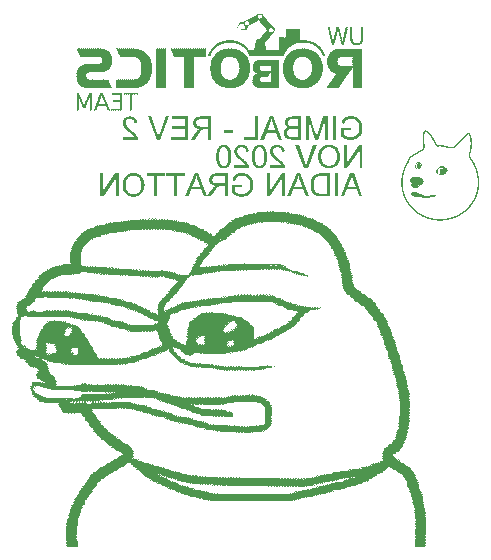
<source format=gbo>
G04*
G04 #@! TF.GenerationSoftware,Altium Limited,Altium Designer,20.1.11 (218)*
G04*
G04 Layer_Color=32896*
%FSLAX25Y25*%
%MOIN*%
G70*
G04*
G04 #@! TF.SameCoordinates,81EA89BC-65BD-4D4C-9507-49DBFBAF49DE*
G04*
G04*
G04 #@! TF.FilePolarity,Positive*
G04*
G01*
G75*
G36*
X60409Y142844D02*
X60343D01*
Y142910D01*
X60409D01*
Y142844D01*
D02*
G37*
G36*
X60277D02*
X60343D01*
Y142778D01*
X60409D01*
Y142712D01*
Y142646D01*
Y142580D01*
X60343D01*
Y142514D01*
X60409D01*
Y142448D01*
Y142382D01*
Y142316D01*
X60343D01*
Y142250D01*
X60277D01*
Y142316D01*
X60211D01*
Y142250D01*
X60145D01*
Y142316D01*
X60079D01*
Y142250D01*
X60013D01*
Y142316D01*
X59947D01*
Y142250D01*
X59881D01*
Y142316D01*
X59815D01*
Y142250D01*
X59749D01*
Y142316D01*
X59683D01*
Y142250D01*
X59617D01*
Y142316D01*
X59551D01*
Y142250D01*
X59485D01*
Y142316D01*
X59419D01*
Y142250D01*
X59353D01*
Y142316D01*
X59287D01*
Y142250D01*
X59221D01*
Y142316D01*
X59155D01*
Y142250D01*
X59089D01*
Y142316D01*
X59023D01*
Y142250D01*
X58957D01*
Y142316D01*
X58891D01*
Y142250D01*
X58825D01*
Y142316D01*
X58759D01*
Y142250D01*
X58693D01*
Y142316D01*
X58627D01*
Y142250D01*
X58561D01*
Y142316D01*
X58495D01*
Y142250D01*
X58429D01*
Y142184D01*
X58364D01*
Y142118D01*
X58429D01*
Y142052D01*
X58364D01*
Y141986D01*
X58429D01*
Y141920D01*
X58364D01*
Y141854D01*
X58429D01*
Y141788D01*
X58364D01*
Y141722D01*
X58429D01*
Y141656D01*
X58364D01*
Y141590D01*
X58429D01*
Y141524D01*
X58364D01*
Y141458D01*
X58429D01*
Y141393D01*
X58364D01*
Y141326D01*
X58429D01*
Y141261D01*
X58364D01*
Y141195D01*
X58429D01*
Y141129D01*
X58364D01*
Y141063D01*
X58429D01*
Y140997D01*
X58364D01*
Y140931D01*
X58429D01*
Y140865D01*
X58364D01*
Y140799D01*
X58429D01*
Y140733D01*
X58364D01*
Y140667D01*
X58429D01*
Y140601D01*
X58364D01*
Y140535D01*
X58429D01*
Y140469D01*
X58364D01*
Y140403D01*
X58429D01*
Y140337D01*
X58364D01*
Y140271D01*
X58429D01*
Y140205D01*
X58364D01*
Y140139D01*
X58429D01*
Y140073D01*
X58364D01*
Y140007D01*
X58429D01*
Y139941D01*
X58364D01*
Y139875D01*
X58429D01*
Y139809D01*
X58364D01*
Y139743D01*
X58429D01*
Y139677D01*
X58364D01*
Y139611D01*
X58429D01*
Y139546D01*
X58364D01*
Y139479D01*
X58429D01*
Y139414D01*
X58364D01*
Y139348D01*
X58429D01*
Y139282D01*
X58364D01*
Y139216D01*
X58429D01*
Y139150D01*
X58364D01*
Y139084D01*
X58429D01*
Y139018D01*
X58364D01*
Y138952D01*
X58429D01*
Y138886D01*
X58364D01*
Y138820D01*
X58429D01*
Y138754D01*
X58364D01*
Y138688D01*
X58429D01*
Y138622D01*
X58364D01*
Y138556D01*
X58429D01*
Y138490D01*
X58364D01*
Y138424D01*
X58429D01*
Y138358D01*
X58364D01*
Y138292D01*
X58429D01*
Y138226D01*
X58364D01*
Y138160D01*
X58429D01*
Y138094D01*
X58364D01*
Y138028D01*
X58429D01*
Y137962D01*
X58364D01*
Y137896D01*
X58429D01*
Y137830D01*
X58364D01*
Y137764D01*
X58429D01*
Y137698D01*
X58364D01*
Y137633D01*
X58429D01*
Y137566D01*
X58364D01*
Y137501D01*
X58429D01*
Y137435D01*
X58364D01*
Y137369D01*
X58429D01*
Y137303D01*
X58364D01*
Y137237D01*
X58429D01*
Y137171D01*
X58364D01*
Y137105D01*
X58429D01*
Y137039D01*
X58364D01*
Y136973D01*
X58298D01*
Y137039D01*
X58232D01*
Y136973D01*
X58166D01*
Y137039D01*
X58100D01*
Y136973D01*
X58034D01*
Y137039D01*
X57968D01*
Y136973D01*
X57902D01*
Y137039D01*
X57836D01*
Y136973D01*
X57770D01*
Y137039D01*
X57704D01*
Y136973D01*
X57638D01*
Y137039D01*
X57572D01*
Y137105D01*
X57638D01*
Y137171D01*
Y137237D01*
Y137303D01*
X57572D01*
Y137369D01*
X57638D01*
Y137435D01*
Y137501D01*
Y137566D01*
X57572D01*
Y137633D01*
X57638D01*
Y137698D01*
Y137764D01*
Y137830D01*
X57572D01*
Y137896D01*
X57638D01*
Y137962D01*
Y138028D01*
Y138094D01*
X57572D01*
Y138160D01*
X57638D01*
Y138226D01*
Y138292D01*
Y138358D01*
X57572D01*
Y138424D01*
X57638D01*
Y138490D01*
Y138556D01*
Y138622D01*
X57572D01*
Y138688D01*
X57638D01*
Y138754D01*
Y138820D01*
Y138886D01*
X57572D01*
Y138952D01*
X57638D01*
Y139018D01*
Y139084D01*
Y139150D01*
X57572D01*
Y139216D01*
X57638D01*
Y139282D01*
Y139348D01*
Y139414D01*
X57572D01*
Y139479D01*
X57638D01*
Y139546D01*
Y139611D01*
Y139677D01*
X57572D01*
Y139743D01*
X57638D01*
Y139809D01*
Y139875D01*
Y139941D01*
X57572D01*
Y140007D01*
X57638D01*
Y140073D01*
Y140139D01*
Y140205D01*
X57572D01*
Y140271D01*
X57638D01*
Y140337D01*
Y140403D01*
Y140469D01*
X57572D01*
Y140535D01*
X57638D01*
Y140601D01*
Y140667D01*
Y140733D01*
X57572D01*
Y140799D01*
X57638D01*
Y140865D01*
Y140931D01*
Y140997D01*
X57572D01*
Y141063D01*
X57638D01*
Y141129D01*
Y141195D01*
Y141261D01*
X57572D01*
Y141326D01*
X57638D01*
Y141393D01*
Y141458D01*
Y141524D01*
X57572D01*
Y141590D01*
X57638D01*
Y141656D01*
Y141722D01*
Y141788D01*
X57572D01*
Y141854D01*
X57638D01*
Y141920D01*
Y141986D01*
Y142052D01*
X57572D01*
Y142118D01*
X57638D01*
Y142184D01*
Y142250D01*
Y142316D01*
X57572D01*
Y142250D01*
X57506D01*
Y142316D01*
X57440D01*
Y142250D01*
X57374D01*
Y142316D01*
X57308D01*
Y142250D01*
X57242D01*
Y142316D01*
X57176D01*
Y142250D01*
X57110D01*
Y142316D01*
X57044D01*
Y142250D01*
X56978D01*
Y142316D01*
X56912D01*
Y142250D01*
X56846D01*
Y142316D01*
X56780D01*
Y142250D01*
X56714D01*
Y142316D01*
X56648D01*
Y142250D01*
X56582D01*
Y142316D01*
X56516D01*
Y142250D01*
X56451D01*
Y142316D01*
X56385D01*
Y142250D01*
X56319D01*
Y142316D01*
X56253D01*
Y142250D01*
X56187D01*
Y142316D01*
X56121D01*
Y142250D01*
X56055D01*
Y142316D01*
X55989D01*
Y142250D01*
X55923D01*
Y142316D01*
X55857D01*
Y142250D01*
X55791D01*
Y142316D01*
X55725D01*
Y142250D01*
X55659D01*
Y142316D01*
Y142382D01*
Y142448D01*
Y142514D01*
Y142580D01*
Y142646D01*
Y142712D01*
Y142778D01*
Y142844D01*
X55725D01*
Y142910D01*
X55791D01*
Y142844D01*
X55857D01*
Y142910D01*
X56055D01*
Y142844D01*
X56121D01*
Y142910D01*
X56319D01*
Y142844D01*
X56385D01*
Y142910D01*
X56582D01*
Y142844D01*
X56648D01*
Y142910D01*
X56846D01*
Y142844D01*
X56912D01*
Y142910D01*
X57110D01*
Y142844D01*
X57176D01*
Y142910D01*
X57374D01*
Y142844D01*
X57440D01*
Y142910D01*
X57638D01*
Y142844D01*
X57704D01*
Y142910D01*
X57902D01*
Y142844D01*
X57968D01*
Y142910D01*
X58166D01*
Y142844D01*
X58232D01*
Y142910D01*
X58429D01*
Y142844D01*
X58495D01*
Y142910D01*
X58693D01*
Y142844D01*
X58759D01*
Y142910D01*
X58957D01*
Y142844D01*
X59023D01*
Y142910D01*
X59221D01*
Y142844D01*
X59287D01*
Y142910D01*
X59485D01*
Y142844D01*
X59551D01*
Y142910D01*
X59749D01*
Y142844D01*
X59815D01*
Y142910D01*
X60013D01*
Y142844D01*
X60079D01*
Y142910D01*
X60277D01*
Y142844D01*
D02*
G37*
G36*
X54999D02*
Y142778D01*
Y142712D01*
Y142646D01*
Y142580D01*
Y142514D01*
Y142448D01*
Y142382D01*
Y142316D01*
Y142250D01*
Y142184D01*
Y142118D01*
Y142052D01*
Y141986D01*
Y141920D01*
Y141854D01*
Y141788D01*
Y141722D01*
Y141656D01*
Y141590D01*
Y141524D01*
Y141458D01*
Y141393D01*
Y141326D01*
Y141261D01*
Y141195D01*
Y141129D01*
Y141063D01*
Y140997D01*
Y140931D01*
Y140865D01*
Y140799D01*
Y140733D01*
Y140667D01*
Y140601D01*
Y140535D01*
Y140469D01*
Y140403D01*
Y140337D01*
Y140271D01*
Y140205D01*
Y140139D01*
Y140073D01*
Y140007D01*
Y139941D01*
Y139875D01*
Y139809D01*
Y139743D01*
Y139677D01*
Y139611D01*
Y139546D01*
Y139479D01*
Y139414D01*
Y139348D01*
Y139282D01*
Y139216D01*
Y139150D01*
Y139084D01*
Y139018D01*
Y138952D01*
Y138886D01*
Y138820D01*
Y138754D01*
Y138688D01*
Y138622D01*
Y138556D01*
Y138490D01*
Y138424D01*
Y138358D01*
Y138292D01*
Y138226D01*
Y138160D01*
Y138094D01*
Y138028D01*
Y137962D01*
Y137896D01*
Y137830D01*
Y137764D01*
Y137698D01*
Y137633D01*
Y137566D01*
Y137501D01*
Y137435D01*
Y137369D01*
Y137303D01*
Y137237D01*
Y137171D01*
Y137105D01*
Y137039D01*
X54933D01*
Y136973D01*
X54867D01*
Y137039D01*
X54801D01*
Y136973D01*
X54735D01*
Y137039D01*
X54669D01*
Y136973D01*
X54603D01*
Y137039D01*
X54538D01*
Y136973D01*
X54472D01*
Y137039D01*
X54406D01*
Y136973D01*
X54340D01*
Y137039D01*
X54274D01*
Y136973D01*
X54208D01*
Y137039D01*
X54142D01*
Y136973D01*
X54076D01*
Y137039D01*
X54010D01*
Y136973D01*
X53944D01*
Y137039D01*
X53878D01*
Y136973D01*
X53812D01*
Y137039D01*
X53746D01*
Y136973D01*
X53680D01*
Y137039D01*
X53614D01*
Y136973D01*
X53548D01*
Y137039D01*
X53482D01*
Y136973D01*
X53416D01*
Y137039D01*
X53350D01*
Y136973D01*
X53284D01*
Y137039D01*
X53218D01*
Y136973D01*
X53152D01*
Y137039D01*
X53086D01*
Y136973D01*
X53020D01*
Y137039D01*
X52954D01*
Y136973D01*
X52889D01*
Y137039D01*
X52823D01*
Y136973D01*
X52757D01*
Y137039D01*
X52691D01*
Y136973D01*
X52625D01*
Y137039D01*
X52559D01*
Y136973D01*
X52493D01*
Y137039D01*
X52427D01*
Y136973D01*
X52361D01*
Y137039D01*
X52295D01*
Y136973D01*
X52229D01*
Y137039D01*
X52163D01*
Y136973D01*
X52097D01*
Y137039D01*
X52031D01*
Y136973D01*
X51965D01*
Y137039D01*
X51899D01*
Y136973D01*
X51833D01*
Y137039D01*
X51767D01*
Y136973D01*
X51701D01*
Y137039D01*
X51635D01*
Y136973D01*
X51569D01*
Y137039D01*
X51503D01*
Y136973D01*
X51437D01*
Y137039D01*
Y137105D01*
Y137171D01*
X51503D01*
Y137237D01*
X51437D01*
Y137303D01*
Y137369D01*
Y137435D01*
X51503D01*
Y137501D01*
X51437D01*
Y137566D01*
X51503D01*
Y137633D01*
X54208D01*
Y137698D01*
Y137764D01*
Y137830D01*
Y137896D01*
Y137962D01*
Y138028D01*
Y138094D01*
Y138160D01*
Y138226D01*
Y138292D01*
Y138358D01*
X54274D01*
Y138424D01*
X54208D01*
Y138490D01*
Y138556D01*
Y138622D01*
Y138688D01*
Y138754D01*
Y138820D01*
Y138886D01*
Y138952D01*
Y139018D01*
Y139084D01*
Y139150D01*
Y139216D01*
Y139282D01*
Y139348D01*
Y139414D01*
X54274D01*
Y139479D01*
X54208D01*
Y139546D01*
Y139611D01*
Y139677D01*
X54274D01*
Y139743D01*
X54208D01*
Y139809D01*
X54010D01*
Y139743D01*
X53944D01*
Y139809D01*
X53746D01*
Y139743D01*
X53680D01*
Y139809D01*
X53482D01*
Y139743D01*
X53416D01*
Y139809D01*
X53218D01*
Y139743D01*
X53152D01*
Y139809D01*
X52954D01*
Y139743D01*
X52889D01*
Y139809D01*
X52691D01*
Y139743D01*
X52625D01*
Y139809D01*
X52427D01*
Y139743D01*
X52361D01*
Y139809D01*
X52163D01*
Y139743D01*
X52097D01*
Y139809D01*
X52031D01*
Y139875D01*
X51965D01*
Y139941D01*
Y140007D01*
Y140073D01*
X52031D01*
Y140139D01*
X51965D01*
Y140205D01*
X52031D01*
Y140271D01*
X51965D01*
Y140337D01*
X52031D01*
Y140403D01*
X54208D01*
Y140469D01*
X54274D01*
Y140535D01*
X54208D01*
Y140601D01*
Y140667D01*
Y140733D01*
Y140799D01*
Y140865D01*
Y140931D01*
Y140997D01*
Y141063D01*
Y141129D01*
Y141195D01*
Y141261D01*
Y141326D01*
Y141393D01*
Y141458D01*
Y141524D01*
X54274D01*
Y141590D01*
X54208D01*
Y141656D01*
Y141722D01*
Y141788D01*
Y141854D01*
Y141920D01*
Y141986D01*
Y142052D01*
Y142118D01*
Y142184D01*
Y142250D01*
X54076D01*
Y142184D01*
X54010D01*
Y142250D01*
X53944D01*
Y142184D01*
X53878D01*
Y142250D01*
X53812D01*
Y142184D01*
X53746D01*
Y142250D01*
X53548D01*
Y142184D01*
X53482D01*
Y142250D01*
X53416D01*
Y142184D01*
X53350D01*
Y142250D01*
X53284D01*
Y142184D01*
X53218D01*
Y142250D01*
X53020D01*
Y142184D01*
X52954D01*
Y142250D01*
X52889D01*
Y142184D01*
X52823D01*
Y142250D01*
X52757D01*
Y142184D01*
X52691D01*
Y142250D01*
X52493D01*
Y142184D01*
X52427D01*
Y142250D01*
X52361D01*
Y142184D01*
X52295D01*
Y142250D01*
X52229D01*
Y142184D01*
X52163D01*
Y142250D01*
X51965D01*
Y142184D01*
X51899D01*
Y142250D01*
X51833D01*
Y142184D01*
X51767D01*
Y142250D01*
X51701D01*
Y142316D01*
X51635D01*
Y142382D01*
X51701D01*
Y142448D01*
X51635D01*
Y142514D01*
X51701D01*
Y142580D01*
X51635D01*
Y142646D01*
X51701D01*
Y142712D01*
X51635D01*
Y142778D01*
X51701D01*
Y142844D01*
X51635D01*
Y142910D01*
X51833D01*
Y142844D01*
X51899D01*
Y142910D01*
X52097D01*
Y142844D01*
X52163D01*
Y142910D01*
X52361D01*
Y142844D01*
X52427D01*
Y142910D01*
X52625D01*
Y142844D01*
X52691D01*
Y142910D01*
X52889D01*
Y142844D01*
X52954D01*
Y142910D01*
X53152D01*
Y142844D01*
X53218D01*
Y142910D01*
X53416D01*
Y142844D01*
X53482D01*
Y142910D01*
X53680D01*
Y142844D01*
X53746D01*
Y142910D01*
X53944D01*
Y142844D01*
X54010D01*
Y142910D01*
X54208D01*
Y142844D01*
X54274D01*
Y142910D01*
X54472D01*
Y142844D01*
X54538D01*
Y142910D01*
X54735D01*
Y142844D01*
X54801D01*
Y142910D01*
X54999D01*
Y142844D01*
D02*
G37*
G36*
X48535D02*
X48601D01*
Y142778D01*
X48667D01*
Y142712D01*
X48601D01*
Y142646D01*
X48667D01*
Y142580D01*
X48733D01*
Y142514D01*
X48799D01*
Y142448D01*
X48733D01*
Y142382D01*
X48799D01*
Y142316D01*
Y142250D01*
Y142184D01*
X48865D01*
Y142118D01*
X48930D01*
Y142052D01*
X48865D01*
Y141986D01*
X48930D01*
Y141920D01*
X48996D01*
Y141854D01*
Y141788D01*
Y141722D01*
X49062D01*
Y141656D01*
Y141590D01*
X49128D01*
Y141524D01*
Y141458D01*
X49194D01*
Y141393D01*
X49128D01*
Y141326D01*
X49194D01*
Y141261D01*
X49260D01*
Y141195D01*
X49326D01*
Y141129D01*
X49260D01*
Y141063D01*
X49326D01*
Y140997D01*
X49392D01*
Y140931D01*
Y140865D01*
Y140799D01*
X49458D01*
Y140733D01*
Y140667D01*
Y140601D01*
X49524D01*
Y140535D01*
X49590D01*
Y140469D01*
X49524D01*
Y140403D01*
X49590D01*
Y140337D01*
Y140271D01*
X49656D01*
Y140205D01*
Y140139D01*
X49722D01*
Y140073D01*
Y140007D01*
Y139941D01*
X49788D01*
Y139875D01*
X49854D01*
Y139809D01*
X49788D01*
Y139743D01*
X49854D01*
Y139677D01*
X49920D01*
Y139611D01*
Y139546D01*
Y139479D01*
X49986D01*
Y139414D01*
Y139348D01*
X50052D01*
Y139282D01*
Y139216D01*
X50118D01*
Y139150D01*
X50052D01*
Y139084D01*
X50118D01*
Y139018D01*
X50184D01*
Y138952D01*
X50250D01*
Y138886D01*
X50184D01*
Y138820D01*
X50250D01*
Y138754D01*
Y138688D01*
Y138622D01*
X50316D01*
Y138556D01*
X50382D01*
Y138490D01*
X50316D01*
Y138424D01*
X50382D01*
Y138358D01*
X50448D01*
Y138292D01*
X50514D01*
Y138226D01*
X50448D01*
Y138160D01*
X50514D01*
Y138094D01*
X50580D01*
Y138028D01*
Y137962D01*
Y137896D01*
X50646D01*
Y137830D01*
X50580D01*
Y137764D01*
X50646D01*
Y137698D01*
X50712D01*
Y137633D01*
X50778D01*
Y137566D01*
X50712D01*
Y137501D01*
X50778D01*
Y137435D01*
X50844D01*
Y137369D01*
Y137303D01*
Y137237D01*
X50910D01*
Y137171D01*
Y137105D01*
X50976D01*
Y137039D01*
Y136973D01*
X50910D01*
Y137039D01*
X50844D01*
Y136973D01*
X50778D01*
Y137039D01*
X50712D01*
Y136973D01*
X50646D01*
Y137039D01*
X50580D01*
Y136973D01*
X50514D01*
Y137039D01*
X50448D01*
Y136973D01*
X50382D01*
Y137039D01*
X50316D01*
Y136973D01*
X50250D01*
Y137039D01*
X50184D01*
Y137105D01*
X50250D01*
Y137171D01*
X50184D01*
Y137237D01*
X50118D01*
Y137303D01*
Y137369D01*
Y137435D01*
X50052D01*
Y137501D01*
Y137566D01*
Y137633D01*
X49986D01*
Y137698D01*
X49920D01*
Y137764D01*
Y137830D01*
Y137896D01*
X49854D01*
Y137962D01*
Y138028D01*
Y138094D01*
X49788D01*
Y138160D01*
Y138226D01*
X49722D01*
Y138292D01*
Y138358D01*
X49656D01*
Y138424D01*
X49722D01*
Y138490D01*
X49656D01*
Y138556D01*
X49590D01*
Y138622D01*
X47017D01*
Y138556D01*
X46952D01*
Y138490D01*
X46886D01*
Y138424D01*
X46952D01*
Y138358D01*
X46886D01*
Y138292D01*
Y138226D01*
X46820D01*
Y138160D01*
Y138094D01*
X46754D01*
Y138028D01*
Y137962D01*
Y137896D01*
X46688D01*
Y137830D01*
Y137764D01*
Y137698D01*
X46622D01*
Y137633D01*
Y137566D01*
Y137501D01*
X46556D01*
Y137435D01*
X46490D01*
Y137369D01*
X46556D01*
Y137303D01*
X46490D01*
Y137237D01*
X46424D01*
Y137171D01*
Y137105D01*
Y137039D01*
X46358D01*
Y136973D01*
X46292D01*
Y137039D01*
X46226D01*
Y136973D01*
X46160D01*
Y137039D01*
X46094D01*
Y136973D01*
X46028D01*
Y137039D01*
X45962D01*
Y136973D01*
X45896D01*
Y137039D01*
X45830D01*
Y136973D01*
X45764D01*
Y137039D01*
X45698D01*
Y136973D01*
X45632D01*
Y137039D01*
X45566D01*
Y137105D01*
X45632D01*
Y137171D01*
Y137237D01*
Y137303D01*
X45698D01*
Y137369D01*
X45764D01*
Y137435D01*
X45698D01*
Y137501D01*
X45764D01*
Y137566D01*
X45830D01*
Y137633D01*
Y137698D01*
Y137764D01*
X45896D01*
Y137830D01*
Y137896D01*
Y137962D01*
X45962D01*
Y138028D01*
Y138094D01*
Y138160D01*
X46028D01*
Y138226D01*
Y138292D01*
Y138358D01*
X46094D01*
Y138424D01*
X46160D01*
Y138490D01*
X46094D01*
Y138556D01*
X46160D01*
Y138622D01*
Y138688D01*
X46226D01*
Y138754D01*
Y138820D01*
X46292D01*
Y138886D01*
X46226D01*
Y138952D01*
X46292D01*
Y139018D01*
X46358D01*
Y139084D01*
X46424D01*
Y139150D01*
X46358D01*
Y139216D01*
X46424D01*
Y139282D01*
Y139348D01*
Y139414D01*
X46490D01*
Y139479D01*
X46556D01*
Y139546D01*
X46490D01*
Y139611D01*
X46556D01*
Y139677D01*
X46622D01*
Y139743D01*
Y139809D01*
Y139875D01*
X46688D01*
Y139941D01*
Y140007D01*
Y140073D01*
X46754D01*
Y140139D01*
Y140205D01*
Y140271D01*
X46820D01*
Y140337D01*
Y140403D01*
X46886D01*
Y140469D01*
Y140535D01*
X46952D01*
Y140601D01*
X46886D01*
Y140667D01*
X46952D01*
Y140733D01*
X47017D01*
Y140799D01*
X47084D01*
Y140865D01*
X47017D01*
Y140931D01*
X47084D01*
Y140997D01*
X47017D01*
Y141063D01*
X47084D01*
Y141129D01*
X47150D01*
Y141195D01*
X47215D01*
Y141261D01*
X47150D01*
Y141326D01*
X47215D01*
Y141393D01*
Y141458D01*
Y141524D01*
X47281D01*
Y141590D01*
X47347D01*
Y141656D01*
Y141722D01*
Y141788D01*
X47413D01*
Y141854D01*
Y141920D01*
Y141986D01*
X47479D01*
Y142052D01*
Y142118D01*
Y142184D01*
X47545D01*
Y142250D01*
X47611D01*
Y142316D01*
X47545D01*
Y142382D01*
X47611D01*
Y142448D01*
Y142514D01*
X47677D01*
Y142580D01*
Y142646D01*
X47743D01*
Y142712D01*
X47677D01*
Y142778D01*
X47743D01*
Y142844D01*
X47809D01*
Y142910D01*
X47875D01*
Y142844D01*
X47941D01*
Y142910D01*
X48139D01*
Y142844D01*
X48205D01*
Y142910D01*
X48403D01*
Y142844D01*
X48469D01*
Y142910D01*
X48535D01*
Y142844D01*
D02*
G37*
G36*
X44841D02*
X44907D01*
Y142778D01*
Y142712D01*
Y142646D01*
Y142580D01*
Y142514D01*
X44841D01*
Y142448D01*
X44907D01*
Y142382D01*
Y142316D01*
Y142250D01*
Y142184D01*
Y142118D01*
Y142052D01*
Y141986D01*
X44841D01*
Y141920D01*
X44907D01*
Y141854D01*
Y141788D01*
Y141722D01*
Y141656D01*
Y141590D01*
Y141524D01*
Y141458D01*
X44841D01*
Y141393D01*
X44907D01*
Y141326D01*
Y141261D01*
Y141195D01*
Y141129D01*
Y141063D01*
Y140997D01*
Y140931D01*
X44841D01*
Y140865D01*
X44907D01*
Y140799D01*
Y140733D01*
Y140667D01*
Y140601D01*
Y140535D01*
Y140469D01*
Y140403D01*
X44841D01*
Y140337D01*
X44907D01*
Y140271D01*
Y140205D01*
Y140139D01*
Y140073D01*
Y140007D01*
Y139941D01*
Y139875D01*
X44841D01*
Y139809D01*
X44907D01*
Y139743D01*
Y139677D01*
Y139611D01*
Y139546D01*
Y139479D01*
Y139414D01*
Y139348D01*
X44841D01*
Y139282D01*
X44907D01*
Y139216D01*
Y139150D01*
Y139084D01*
Y139018D01*
Y138952D01*
Y138886D01*
Y138820D01*
X44841D01*
Y138754D01*
X44907D01*
Y138688D01*
Y138622D01*
Y138556D01*
Y138490D01*
Y138424D01*
Y138358D01*
Y138292D01*
X44841D01*
Y138226D01*
X44907D01*
Y138160D01*
Y138094D01*
Y138028D01*
Y137962D01*
Y137896D01*
Y137830D01*
Y137764D01*
X44841D01*
Y137698D01*
X44907D01*
Y137633D01*
Y137566D01*
Y137501D01*
Y137435D01*
Y137369D01*
Y137303D01*
Y137237D01*
X44841D01*
Y137171D01*
X44907D01*
Y137105D01*
Y137039D01*
Y136973D01*
X44841D01*
Y137039D01*
X44775D01*
Y136973D01*
X44709D01*
Y137039D01*
X44643D01*
Y136973D01*
X44577D01*
Y137039D01*
X44511D01*
Y136973D01*
X44445D01*
Y137039D01*
X44379D01*
Y136973D01*
X44313D01*
Y137039D01*
X44247D01*
Y137105D01*
Y137171D01*
Y137237D01*
Y137303D01*
Y137369D01*
Y137435D01*
Y137501D01*
Y137566D01*
Y137633D01*
Y137698D01*
Y137764D01*
Y137830D01*
Y137896D01*
Y137962D01*
Y138028D01*
Y138094D01*
Y138160D01*
Y138226D01*
Y138292D01*
Y138358D01*
Y138424D01*
Y138490D01*
Y138556D01*
Y138622D01*
Y138688D01*
Y138754D01*
Y138820D01*
Y138886D01*
Y138952D01*
Y139018D01*
Y139084D01*
Y139150D01*
Y139216D01*
Y139282D01*
Y139348D01*
Y139414D01*
Y139479D01*
Y139546D01*
Y139611D01*
Y139677D01*
Y139743D01*
Y139809D01*
Y139875D01*
Y139941D01*
Y140007D01*
Y140073D01*
Y140139D01*
Y140205D01*
Y140271D01*
Y140337D01*
Y140403D01*
Y140469D01*
Y140535D01*
Y140601D01*
Y140667D01*
X44313D01*
Y140733D01*
X44247D01*
Y140799D01*
X44313D01*
Y140865D01*
X44247D01*
Y140931D01*
X44313D01*
Y140997D01*
X44247D01*
Y141063D01*
X44313D01*
Y141129D01*
X44247D01*
Y141195D01*
X44313D01*
Y141261D01*
X44247D01*
Y141326D01*
X44181D01*
Y141261D01*
X44115D01*
Y141195D01*
X44181D01*
Y141129D01*
X44115D01*
Y141063D01*
Y140997D01*
X44049D01*
Y140931D01*
Y140865D01*
X43983D01*
Y140799D01*
Y140733D01*
Y140667D01*
X43917D01*
Y140601D01*
X43851D01*
Y140535D01*
X43917D01*
Y140469D01*
X43851D01*
Y140403D01*
X43785D01*
Y140337D01*
Y140271D01*
Y140205D01*
X43719D01*
Y140139D01*
X43785D01*
Y140073D01*
X43719D01*
Y140007D01*
X43653D01*
Y139941D01*
X43587D01*
Y139875D01*
X43653D01*
Y139809D01*
X43587D01*
Y139743D01*
X43521D01*
Y139677D01*
X43455D01*
Y139611D01*
X43521D01*
Y139546D01*
X43455D01*
Y139479D01*
Y139414D01*
X43389D01*
Y139348D01*
Y139282D01*
X43323D01*
Y139216D01*
X43389D01*
Y139150D01*
X43323D01*
Y139084D01*
X43257D01*
Y139018D01*
X43192D01*
Y138952D01*
X43257D01*
Y138886D01*
X43192D01*
Y138820D01*
X43126D01*
Y138754D01*
X43060D01*
Y138688D01*
X43126D01*
Y138622D01*
X43060D01*
Y138556D01*
X42994D01*
Y138490D01*
Y138424D01*
Y138358D01*
X42928D01*
Y138292D01*
Y138226D01*
Y138160D01*
X42862D01*
Y138094D01*
X42796D01*
Y138028D01*
X42862D01*
Y137962D01*
X42796D01*
Y137896D01*
X42598D01*
Y137962D01*
X42532D01*
Y137896D01*
X42598D01*
Y137830D01*
X42532D01*
Y137896D01*
X42334D01*
Y137962D01*
X42268D01*
Y137896D01*
X42334D01*
Y137830D01*
X42268D01*
Y137896D01*
X42070D01*
Y137962D01*
X41938D01*
Y138028D01*
Y138094D01*
X41872D01*
Y138160D01*
Y138226D01*
Y138292D01*
X41806D01*
Y138358D01*
X41740D01*
Y138424D01*
X41806D01*
Y138490D01*
X41740D01*
Y138556D01*
X41674D01*
Y138622D01*
Y138688D01*
Y138754D01*
X41608D01*
Y138820D01*
Y138886D01*
Y138952D01*
X41542D01*
Y139018D01*
Y139084D01*
Y139150D01*
X41477D01*
Y139216D01*
Y139282D01*
X41410D01*
Y139348D01*
Y139414D01*
X41344D01*
Y139479D01*
Y139546D01*
Y139611D01*
X41279D01*
Y139677D01*
X41213D01*
Y139743D01*
X41279D01*
Y139809D01*
X41213D01*
Y139875D01*
X41147D01*
Y139941D01*
Y140007D01*
Y140073D01*
X41081D01*
Y140139D01*
X41147D01*
Y140205D01*
X41081D01*
Y140271D01*
X41015D01*
Y140337D01*
Y140403D01*
Y140469D01*
X40949D01*
Y140535D01*
Y140601D01*
Y140667D01*
X40883D01*
Y140733D01*
X40817D01*
Y140799D01*
X40883D01*
Y140865D01*
X40817D01*
Y140931D01*
X40751D01*
Y140997D01*
X40685D01*
Y141063D01*
X40751D01*
Y141129D01*
X40685D01*
Y141195D01*
Y141261D01*
Y141326D01*
X40619D01*
Y141393D01*
X40553D01*
Y141326D01*
Y141261D01*
Y141195D01*
X40619D01*
Y141129D01*
X40553D01*
Y141063D01*
X40619D01*
Y140997D01*
X40553D01*
Y140931D01*
X40619D01*
Y140865D01*
X40553D01*
Y140799D01*
X40619D01*
Y140733D01*
X40553D01*
Y140667D01*
X40619D01*
Y140601D01*
X40553D01*
Y140535D01*
X40619D01*
Y140469D01*
X40553D01*
Y140403D01*
X40619D01*
Y140337D01*
X40553D01*
Y140271D01*
X40619D01*
Y140205D01*
X40553D01*
Y140139D01*
X40619D01*
Y140073D01*
X40553D01*
Y140007D01*
X40619D01*
Y139941D01*
X40553D01*
Y139875D01*
X40619D01*
Y139809D01*
X40553D01*
Y139743D01*
X40619D01*
Y139677D01*
X40553D01*
Y139611D01*
X40619D01*
Y139546D01*
X40553D01*
Y139479D01*
X40619D01*
Y139414D01*
X40553D01*
Y139348D01*
X40619D01*
Y139282D01*
X40553D01*
Y139216D01*
X40619D01*
Y139150D01*
X40553D01*
Y139084D01*
X40619D01*
Y139018D01*
X40553D01*
Y138952D01*
X40619D01*
Y138886D01*
X40553D01*
Y138820D01*
X40619D01*
Y138754D01*
X40553D01*
Y138688D01*
X40619D01*
Y138622D01*
X40553D01*
Y138556D01*
X40619D01*
Y138490D01*
X40553D01*
Y138424D01*
X40619D01*
Y138358D01*
X40553D01*
Y138292D01*
X40619D01*
Y138226D01*
X40553D01*
Y138160D01*
X40619D01*
Y138094D01*
X40553D01*
Y138028D01*
X40619D01*
Y137962D01*
X40553D01*
Y137896D01*
X40619D01*
Y137830D01*
X40553D01*
Y137764D01*
X40619D01*
Y137698D01*
X40553D01*
Y137633D01*
X40619D01*
Y137566D01*
X40553D01*
Y137501D01*
X40619D01*
Y137435D01*
X40553D01*
Y137369D01*
X40619D01*
Y137303D01*
X40553D01*
Y137237D01*
X40619D01*
Y137171D01*
X40553D01*
Y137105D01*
X40619D01*
Y137039D01*
X40553D01*
Y136973D01*
X40487D01*
Y137039D01*
X40421D01*
Y136973D01*
X40355D01*
Y137039D01*
X40289D01*
Y136973D01*
X40223D01*
Y137039D01*
X40157D01*
Y136973D01*
X40091D01*
Y137039D01*
X40025D01*
Y136973D01*
X39959D01*
Y137039D01*
X39893D01*
Y137105D01*
Y137171D01*
Y137237D01*
Y137303D01*
Y137369D01*
X39959D01*
Y137435D01*
X39893D01*
Y137501D01*
Y137566D01*
Y137633D01*
Y137698D01*
Y137764D01*
Y137830D01*
Y137896D01*
X39959D01*
Y137962D01*
X39893D01*
Y138028D01*
Y138094D01*
Y138160D01*
Y138226D01*
Y138292D01*
Y138358D01*
Y138424D01*
X39959D01*
Y138490D01*
X39893D01*
Y138556D01*
Y138622D01*
Y138688D01*
Y138754D01*
Y138820D01*
Y138886D01*
Y138952D01*
X39959D01*
Y139018D01*
X39893D01*
Y139084D01*
Y139150D01*
Y139216D01*
Y139282D01*
Y139348D01*
Y139414D01*
Y139479D01*
X39959D01*
Y139546D01*
X39893D01*
Y139611D01*
Y139677D01*
Y139743D01*
Y139809D01*
Y139875D01*
Y139941D01*
Y140007D01*
X39959D01*
Y140073D01*
X39893D01*
Y140139D01*
Y140205D01*
Y140271D01*
Y140337D01*
Y140403D01*
Y140469D01*
Y140535D01*
X39959D01*
Y140601D01*
X39893D01*
Y140667D01*
Y140733D01*
Y140799D01*
Y140865D01*
Y140931D01*
Y140997D01*
Y141063D01*
X39959D01*
Y141129D01*
X39893D01*
Y141195D01*
Y141261D01*
Y141326D01*
Y141393D01*
Y141458D01*
Y141524D01*
Y141590D01*
X39959D01*
Y141656D01*
X39893D01*
Y141722D01*
Y141788D01*
Y141854D01*
Y141920D01*
Y141986D01*
Y142052D01*
Y142118D01*
X39959D01*
Y142184D01*
X39893D01*
Y142250D01*
Y142316D01*
Y142382D01*
Y142448D01*
Y142514D01*
Y142580D01*
Y142646D01*
X39959D01*
Y142712D01*
X39893D01*
Y142778D01*
Y142844D01*
Y142910D01*
X39959D01*
Y142844D01*
X40025D01*
Y142910D01*
X40223D01*
Y142844D01*
X40289D01*
Y142910D01*
X40487D01*
Y142844D01*
X40553D01*
Y142910D01*
X40619D01*
Y142844D01*
X40685D01*
Y142778D01*
Y142712D01*
Y142646D01*
X40751D01*
Y142580D01*
Y142514D01*
X40817D01*
Y142448D01*
Y142382D01*
X40883D01*
Y142316D01*
X40817D01*
Y142250D01*
X40883D01*
Y142184D01*
X40949D01*
Y142118D01*
X41015D01*
Y142052D01*
X40949D01*
Y141986D01*
X41015D01*
Y141920D01*
X41081D01*
Y141854D01*
Y141788D01*
Y141722D01*
X41147D01*
Y141656D01*
Y141590D01*
Y141524D01*
X41213D01*
Y141458D01*
Y141393D01*
Y141326D01*
X41279D01*
Y141261D01*
Y141195D01*
X41344D01*
Y141129D01*
Y141063D01*
X41410D01*
Y140997D01*
X41344D01*
Y140931D01*
X41410D01*
Y140865D01*
X41477D01*
Y140799D01*
X41542D01*
Y140733D01*
X41477D01*
Y140667D01*
X41542D01*
Y140601D01*
Y140535D01*
X41608D01*
Y140469D01*
Y140403D01*
X41674D01*
Y140337D01*
Y140271D01*
Y140205D01*
X41740D01*
Y140139D01*
Y140073D01*
Y140007D01*
X41806D01*
Y139941D01*
Y139875D01*
X41872D01*
Y139809D01*
Y139743D01*
X41938D01*
Y139677D01*
X41872D01*
Y139611D01*
X41938D01*
Y139546D01*
X42004D01*
Y139479D01*
X42070D01*
Y139414D01*
X42004D01*
Y139348D01*
X42070D01*
Y139282D01*
X42136D01*
Y139216D01*
Y139150D01*
Y139084D01*
X42202D01*
Y139018D01*
Y138952D01*
Y138886D01*
X42268D01*
Y138820D01*
Y138754D01*
Y138688D01*
X42334D01*
Y138754D01*
X42400D01*
Y138820D01*
Y138886D01*
Y138952D01*
X42466D01*
Y139018D01*
Y139084D01*
Y139150D01*
X42532D01*
Y139216D01*
X42598D01*
Y139282D01*
Y139348D01*
Y139414D01*
X42664D01*
Y139479D01*
X42730D01*
Y139546D01*
X42664D01*
Y139611D01*
X42730D01*
Y139677D01*
X42796D01*
Y139743D01*
X42862D01*
Y139809D01*
X42796D01*
Y139875D01*
X42862D01*
Y139941D01*
X42796D01*
Y140007D01*
X42928D01*
Y140073D01*
Y140139D01*
X42994D01*
Y140205D01*
Y140271D01*
Y140337D01*
X43060D01*
Y140403D01*
X43126D01*
Y140469D01*
X43060D01*
Y140535D01*
X43126D01*
Y140601D01*
X43192D01*
Y140667D01*
X43257D01*
Y140733D01*
X43192D01*
Y140799D01*
X43257D01*
Y140865D01*
X43323D01*
Y140931D01*
Y140997D01*
Y141063D01*
X43389D01*
Y141129D01*
Y141195D01*
Y141261D01*
X43455D01*
Y141326D01*
X43521D01*
Y141393D01*
X43455D01*
Y141458D01*
X43521D01*
Y141524D01*
X43587D01*
Y141590D01*
X43653D01*
Y141656D01*
X43587D01*
Y141722D01*
X43653D01*
Y141788D01*
X43719D01*
Y141854D01*
Y141920D01*
Y141986D01*
X43785D01*
Y142052D01*
Y142118D01*
X43851D01*
Y142184D01*
Y142250D01*
X43917D01*
Y142316D01*
X43851D01*
Y142382D01*
X43917D01*
Y142448D01*
X43983D01*
Y142514D01*
X44049D01*
Y142580D01*
X43983D01*
Y142646D01*
X44049D01*
Y142712D01*
X44115D01*
Y142778D01*
Y142844D01*
Y142910D01*
X44181D01*
Y142844D01*
X44247D01*
Y142910D01*
X44445D01*
Y142844D01*
X44511D01*
Y142910D01*
X44709D01*
Y142844D01*
X44775D01*
Y142910D01*
X44841D01*
Y142844D01*
D02*
G37*
G36*
X42070Y137830D02*
X42004D01*
Y137896D01*
X42070D01*
Y137830D01*
D02*
G37*
G36*
X156398Y130326D02*
X156481Y130326D01*
Y130284D01*
X156565D01*
Y130242D01*
X156649Y130242D01*
X156649Y130201D01*
X156732Y130201D01*
Y130159D01*
X156774Y130159D01*
X156774Y130117D01*
X156858D01*
X156858Y130075D01*
X156900D01*
Y130033D01*
X156941D01*
Y129991D01*
X156983D01*
X156983Y129949D01*
X157067Y129949D01*
Y129908D01*
X157109Y129908D01*
Y129866D01*
X157151D01*
X157151Y129824D01*
X157192Y129824D01*
X157192Y129782D01*
X157234D01*
Y129740D01*
X157276Y129740D01*
Y129699D01*
X157318D01*
Y129657D01*
X157360D01*
X157360Y129615D01*
X157402D01*
Y129573D01*
X157443D01*
Y129490D01*
X157485Y129490D01*
Y129448D01*
X157527D01*
Y129406D01*
X157569Y129406D01*
Y129364D01*
X157611Y129364D01*
X157611Y129322D01*
X157652Y129322D01*
Y129239D01*
X157694Y129239D01*
Y129197D01*
X157736Y129197D01*
X157736Y129155D01*
X157778D01*
X157778Y129113D01*
X157820D01*
Y129071D01*
X157861D01*
Y128988D01*
X157903D01*
Y128946D01*
X157945Y128946D01*
X157945Y128904D01*
X157987Y128904D01*
Y128820D01*
X158029Y128820D01*
Y128779D01*
X158071D01*
X158071Y128737D01*
X158113D01*
Y128653D01*
X158154Y128653D01*
Y128611D01*
X158196D01*
X158196Y128569D01*
X158238D01*
X158238Y128486D01*
X158280D01*
Y128444D01*
X158322D01*
X158322Y128360D01*
X158363D01*
X158363Y128319D01*
X158405D01*
Y128235D01*
X158447D01*
Y128193D01*
X158489D01*
Y128109D01*
X158531D01*
Y128068D01*
X158572Y128068D01*
Y127984D01*
X158614D01*
X158614Y127942D01*
X158656Y127942D01*
Y127858D01*
X158698Y127858D01*
X158698Y127817D01*
X158740D01*
Y127733D01*
X158782D01*
X158782Y127649D01*
X158823D01*
X158823Y127608D01*
X158865D01*
Y127524D01*
X158907D01*
Y127440D01*
X158949D01*
X158949Y127398D01*
X158991Y127398D01*
Y127315D01*
X159032Y127315D01*
Y127231D01*
X159074D01*
X159074Y127189D01*
X159116Y127189D01*
X159116Y127106D01*
X159158D01*
X159158Y127022D01*
X159200Y127022D01*
X159200Y126980D01*
X159242Y126980D01*
Y126855D01*
X159283D01*
Y126771D01*
X159325Y126771D01*
Y126729D01*
X159367Y126729D01*
Y126604D01*
X159409Y126604D01*
Y126562D01*
X159451D01*
Y126478D01*
X159493D01*
X159493Y126353D01*
X159534Y126353D01*
X159534Y126227D01*
X159576Y126227D01*
Y126102D01*
X159618D01*
X159618Y126018D01*
X159660D01*
Y125977D01*
X159702Y125977D01*
Y125893D01*
X159743D01*
X159743Y125851D01*
X159785D01*
Y125809D01*
X159827D01*
Y125767D01*
X159869D01*
Y125726D01*
X159911D01*
X159911Y125642D01*
X159953Y125642D01*
Y125600D01*
X160036Y125600D01*
Y125558D01*
X160078Y125558D01*
X160078Y125516D01*
X160120D01*
X160120Y125475D01*
X160204D01*
Y125433D01*
X160496Y125433D01*
X160496Y125475D01*
X161500D01*
X161500Y125433D01*
X161793D01*
X161793Y125391D01*
X162002D01*
X162002Y125349D01*
X162295D01*
Y125307D01*
X162462D01*
X162462Y125266D01*
X162587D01*
Y125224D01*
X162838D01*
Y125182D01*
X162964D01*
Y125140D01*
X163089Y125140D01*
Y125098D01*
X163298Y125098D01*
X163298Y125056D01*
X163466Y125056D01*
Y125015D01*
X163675Y125015D01*
X163675Y124973D01*
X163800Y124973D01*
X163800Y124931D01*
X163968D01*
X163968Y124889D01*
X164302Y124889D01*
X164302Y124847D01*
X164511D01*
Y124805D01*
X165264D01*
Y124847D01*
X165348D01*
X165348Y124889D01*
X165473D01*
X165473Y124931D01*
X165515D01*
Y124973D01*
X165598Y124973D01*
Y125015D01*
X165682Y125015D01*
Y125056D01*
X165724Y125056D01*
Y125098D01*
X165766D01*
X165766Y125140D01*
X165808Y125140D01*
X165808Y125182D01*
X165849Y125182D01*
X165849Y125224D01*
X165933D01*
Y125266D01*
X165975D01*
X165975Y125307D01*
X166017D01*
X166017Y125349D01*
X166059D01*
Y125391D01*
X166100Y125391D01*
Y125433D01*
X166142D01*
X166142Y125475D01*
X166184Y125475D01*
X166184Y125516D01*
X166226Y125516D01*
X166226Y125558D01*
X166268Y125558D01*
X166268Y125600D01*
X166309D01*
Y125642D01*
X166351D01*
X166351Y125684D01*
X166393Y125684D01*
Y125726D01*
X166435D01*
X166435Y125767D01*
X166477D01*
Y125809D01*
X166519D01*
Y125851D01*
X166560D01*
X166560Y125893D01*
X166602D01*
X166602Y125935D01*
X166644Y125935D01*
Y125977D01*
X166686Y125977D01*
Y126018D01*
X166728D01*
X166728Y126060D01*
X166770Y126060D01*
Y126102D01*
X166811D01*
X166811Y126144D01*
X166853D01*
X166853Y126186D01*
X166895D01*
Y126227D01*
X166937D01*
X166937Y126311D01*
X167020D01*
Y126395D01*
X167062Y126395D01*
Y126436D01*
X167104Y126436D01*
Y126478D01*
X167146D01*
X167146Y126520D01*
X167188Y126520D01*
Y126562D01*
X167229Y126562D01*
X167229Y126604D01*
X167271D01*
X167271Y126646D01*
X167313D01*
X167313Y126688D01*
X167355D01*
Y126729D01*
X167397Y126729D01*
X167397Y126771D01*
X167439D01*
Y126813D01*
X167481D01*
Y126855D01*
X167522Y126855D01*
X167522Y126897D01*
X167564Y126897D01*
Y126938D01*
X167606Y126938D01*
Y127022D01*
X167648D01*
Y127064D01*
X167690Y127064D01*
Y127106D01*
X167731Y127106D01*
Y127147D01*
X167773D01*
Y127189D01*
X167815D01*
X167815Y127231D01*
X167857D01*
Y127273D01*
X167899Y127273D01*
X167899Y127315D01*
X167940D01*
X167940Y127357D01*
X167982Y127357D01*
Y127398D01*
X168024Y127398D01*
Y127482D01*
X168066Y127482D01*
Y127524D01*
X168108D01*
X168108Y127566D01*
X168150Y127566D01*
Y127608D01*
X168191D01*
X168191Y127649D01*
X168233D01*
X168233Y127691D01*
X168275D01*
Y127733D01*
X168317D01*
X168317Y127775D01*
X168359D01*
X168359Y127817D01*
X168401Y127817D01*
Y127858D01*
X168442Y127858D01*
Y127900D01*
X168484Y127900D01*
X168484Y127942D01*
X168526Y127942D01*
X168526Y127984D01*
X168568Y127984D01*
Y128026D01*
X168610D01*
X168610Y128068D01*
X168651D01*
Y128109D01*
X168693D01*
Y128151D01*
X168735D01*
X168735Y128193D01*
X168777D01*
Y128235D01*
X168819D01*
Y128277D01*
X168861D01*
X168861Y128319D01*
X168902D01*
X168902Y128360D01*
X168944D01*
Y128402D01*
X168986Y128402D01*
Y128444D01*
X169028D01*
Y128486D01*
X169070D01*
X169070Y128528D01*
X169112Y128528D01*
Y128569D01*
X169153D01*
X169153Y128611D01*
X169195D01*
X169195Y128653D01*
X169237Y128653D01*
Y128695D01*
X169279D01*
X169279Y128737D01*
X169321D01*
Y128779D01*
X169362D01*
Y128820D01*
X169446Y128820D01*
Y128862D01*
X169488Y128862D01*
X169488Y128904D01*
X169530Y128904D01*
Y128946D01*
X169571D01*
Y128988D01*
X169655D01*
X169655Y129030D01*
X169697D01*
X169697Y129071D01*
X169739D01*
Y129113D01*
X169781D01*
X169781Y129155D01*
X169864D01*
Y129197D01*
X169948D01*
Y129239D01*
X169990Y129239D01*
Y129280D01*
X170032Y129280D01*
X170032Y129322D01*
X170157D01*
Y129364D01*
X170199Y129364D01*
Y129406D01*
X170408Y129406D01*
Y129448D01*
X170659D01*
Y129406D01*
X170826Y129406D01*
Y129364D01*
X170868D01*
Y129322D01*
X170910Y129322D01*
Y129280D01*
X170952D01*
Y129197D01*
X170993Y129197D01*
X170993Y129155D01*
X171035D01*
X171035Y129071D01*
X171077D01*
X171077Y129030D01*
X171119D01*
X171119Y128946D01*
X171161D01*
Y128862D01*
X171203D01*
X171203Y128779D01*
X171244D01*
Y128653D01*
X171286D01*
Y128569D01*
X171328D01*
Y128486D01*
X171370D01*
X171370Y128319D01*
X171412Y128319D01*
Y128151D01*
X171453Y128151D01*
Y127733D01*
X171495Y127733D01*
Y127440D01*
X171537Y127440D01*
X171537Y127189D01*
X171579D01*
Y126311D01*
X171621D01*
Y125600D01*
X171579D01*
X171579Y124805D01*
X171537D01*
X171537Y124513D01*
X171495Y124513D01*
Y124304D01*
X171453Y124304D01*
Y123969D01*
X171412D01*
Y123802D01*
X171370D01*
Y123551D01*
X171328Y123551D01*
X171328Y123384D01*
X171286D01*
Y123258D01*
X171244D01*
Y123049D01*
X171203D01*
X171203Y122924D01*
X171161D01*
X171161Y122798D01*
X171119D01*
Y122631D01*
X171077Y122631D01*
Y122505D01*
X171035D01*
Y122422D01*
X170993Y122422D01*
X170993Y122213D01*
X171035D01*
X171035Y122045D01*
X171077D01*
X171077Y121878D01*
X171119D01*
Y121627D01*
X171161D01*
Y121543D01*
X171203D01*
X171203Y121418D01*
X171244Y121418D01*
Y121251D01*
X171286Y121251D01*
Y121209D01*
X171328Y121209D01*
X171328Y121125D01*
X171370D01*
X171370Y121000D01*
X171412Y121000D01*
Y120958D01*
X171453D01*
Y120916D01*
X171495D01*
Y120832D01*
X171537D01*
Y120791D01*
X171579Y120791D01*
Y120749D01*
X171621Y120749D01*
Y120665D01*
X171663D01*
Y120623D01*
X171704D01*
Y120581D01*
X171746D01*
X171746Y120498D01*
X171788Y120498D01*
Y120456D01*
X171830Y120456D01*
Y120372D01*
X171872D01*
X171872Y120331D01*
X171914Y120331D01*
Y120247D01*
X171955Y120247D01*
X171955Y120163D01*
X171997D01*
X171997Y120122D01*
X172039D01*
X172039Y120038D01*
X172081D01*
X172081Y119954D01*
X172123Y119954D01*
X172123Y119912D01*
X172164D01*
Y119829D01*
X172206D01*
Y119787D01*
X172248Y119787D01*
Y119703D01*
X172290D01*
X172290Y119620D01*
X172332D01*
X172332Y119536D01*
X172374Y119536D01*
Y119452D01*
X172415D01*
X172415Y119369D01*
X172457Y119369D01*
X172457Y119327D01*
X172499D01*
Y119243D01*
X172541D01*
Y119118D01*
X172583D01*
Y119076D01*
X172625D01*
Y118950D01*
X172666Y118950D01*
Y118867D01*
X172708D01*
X172708Y118783D01*
X172750D01*
Y118658D01*
X172792D01*
Y118574D01*
X172834Y118574D01*
Y118532D01*
X172875D01*
X172875Y118365D01*
X172917Y118365D01*
X172917Y118281D01*
X172959Y118281D01*
Y118239D01*
X173001D01*
X173001Y118072D01*
X173043D01*
X173043Y117989D01*
X173084D01*
Y117905D01*
X173126D01*
X173126Y117738D01*
X173168Y117738D01*
Y117654D01*
X173210D01*
Y117487D01*
X173252D01*
Y117403D01*
X173294Y117403D01*
Y117278D01*
X173336D01*
Y117110D01*
X173377D01*
Y117027D01*
X173419D01*
Y116901D01*
X173461Y116901D01*
X173461Y116692D01*
X173503D01*
Y116567D01*
X173545D01*
X173545Y116483D01*
X173586Y116483D01*
Y116232D01*
X173628D01*
X173628Y116107D01*
X173670Y116107D01*
X173670Y115856D01*
X173712Y115856D01*
Y115688D01*
X173754Y115688D01*
Y115521D01*
X173795D01*
X173795Y115228D01*
X173837D01*
Y115019D01*
X173879D01*
Y114810D01*
X173921D01*
X173921Y114392D01*
X173963D01*
X173963Y114099D01*
X174005Y114099D01*
Y113681D01*
X174046Y113681D01*
X174046Y112050D01*
X174005Y112050D01*
Y111674D01*
X173963Y111674D01*
X173963Y111381D01*
X173921D01*
X173921Y110963D01*
X173879D01*
X173879Y110754D01*
X173837D01*
X173837Y110586D01*
X173795D01*
X173795Y110293D01*
X173754D01*
Y110168D01*
X173712Y110168D01*
Y110001D01*
X173670D01*
X173670Y109792D01*
X173628D01*
X173628Y109666D01*
X173586D01*
Y109457D01*
X173545D01*
Y109332D01*
X173503Y109332D01*
Y109206D01*
X173461Y109206D01*
X173461Y109039D01*
X173419D01*
X173419Y108955D01*
X173377D01*
Y108871D01*
X173336D01*
Y108662D01*
X173294Y108662D01*
X173294Y108579D01*
X173252Y108579D01*
Y108495D01*
X173210D01*
Y108370D01*
X173168D01*
Y108286D01*
X173126Y108286D01*
Y108161D01*
X173084D01*
Y108077D01*
X173043D01*
X173043Y107993D01*
X173001D01*
Y107868D01*
X172959D01*
Y107784D01*
X172917D01*
X172917Y107701D01*
X172875Y107701D01*
Y107575D01*
X172834D01*
Y107491D01*
X172792Y107491D01*
Y107450D01*
X172750Y107450D01*
Y107324D01*
X172708D01*
Y107240D01*
X172666D01*
X172666Y107157D01*
X172625D01*
Y107115D01*
X172583D01*
X172583Y107031D01*
X172541D01*
X172541Y106948D01*
X172499D01*
Y106864D01*
X172457Y106864D01*
Y106822D01*
X172415Y106822D01*
X172415Y106697D01*
X172374Y106697D01*
Y106655D01*
X172332D01*
Y106613D01*
X172290D01*
Y106488D01*
X172248D01*
Y106446D01*
X172206Y106446D01*
Y106362D01*
X172164Y106362D01*
X172164Y106320D01*
X172123D01*
X172123Y106237D01*
X172081D01*
X172081Y106153D01*
X172039D01*
Y106111D01*
X171997D01*
X171997Y106070D01*
X171955D01*
X171955Y105986D01*
X171914Y105986D01*
X171914Y105944D01*
X171872Y105944D01*
Y105860D01*
X171830Y105860D01*
Y105819D01*
X171788Y105819D01*
Y105777D01*
X171746D01*
X171746Y105693D01*
X171704Y105693D01*
Y105610D01*
X171663Y105609D01*
Y105568D01*
X171621Y105568D01*
X171621Y105526D01*
X171579D01*
X171579Y105442D01*
X171537Y105442D01*
Y105400D01*
X171495D01*
X171495Y105359D01*
X171453D01*
Y105317D01*
X171412Y105317D01*
Y105233D01*
X171370D01*
X171370Y105191D01*
X171328Y105191D01*
Y105149D01*
X171286D01*
Y105108D01*
X171244D01*
Y105024D01*
X171203Y105024D01*
X171203Y104982D01*
X171161D01*
X171161Y104940D01*
X171119Y104940D01*
Y104899D01*
X171077Y104899D01*
Y104815D01*
X171035D01*
Y104773D01*
X170993Y104773D01*
X170993Y104731D01*
X170952Y104731D01*
Y104689D01*
X170910D01*
Y104648D01*
X170868D01*
Y104606D01*
X170826D01*
X170826Y104564D01*
X170784D01*
X170784Y104522D01*
X170742D01*
Y104480D01*
X170701Y104480D01*
Y104438D01*
X170659D01*
Y104355D01*
X170575D01*
X170575Y104271D01*
X170533D01*
Y104229D01*
X170450Y104229D01*
Y104146D01*
X170408Y104146D01*
X170408Y104104D01*
X170366D01*
Y104062D01*
X170324Y104062D01*
Y104020D01*
X170241Y104020D01*
Y103937D01*
X170199D01*
Y103895D01*
X170115D01*
X170115Y103853D01*
X170073D01*
X170073Y103769D01*
X169990Y103769D01*
Y103727D01*
X169948D01*
Y103686D01*
X169906Y103686D01*
Y103644D01*
X169864Y103644D01*
Y103602D01*
X169823D01*
X169823Y103560D01*
X169781D01*
Y103518D01*
X169739Y103518D01*
Y103477D01*
X169655D01*
X169655Y103435D01*
X169613Y103435D01*
X169613Y103393D01*
X169571Y103393D01*
X169571Y103351D01*
X169530D01*
Y103309D01*
X169488D01*
X169488Y103268D01*
X169404Y103268D01*
Y103226D01*
X169362D01*
Y103184D01*
X169321D01*
Y103142D01*
X169279Y103142D01*
X169279Y103100D01*
X169195Y103100D01*
Y103058D01*
X169153D01*
X169153Y103016D01*
X169112D01*
X169112Y102975D01*
X169028Y102975D01*
X169028Y102933D01*
X168986D01*
Y102891D01*
X168944D01*
Y102849D01*
X168861Y102849D01*
X168861Y102807D01*
X168819D01*
Y102766D01*
X168777D01*
Y102724D01*
X168693D01*
X168693Y102682D01*
X168651Y102682D01*
X168651Y102640D01*
X168568Y102640D01*
Y102598D01*
X168526Y102598D01*
Y102557D01*
X168484Y102557D01*
X168484Y102515D01*
X168401Y102515D01*
Y102473D01*
X168359D01*
Y102431D01*
X168275Y102431D01*
Y102389D01*
X168191D01*
X168191Y102347D01*
X168150D01*
Y102306D01*
X168066D01*
Y102264D01*
X167982Y102264D01*
Y102222D01*
X167940D01*
X167940Y102180D01*
X167857Y102180D01*
Y102138D01*
X167815Y102138D01*
X167815Y102096D01*
X167731Y102096D01*
X167731Y102055D01*
X167648Y102055D01*
Y102013D01*
X167564Y102013D01*
X167564Y101971D01*
X167522D01*
X167522Y101929D01*
X167397Y101929D01*
Y101887D01*
X167355D01*
X167355Y101846D01*
X167271D01*
X167271Y101804D01*
X167188D01*
Y101762D01*
X167104Y101762D01*
Y101720D01*
X167020D01*
Y101678D01*
X166937Y101678D01*
X166937Y101636D01*
X166853Y101636D01*
X166853Y101595D01*
X166770D01*
X166770Y101553D01*
X166686D01*
X166686Y101511D01*
X166602Y101511D01*
X166602Y101469D01*
X166477Y101469D01*
Y101427D01*
X166393D01*
X166393Y101385D01*
X166309D01*
Y101344D01*
X166184D01*
Y101302D01*
X166100D01*
Y101260D01*
X165975D01*
Y101218D01*
X165891D01*
X165891Y101176D01*
X165808Y101176D01*
X165808Y101135D01*
X165640Y101135D01*
X165640Y101093D01*
X165557Y101093D01*
Y101051D01*
X165473D01*
X165473Y101009D01*
X165306D01*
X165306Y100967D01*
X165180D01*
Y100926D01*
X165097Y100926D01*
Y100884D01*
X164887D01*
X164887Y100842D01*
X164804D01*
Y100800D01*
X164637D01*
X164637Y100758D01*
X164469D01*
X164469Y100716D01*
X164344Y100716D01*
Y100674D01*
X164093Y100674D01*
Y100633D01*
X163926D01*
X163926Y100591D01*
X163800D01*
X163800Y100549D01*
X163466Y100549D01*
X163466Y100507D01*
X163298D01*
X163298Y100465D01*
X163089D01*
Y100424D01*
X162671Y100424D01*
Y100382D01*
X162336D01*
Y100340D01*
X161960D01*
Y100298D01*
X161082Y100298D01*
X161082Y100256D01*
X160998Y100256D01*
Y100298D01*
X160120Y100298D01*
Y100340D01*
X159743D01*
X159743Y100382D01*
X159451Y100382D01*
Y100424D01*
X158991D01*
Y100465D01*
X158782D01*
X158782Y100507D01*
X158614D01*
Y100549D01*
X158322D01*
X158322Y100591D01*
X158154D01*
X158154Y100633D01*
X157987Y100633D01*
X157987Y100674D01*
X157736Y100674D01*
Y100716D01*
X157652Y100716D01*
Y100758D01*
X157443D01*
Y100800D01*
X157276Y100800D01*
Y100842D01*
X157192D01*
Y100884D01*
X156983D01*
X156983Y100926D01*
X156900D01*
Y100967D01*
X156774D01*
X156774Y101009D01*
X156607D01*
X156607Y101051D01*
X156523D01*
Y101093D01*
X156440Y101093D01*
X156440Y101135D01*
X156272D01*
X156272Y101176D01*
X156189D01*
X156189Y101218D01*
X156105Y101218D01*
Y101260D01*
X155980D01*
Y101302D01*
X155896D01*
X155896Y101344D01*
X155771D01*
X155771Y101385D01*
X155687D01*
Y101427D01*
X155603D01*
Y101469D01*
X155478D01*
X155478Y101511D01*
X155394D01*
X155394Y101553D01*
X155352D01*
X155352Y101595D01*
X155227D01*
Y101636D01*
X155143Y101636D01*
Y101678D01*
X155060D01*
X155060Y101720D01*
X154976D01*
X154976Y101762D01*
X154892Y101762D01*
Y101804D01*
X154809D01*
X154809Y101846D01*
X154725D01*
X154725Y101887D01*
X154683Y101887D01*
Y101929D01*
X154558D01*
X154558Y101971D01*
X154516D01*
Y102013D01*
X154432Y102013D01*
Y102055D01*
X154349Y102055D01*
X154349Y102096D01*
X154307Y102096D01*
X154307Y102138D01*
X154223Y102138D01*
Y102180D01*
X154139D01*
X154139Y102222D01*
X154098D01*
X154098Y102264D01*
X154014D01*
X154014Y102306D01*
X153930D01*
X153930Y102347D01*
X153888D01*
X153888Y102389D01*
X153805D01*
Y102431D01*
X153763Y102431D01*
Y102473D01*
X153679D01*
Y102515D01*
X153638D01*
Y102557D01*
X153554Y102557D01*
X153554Y102598D01*
X153512D01*
X153512Y102640D01*
X153428D01*
X153428Y102682D01*
X153387D01*
X153387Y102724D01*
X153345Y102724D01*
Y102766D01*
X153261D01*
Y102807D01*
X153219D01*
Y102849D01*
X153136D01*
Y102891D01*
X153094D01*
Y102933D01*
X153052D01*
Y102975D01*
X152968Y102975D01*
X152968Y103016D01*
X152927Y103016D01*
Y103058D01*
X152885D01*
X152885Y103100D01*
X152801Y103100D01*
X152801Y103142D01*
X152759Y103142D01*
X152759Y103184D01*
X152717Y103184D01*
Y103226D01*
X152676Y103226D01*
Y103268D01*
X152634D01*
Y103309D01*
X152550D01*
X152550Y103351D01*
X152508D01*
Y103393D01*
X152467D01*
X152467Y103435D01*
X152425D01*
X152425Y103477D01*
X152383D01*
Y103518D01*
X152341Y103518D01*
Y103560D01*
X152258Y103560D01*
Y103602D01*
X152216D01*
X152216Y103644D01*
X152174D01*
Y103686D01*
X152132Y103686D01*
Y103727D01*
X152090D01*
X152090Y103769D01*
X152048D01*
Y103811D01*
X152006Y103811D01*
X152006Y103853D01*
X151965D01*
X151965Y103895D01*
X151923D01*
Y103937D01*
X151881Y103937D01*
X151881Y103978D01*
X151839Y103978D01*
X151839Y104020D01*
X151797Y104020D01*
X151797Y104062D01*
X151756D01*
Y104104D01*
X151714Y104104D01*
Y104146D01*
X151672D01*
X151672Y104188D01*
X151630D01*
X151630Y104229D01*
X151588D01*
Y104271D01*
X151547D01*
X151547Y104313D01*
X151505D01*
Y104355D01*
X151463Y104355D01*
X151463Y104397D01*
X151421Y104397D01*
X151421Y104438D01*
X151379D01*
Y104480D01*
X151337Y104480D01*
Y104522D01*
X151296Y104522D01*
X151296Y104564D01*
X151254D01*
X151254Y104606D01*
X151212D01*
Y104648D01*
X151170D01*
Y104689D01*
X151128D01*
X151128Y104731D01*
X151086D01*
X151086Y104815D01*
X151045D01*
X151045Y104857D01*
X151003D01*
Y104899D01*
X150961Y104899D01*
Y104940D01*
X150919D01*
Y105024D01*
X150877Y105024D01*
X150877Y105066D01*
X150836D01*
Y105108D01*
X150794D01*
Y105149D01*
X150752Y105149D01*
Y105191D01*
X150710D01*
Y105275D01*
X150668D01*
Y105317D01*
X150626Y105317D01*
Y105359D01*
X150585D01*
X150585Y105442D01*
X150543Y105442D01*
Y105484D01*
X150501D01*
X150501Y105526D01*
X150459Y105526D01*
Y105609D01*
X150417Y105610D01*
X150417Y105651D01*
X150375D01*
Y105693D01*
X150334D01*
X150334Y105777D01*
X150292D01*
Y105819D01*
X150250Y105819D01*
Y105902D01*
X150208D01*
X150208Y105944D01*
X150166Y105944D01*
X150166Y105986D01*
X150125Y105986D01*
X150125Y106070D01*
X150083Y106070D01*
Y106111D01*
X150041D01*
Y106195D01*
X149999D01*
Y106279D01*
X149957Y106279D01*
X149957Y106320D01*
X149916Y106320D01*
Y106404D01*
X149874Y106404D01*
Y106446D01*
X149832Y106446D01*
Y106529D01*
X149790Y106529D01*
Y106613D01*
X149748D01*
Y106655D01*
X149706D01*
X149706Y106739D01*
X149664D01*
X149665Y106822D01*
X149623Y106822D01*
X149623Y106906D01*
X149581Y106906D01*
X149581Y106948D01*
X149539D01*
X149539Y107031D01*
X149497Y107031D01*
Y107115D01*
X149455D01*
Y107199D01*
X149414D01*
Y107282D01*
X149372D01*
X149372Y107366D01*
X149330D01*
Y107450D01*
X149288Y107450D01*
Y107533D01*
X149246D01*
Y107617D01*
X149205D01*
X149205Y107701D01*
X149163D01*
Y107826D01*
X149121D01*
X149121Y107868D01*
X149079Y107868D01*
Y107993D01*
X149037D01*
Y108077D01*
X148995D01*
Y108161D01*
X148954D01*
X148954Y108286D01*
X148912D01*
Y108370D01*
X148870Y108370D01*
Y108537D01*
X148828D01*
X148828Y108621D01*
X148786D01*
X148786Y108704D01*
X148744D01*
Y108871D01*
X148703Y108872D01*
Y108997D01*
X148661D01*
X148661Y109081D01*
X148619D01*
X148619Y109248D01*
X148577D01*
Y109373D01*
X148535Y109373D01*
X148535Y109457D01*
X148494D01*
Y109666D01*
X148452Y109666D01*
Y109792D01*
X148410Y109792D01*
X148410Y110043D01*
X148368D01*
Y110168D01*
X148326D01*
Y110335D01*
X148284Y110335D01*
Y110628D01*
X148243Y110628D01*
Y110795D01*
X148201D01*
X148201Y111004D01*
X148159D01*
X148159Y111465D01*
X148117D01*
X148117Y111757D01*
X148075Y111757D01*
Y112175D01*
X148033Y112175D01*
X148033Y113597D01*
X148075Y113597D01*
Y114016D01*
X148117D01*
X148117Y114350D01*
X148159D01*
Y114810D01*
X148201D01*
X148201Y115019D01*
X148243Y115019D01*
Y115187D01*
X148284D01*
X148284Y115479D01*
X148326D01*
Y115647D01*
X148368Y115647D01*
Y115814D01*
X148410D01*
X148410Y116023D01*
X148452Y116023D01*
Y116148D01*
X148494D01*
Y116358D01*
X148535Y116358D01*
Y116483D01*
X148577Y116483D01*
X148577Y116567D01*
X148619D01*
Y116776D01*
X148661D01*
Y116901D01*
X148703Y116901D01*
X148703Y116985D01*
X148744D01*
X148744Y117152D01*
X148786D01*
X148786Y117236D01*
X148828D01*
Y117320D01*
X148870Y117320D01*
Y117487D01*
X148912Y117487D01*
Y117570D01*
X148954D01*
Y117696D01*
X148995D01*
X148995Y117780D01*
X149037Y117780D01*
Y117863D01*
X149079D01*
Y117989D01*
X149121D01*
Y118072D01*
X149163D01*
X149163Y118114D01*
X149205D01*
X149205Y118281D01*
X149246Y118281D01*
Y118323D01*
X149288D01*
Y118407D01*
X149330Y118407D01*
Y118532D01*
X149372D01*
X149372Y118574D01*
X149414D01*
Y118658D01*
X149455D01*
Y118741D01*
X149497D01*
X149497Y118825D01*
X149539Y118825D01*
Y118909D01*
X149581D01*
X149581Y118992D01*
X149623D01*
X149623Y119034D01*
X149664D01*
X149665Y119118D01*
X149706D01*
Y119201D01*
X149748D01*
X149748Y119285D01*
X149790Y119285D01*
Y119327D01*
X149832D01*
Y119411D01*
X149874D01*
X149874Y119494D01*
X149916D01*
Y119578D01*
X149957D01*
Y119620D01*
X149999D01*
Y119703D01*
X150041D01*
Y119787D01*
X150083Y119787D01*
Y119871D01*
X150125D01*
X150125Y120038D01*
X150166D01*
X150166Y120122D01*
X150208D01*
X150208Y120163D01*
X150250D01*
Y120331D01*
X150292Y120331D01*
X150292Y120414D01*
X150334D01*
Y120498D01*
X150375Y120498D01*
Y120665D01*
X150417D01*
Y120749D01*
X150459Y120749D01*
Y120832D01*
X150501Y120833D01*
X150501Y120958D01*
X150543D01*
Y121000D01*
X150585D01*
Y121083D01*
X150626D01*
X150626Y121167D01*
X150668Y121167D01*
X150668Y121209D01*
X150710D01*
X150710Y121292D01*
X150752Y121292D01*
Y121334D01*
X150794Y121334D01*
Y121376D01*
X150836D01*
Y121460D01*
X150877Y121460D01*
X150877Y121502D01*
X150919D01*
X150919Y121543D01*
X150961Y121543D01*
Y121585D01*
X151003Y121585D01*
Y121627D01*
X151045Y121627D01*
X151045Y121669D01*
X151086D01*
X151086Y121711D01*
X151128Y121711D01*
Y121753D01*
X151212Y121753D01*
Y121794D01*
X151254D01*
X151254Y121836D01*
X151296Y121836D01*
X151296Y121878D01*
X151379D01*
Y121920D01*
X151421D01*
Y121962D01*
X151505Y121962D01*
Y122003D01*
X151547D01*
X151547Y122045D01*
X151630D01*
Y122087D01*
X151714Y122087D01*
Y122129D01*
X151756Y122129D01*
Y122171D01*
X151839Y122171D01*
X151839Y122213D01*
X151923D01*
Y122254D01*
X152006Y122254D01*
Y122296D01*
X152048D01*
X152048Y122338D01*
X152132D01*
Y122380D01*
X152216D01*
Y122422D01*
X152299D01*
Y122464D01*
X152383D01*
X152383Y122505D01*
X152467D01*
Y122547D01*
X152550Y122547D01*
Y122589D01*
X152592D01*
X152592Y122631D01*
X152676Y122631D01*
Y122673D01*
X152759Y122673D01*
X152759Y122714D01*
X152843Y122714D01*
X152843Y122756D01*
X152885D01*
Y122798D01*
X152968D01*
Y122840D01*
X153010D01*
X153010Y122882D01*
X153094D01*
Y122924D01*
X153177D01*
X153177Y122965D01*
X153219Y122965D01*
Y123007D01*
X153261D01*
Y123049D01*
X153345D01*
X153345Y123091D01*
X153387Y123091D01*
X153387Y123133D01*
X153470Y123133D01*
X153470Y123175D01*
X153512Y123175D01*
Y123216D01*
X153596Y123216D01*
Y123258D01*
X153638D01*
Y123300D01*
X153721Y123300D01*
Y123342D01*
X153763Y123342D01*
Y123384D01*
X153847Y123384D01*
X153847Y123425D01*
X153930D01*
X153930Y123467D01*
X153972Y123467D01*
X153972Y123509D01*
X154056D01*
Y123551D01*
X154139Y123551D01*
X154139Y123593D01*
X154181Y123593D01*
Y123635D01*
X154265Y123635D01*
Y123676D01*
X154349D01*
X154349Y123718D01*
X154432Y123718D01*
X154432Y123760D01*
X154474Y123760D01*
Y123802D01*
X154558D01*
X154558Y123844D01*
X154683D01*
Y123885D01*
X154725Y123885D01*
X154725Y123927D01*
X154809D01*
X154809Y123969D01*
X154934D01*
X154934Y124011D01*
X154976Y124011D01*
Y124053D01*
X155101Y124053D01*
X155101Y124094D01*
X155185Y124094D01*
Y124136D01*
X155227D01*
X155227Y124178D01*
X155269Y124178D01*
Y124220D01*
X155310D01*
Y124304D01*
X155352D01*
X155352Y124513D01*
X155394D01*
X155394Y126018D01*
X155352D01*
Y126771D01*
X155310D01*
Y127733D01*
X155269D01*
Y128068D01*
X155310D01*
X155310Y128737D01*
X155352D01*
X155352Y129030D01*
X155394D01*
Y129364D01*
X155436Y129364D01*
X155436Y129490D01*
X155478D01*
X155478Y129699D01*
X155519D01*
Y129782D01*
X155561Y129782D01*
Y129866D01*
X155603Y129866D01*
Y129949D01*
X155645Y129949D01*
Y130033D01*
X155687D01*
Y130075D01*
X155729D01*
Y130159D01*
X155771Y130159D01*
Y130201D01*
X155812Y130201D01*
Y130242D01*
X155854Y130242D01*
X155854Y130284D01*
X155938D01*
X155938Y130326D01*
X156021D01*
X156021Y130368D01*
X156398D01*
X156398Y130326D01*
D02*
G37*
G36*
X106776Y103154D02*
X109684D01*
Y102890D01*
X109949D01*
Y103154D01*
X110213D01*
Y102890D01*
X110477D01*
Y103154D01*
X110742D01*
Y102890D01*
X111006D01*
Y102625D01*
X111271D01*
Y102890D01*
X111535D01*
Y102625D01*
X112857D01*
Y102361D01*
X113121D01*
Y102625D01*
X113385D01*
Y102361D01*
X113650D01*
Y102096D01*
X113914D01*
Y102361D01*
X114179D01*
Y102096D01*
X114972D01*
Y101832D01*
X115236D01*
Y102096D01*
X115500D01*
Y101832D01*
X115765D01*
Y101568D01*
X116029D01*
Y101832D01*
X116293D01*
Y101568D01*
X116558D01*
Y101303D01*
X116822D01*
Y101568D01*
X117087D01*
Y101303D01*
X117351D01*
Y101039D01*
X118144D01*
Y100775D01*
X118408D01*
Y101039D01*
X118673D01*
Y100775D01*
X118937D01*
Y100510D01*
X119730D01*
Y100246D01*
X119994D01*
Y99982D01*
X120788D01*
Y99717D01*
X121052D01*
Y99453D01*
X121845D01*
Y99189D01*
X122109D01*
Y98924D01*
X122374D01*
Y98660D01*
X122638D01*
Y98396D01*
X123431D01*
Y98131D01*
X123696D01*
Y97867D01*
X123960D01*
Y97602D01*
X124224D01*
Y97338D01*
X124489D01*
Y97074D01*
X124753D01*
Y96809D01*
X125017D01*
Y96545D01*
X125282D01*
Y96281D01*
X125546D01*
Y96016D01*
X125810D01*
Y95752D01*
X126075D01*
Y95487D01*
X126339D01*
Y95223D01*
X126603D01*
Y94959D01*
X126339D01*
Y94694D01*
X126603D01*
Y94430D01*
X126868D01*
Y94166D01*
X127132D01*
Y93901D01*
X127397D01*
Y93637D01*
X127661D01*
Y93373D01*
Y93108D01*
Y92844D01*
X127925D01*
Y92580D01*
X128190D01*
Y92315D01*
Y92051D01*
Y91786D01*
X128454D01*
Y91522D01*
X128718D01*
Y91258D01*
Y90993D01*
X128983D01*
Y90729D01*
Y90465D01*
X129247D01*
Y90200D01*
X128983D01*
Y89936D01*
X129247D01*
Y89672D01*
X129511D01*
Y89407D01*
X129776D01*
Y89143D01*
X129511D01*
Y88879D01*
X129776D01*
Y88614D01*
X130040D01*
Y88350D01*
Y88086D01*
Y87821D01*
X130305D01*
Y87557D01*
X130040D01*
Y87292D01*
X130305D01*
Y87028D01*
X130569D01*
Y86764D01*
Y86499D01*
Y86235D01*
X130833D01*
Y85971D01*
X130569D01*
Y85706D01*
X130833D01*
Y85442D01*
Y85177D01*
Y84913D01*
X131097D01*
Y84649D01*
Y84384D01*
Y84120D01*
X131362D01*
Y83856D01*
X131097D01*
Y83591D01*
X131362D01*
Y83327D01*
Y83063D01*
Y82798D01*
X131626D01*
Y82534D01*
X131362D01*
Y82270D01*
X131626D01*
Y82005D01*
X131891D01*
Y81741D01*
X131626D01*
Y81476D01*
X131891D01*
Y81212D01*
X131626D01*
Y80948D01*
X131891D01*
Y80683D01*
X131626D01*
Y80419D01*
X131891D01*
Y80155D01*
X131626D01*
Y79890D01*
X131891D01*
Y79626D01*
Y79362D01*
Y79097D01*
X132155D01*
Y78833D01*
Y78569D01*
Y78304D01*
X132419D01*
Y78040D01*
X132684D01*
Y77775D01*
X132948D01*
Y77511D01*
X133212D01*
Y77247D01*
X134005D01*
Y76982D01*
X134270D01*
Y76718D01*
X134534D01*
Y76454D01*
X134799D01*
Y76189D01*
X135063D01*
Y75925D01*
X135327D01*
Y75661D01*
X136120D01*
Y75396D01*
X136385D01*
Y75132D01*
X136649D01*
Y74867D01*
X136913D01*
Y74603D01*
X137706D01*
Y74339D01*
X137971D01*
Y74074D01*
X138235D01*
Y73810D01*
X138500D01*
Y73546D01*
X138764D01*
Y73281D01*
X139028D01*
Y73017D01*
X139293D01*
Y72753D01*
X139557D01*
Y72488D01*
Y72224D01*
Y71960D01*
X139821D01*
Y71695D01*
X140086D01*
Y71431D01*
X140350D01*
Y71166D01*
Y70902D01*
X140879D01*
Y70638D01*
X140614D01*
Y70373D01*
X140879D01*
Y70109D01*
X141143D01*
Y69845D01*
X141408D01*
Y69580D01*
X141672D01*
Y69316D01*
X141936D01*
Y69052D01*
X142201D01*
Y68787D01*
X142465D01*
Y68523D01*
X142201D01*
Y68259D01*
X142465D01*
Y67994D01*
X142729D01*
Y67730D01*
X142994D01*
Y67465D01*
Y67201D01*
X143258D01*
Y66937D01*
Y66672D01*
X143522D01*
Y66408D01*
X143258D01*
Y66144D01*
X143522D01*
Y65879D01*
X143787D01*
Y65615D01*
X144051D01*
Y65351D01*
X143787D01*
Y65086D01*
X144051D01*
Y64822D01*
X144316D01*
Y64557D01*
Y64293D01*
Y64029D01*
X144580D01*
Y63764D01*
Y63500D01*
Y63236D01*
X144844D01*
Y62971D01*
X145109D01*
Y62707D01*
X144844D01*
Y62443D01*
X145109D01*
Y62178D01*
Y61914D01*
X145373D01*
Y61650D01*
Y61385D01*
X145637D01*
Y61121D01*
X145373D01*
Y60856D01*
X145637D01*
Y60592D01*
Y60328D01*
X145902D01*
Y60063D01*
Y59799D01*
X146166D01*
Y59535D01*
X145902D01*
Y59270D01*
X146166D01*
Y59006D01*
Y58741D01*
X146430D01*
Y58477D01*
Y58213D01*
X146695D01*
Y57948D01*
X146430D01*
Y57684D01*
X146695D01*
Y57420D01*
Y57155D01*
Y56891D01*
X146959D01*
Y56627D01*
X147223D01*
Y56362D01*
X146959D01*
Y56098D01*
X147223D01*
Y55834D01*
Y55569D01*
X147488D01*
Y55305D01*
Y55041D01*
X147752D01*
Y54776D01*
X147488D01*
Y54512D01*
X147752D01*
Y54247D01*
Y53983D01*
Y53719D01*
X148017D01*
Y53454D01*
Y53190D01*
Y52926D01*
X148281D01*
Y52661D01*
X148017D01*
Y52397D01*
X148281D01*
Y52132D01*
X148545D01*
Y51868D01*
Y51604D01*
Y51340D01*
X148810D01*
Y51075D01*
X148545D01*
Y50811D01*
X148810D01*
Y50546D01*
X148545D01*
Y50282D01*
X148810D01*
Y50018D01*
X149074D01*
Y49753D01*
X149338D01*
Y49489D01*
X149074D01*
Y49225D01*
X149338D01*
Y48960D01*
X149074D01*
Y48696D01*
X149338D01*
Y48432D01*
X149603D01*
Y48167D01*
Y47903D01*
Y47638D01*
X149867D01*
Y47374D01*
X149603D01*
Y47110D01*
X149867D01*
Y46845D01*
Y46581D01*
Y46317D01*
X150131D01*
Y46052D01*
Y45788D01*
Y45524D01*
X150396D01*
Y45259D01*
X150131D01*
Y44995D01*
X150396D01*
Y44730D01*
X150131D01*
Y44466D01*
X150396D01*
Y44202D01*
Y43937D01*
Y43673D01*
X150660D01*
Y43409D01*
Y43144D01*
Y42880D01*
X150925D01*
Y42616D01*
X150660D01*
Y42351D01*
X150925D01*
Y42087D01*
X150660D01*
Y41822D01*
X150925D01*
Y41558D01*
X150660D01*
Y41294D01*
X150925D01*
Y41029D01*
X150660D01*
Y40765D01*
X150925D01*
Y40501D01*
X150660D01*
Y40236D01*
X150925D01*
Y39972D01*
X150660D01*
Y39708D01*
X150925D01*
Y39443D01*
Y39179D01*
Y38915D01*
X150660D01*
Y38650D01*
X150925D01*
Y38386D01*
Y38122D01*
Y37857D01*
X150660D01*
Y37593D01*
X150925D01*
Y37328D01*
Y37064D01*
Y36800D01*
X150660D01*
Y36535D01*
X150925D01*
Y36271D01*
Y36007D01*
Y35742D01*
X150660D01*
Y35478D01*
X150925D01*
Y35214D01*
X150660D01*
Y34949D01*
X150925D01*
Y34685D01*
X150660D01*
Y34420D01*
X150925D01*
Y34156D01*
X150660D01*
Y33892D01*
X150925D01*
Y33627D01*
X150660D01*
Y33363D01*
X150925D01*
Y33099D01*
X150660D01*
Y32834D01*
Y32570D01*
Y32306D01*
X150925D01*
Y32041D01*
X150660D01*
Y31777D01*
X150396D01*
Y31512D01*
X150660D01*
Y31248D01*
X150396D01*
Y30984D01*
X150660D01*
Y30719D01*
X150396D01*
Y30455D01*
X150131D01*
Y30191D01*
X150396D01*
Y29926D01*
X150131D01*
Y29662D01*
X150396D01*
Y29398D01*
X150131D01*
Y29133D01*
Y28869D01*
Y28605D01*
X149867D01*
Y28340D01*
X149603D01*
Y28076D01*
X149867D01*
Y27812D01*
X149603D01*
Y27547D01*
Y27283D01*
Y27018D01*
X149338D01*
Y26754D01*
X149074D01*
Y26490D01*
X149338D01*
Y26225D01*
X149074D01*
Y25961D01*
X148810D01*
Y25697D01*
Y25432D01*
Y25168D01*
X148545D01*
Y24904D01*
X148281D01*
Y24639D01*
X148017D01*
Y24375D01*
Y24110D01*
X147488D01*
Y23846D01*
X147752D01*
Y23582D01*
X146959D01*
Y23317D01*
X147223D01*
Y23053D01*
X146430D01*
Y22789D01*
X146166D01*
Y22524D01*
X145373D01*
Y22260D01*
X145109D01*
Y21995D01*
X145373D01*
Y21731D01*
X145637D01*
Y21467D01*
X145902D01*
Y21202D01*
X146166D01*
Y20938D01*
X146430D01*
Y20674D01*
X146695D01*
Y20409D01*
X146959D01*
Y20145D01*
X147223D01*
Y20409D01*
X146959D01*
Y20674D01*
X147223D01*
Y20409D01*
X147488D01*
Y20145D01*
X147752D01*
Y19881D01*
X148017D01*
Y19616D01*
X148810D01*
Y19352D01*
X149074D01*
Y19088D01*
X149338D01*
Y18823D01*
X149603D01*
Y18559D01*
X150396D01*
Y18294D01*
X150660D01*
Y18030D01*
X150925D01*
Y17766D01*
X151189D01*
Y17501D01*
X151453D01*
Y17237D01*
X151718D01*
Y16973D01*
X151982D01*
Y16708D01*
Y16444D01*
X152246D01*
Y16180D01*
Y15915D01*
X152511D01*
Y15651D01*
X152775D01*
Y15386D01*
X153039D01*
Y15122D01*
X152775D01*
Y14858D01*
X153039D01*
Y14593D01*
X152775D01*
Y14329D01*
X153039D01*
Y14065D01*
X153304D01*
Y13800D01*
X153568D01*
Y13536D01*
X153304D01*
Y13272D01*
X153568D01*
Y13007D01*
X153832D01*
Y12743D01*
X153568D01*
Y12479D01*
X153832D01*
Y12214D01*
X154097D01*
Y11950D01*
X153832D01*
Y11686D01*
X154097D01*
Y11421D01*
X153832D01*
Y11157D01*
X154097D01*
Y10892D01*
X154361D01*
Y10628D01*
X154625D01*
Y10364D01*
X154361D01*
Y10099D01*
X154625D01*
Y9835D01*
X154890D01*
Y9571D01*
X154625D01*
Y9306D01*
X154890D01*
Y9042D01*
X155154D01*
Y8777D01*
X154890D01*
Y8513D01*
X155154D01*
Y8249D01*
X154890D01*
Y7984D01*
X155154D01*
Y7720D01*
Y7456D01*
Y7191D01*
X155419D01*
Y6927D01*
Y6663D01*
Y6398D01*
X155683D01*
Y6134D01*
X155419D01*
Y5870D01*
X155683D01*
Y5605D01*
X155419D01*
Y5341D01*
X155683D01*
Y5077D01*
Y4812D01*
Y4548D01*
X155947D01*
Y4283D01*
X155683D01*
Y4019D01*
X155947D01*
Y3755D01*
Y3490D01*
Y3226D01*
X156212D01*
Y2962D01*
X155947D01*
Y2697D01*
X156212D01*
Y2433D01*
X155947D01*
Y2169D01*
X156212D01*
Y1904D01*
X155947D01*
Y1640D01*
X156212D01*
Y1376D01*
Y1111D01*
Y847D01*
X156476D01*
Y582D01*
X156212D01*
Y318D01*
X156476D01*
Y54D01*
X156212D01*
Y-211D01*
X156476D01*
Y-475D01*
X156212D01*
Y-739D01*
X156476D01*
Y-1004D01*
X156212D01*
Y-1268D01*
X156476D01*
Y-1532D01*
X156212D01*
Y-1797D01*
Y-2061D01*
Y-2326D01*
X156476D01*
Y-2590D01*
X156212D01*
Y-2854D01*
Y-3119D01*
Y-3383D01*
X155947D01*
Y-3647D01*
X156212D01*
Y-3912D01*
Y-4176D01*
Y-4440D01*
X155947D01*
Y-4705D01*
X156212D01*
Y-4969D01*
Y-5234D01*
Y-5498D01*
X155947D01*
Y-5762D01*
X156212D01*
Y-6027D01*
Y-6291D01*
Y-6555D01*
X155947D01*
Y-6820D01*
X156212D01*
Y-7084D01*
X155947D01*
Y-7348D01*
X156212D01*
Y-7613D01*
X155947D01*
Y-7877D01*
X156212D01*
Y-8141D01*
X155947D01*
Y-8406D01*
X152511D01*
Y-8141D01*
X152775D01*
Y-7877D01*
Y-7613D01*
Y-7348D01*
X152511D01*
Y-7084D01*
X152775D01*
Y-6820D01*
Y-6555D01*
Y-6291D01*
Y-6027D01*
Y-5762D01*
X153039D01*
Y-5498D01*
X152775D01*
Y-5234D01*
Y-4969D01*
Y-4705D01*
X153039D01*
Y-4440D01*
X152775D01*
Y-4176D01*
Y-3912D01*
Y-3647D01*
X153039D01*
Y-3383D01*
X152775D01*
Y-3119D01*
Y-2854D01*
Y-2590D01*
X153039D01*
Y-2326D01*
X152775D01*
Y-2061D01*
X153039D01*
Y-1797D01*
X152775D01*
Y-1532D01*
X153039D01*
Y-1268D01*
X152775D01*
Y-1004D01*
X153039D01*
Y-739D01*
X152775D01*
Y-475D01*
X153039D01*
Y-211D01*
X152775D01*
Y54D01*
X153039D01*
Y318D01*
X152775D01*
Y582D01*
X153039D01*
Y847D01*
X152775D01*
Y1111D01*
Y1376D01*
Y1640D01*
Y1904D01*
Y2169D01*
X152511D01*
Y2433D01*
Y2697D01*
Y2962D01*
X152246D01*
Y3226D01*
X152511D01*
Y3490D01*
X152246D01*
Y3755D01*
X152511D01*
Y4019D01*
X152246D01*
Y4283D01*
X152511D01*
Y4548D01*
X152246D01*
Y4812D01*
Y5077D01*
Y5341D01*
X151982D01*
Y5605D01*
Y5870D01*
Y6134D01*
X151718D01*
Y6398D01*
X151982D01*
Y6663D01*
X151718D01*
Y6927D01*
X151982D01*
Y7191D01*
X151718D01*
Y7456D01*
Y7720D01*
Y7984D01*
X151453D01*
Y8249D01*
X151189D01*
Y8513D01*
X151453D01*
Y8777D01*
X151189D01*
Y9042D01*
Y9306D01*
Y9571D01*
X150925D01*
Y9835D01*
X150660D01*
Y10099D01*
X150925D01*
Y10364D01*
X150660D01*
Y10628D01*
Y10892D01*
Y11157D01*
X150396D01*
Y11421D01*
X150131D01*
Y11686D01*
X150396D01*
Y11950D01*
X150131D01*
Y12214D01*
Y12479D01*
Y12743D01*
X149867D01*
Y13007D01*
X149603D01*
Y13272D01*
X149867D01*
Y13536D01*
X149603D01*
Y13800D01*
X149338D01*
Y14065D01*
Y14329D01*
Y14593D01*
X149074D01*
Y14858D01*
X148810D01*
Y15122D01*
X148545D01*
Y15386D01*
X148281D01*
Y15651D01*
X148017D01*
Y15915D01*
X147752D01*
Y16180D01*
X146959D01*
Y16444D01*
X146695D01*
Y16708D01*
X146430D01*
Y16973D01*
X146166D01*
Y17237D01*
X145373D01*
Y17501D01*
X145109D01*
Y17766D01*
X144316D01*
Y18030D01*
X144051D01*
Y18294D01*
X143787D01*
Y18030D01*
X143522D01*
Y17766D01*
X143258D01*
Y17501D01*
X142994D01*
Y17237D01*
X142729D01*
Y16973D01*
X142465D01*
Y16708D01*
X141936D01*
Y16444D01*
Y16180D01*
X141143D01*
Y15915D01*
X140879D01*
Y15651D01*
X140086D01*
Y15386D01*
X139821D01*
Y15122D01*
X139293D01*
Y14858D01*
X138764D01*
Y14593D01*
X138500D01*
Y14329D01*
X138235D01*
Y14593D01*
X137971D01*
Y14329D01*
X138235D01*
Y14065D01*
X137442D01*
Y13800D01*
X137178D01*
Y13536D01*
X136913D01*
Y13272D01*
X136649D01*
Y13536D01*
X136385D01*
Y13272D01*
X136649D01*
Y13007D01*
X136385D01*
Y13272D01*
X136120D01*
Y13007D01*
X135327D01*
Y12743D01*
X135063D01*
Y12479D01*
X134799D01*
Y12743D01*
X134534D01*
Y12479D01*
X133741D01*
Y12214D01*
X133477D01*
Y11950D01*
X133212D01*
Y12214D01*
X132948D01*
Y11950D01*
X132155D01*
Y11686D01*
X131362D01*
Y11421D01*
X130040D01*
Y11157D01*
X129776D01*
Y11421D01*
X129511D01*
Y11157D01*
X129776D01*
Y10892D01*
X129511D01*
Y11157D01*
X129247D01*
Y10892D01*
X128454D01*
Y10628D01*
X128190D01*
Y10892D01*
X127925D01*
Y10628D01*
X127661D01*
Y10364D01*
X127397D01*
Y10628D01*
X127132D01*
Y10364D01*
X125810D01*
Y10099D01*
X125546D01*
Y10364D01*
X125282D01*
Y10099D01*
X125546D01*
Y9835D01*
X125282D01*
Y10099D01*
X125017D01*
Y9835D01*
X124224D01*
Y9571D01*
X123960D01*
Y9835D01*
X123696D01*
Y9571D01*
X123431D01*
Y9306D01*
X123167D01*
Y9571D01*
X122902D01*
Y9306D01*
X121581D01*
Y9042D01*
X121316D01*
Y9306D01*
X121052D01*
Y9042D01*
X121316D01*
Y8777D01*
X121052D01*
Y9042D01*
X120788D01*
Y8777D01*
X119994D01*
Y8513D01*
X119730D01*
Y8777D01*
X119466D01*
Y8513D01*
X118673D01*
Y8249D01*
X117351D01*
Y7984D01*
X117087D01*
Y8249D01*
X116822D01*
Y7984D01*
X117087D01*
Y7720D01*
X116822D01*
Y7984D01*
X116558D01*
Y7720D01*
X116293D01*
Y7984D01*
X116029D01*
Y7720D01*
X114707D01*
Y7456D01*
X114443D01*
Y7720D01*
X114179D01*
Y7456D01*
X114443D01*
Y7191D01*
X114179D01*
Y7456D01*
X113914D01*
Y7191D01*
X113650D01*
Y7456D01*
X113385D01*
Y7191D01*
X112592D01*
Y6927D01*
X112328D01*
Y7191D01*
X112064D01*
Y6927D01*
X111799D01*
Y6663D01*
X111535D01*
Y6927D01*
X111271D01*
Y6663D01*
X86685D01*
Y6927D01*
X86421D01*
Y6663D01*
X85628D01*
Y6927D01*
X85363D01*
Y6663D01*
X85099D01*
Y6927D01*
X84306D01*
Y7191D01*
X84042D01*
Y6927D01*
X84306D01*
Y6663D01*
X84042D01*
Y6927D01*
X83777D01*
Y7191D01*
X82455D01*
Y7456D01*
X82191D01*
Y7191D01*
X81927D01*
Y7456D01*
X81662D01*
Y7720D01*
X81398D01*
Y7456D01*
X81134D01*
Y7720D01*
X80869D01*
Y7456D01*
X80605D01*
Y7720D01*
X79812D01*
Y7984D01*
X79019D01*
Y8249D01*
X77697D01*
Y8513D01*
X77433D01*
Y8777D01*
X77168D01*
Y8513D01*
X76904D01*
Y8777D01*
X76111D01*
Y9042D01*
X75846D01*
Y9306D01*
X74525D01*
Y9571D01*
X74260D01*
Y9835D01*
X73996D01*
Y9571D01*
X73731D01*
Y9835D01*
X72938D01*
Y10099D01*
X72674D01*
Y10364D01*
X71881D01*
Y10628D01*
X71617D01*
Y10892D01*
X71352D01*
Y10628D01*
X71088D01*
Y10892D01*
X70295D01*
Y11157D01*
X70030D01*
Y11421D01*
X69237D01*
Y11686D01*
X68973D01*
Y11950D01*
X68180D01*
Y12214D01*
X67916D01*
Y12479D01*
X67123D01*
Y12743D01*
X66858D01*
Y13007D01*
X66594D01*
Y12743D01*
X66858D01*
Y12479D01*
X66594D01*
Y12743D01*
X66329D01*
Y13007D01*
X66065D01*
Y13272D01*
X65801D01*
Y13536D01*
X65536D01*
Y13272D01*
X65272D01*
Y13536D01*
X65008D01*
Y13800D01*
X64743D01*
Y14065D01*
X64479D01*
Y13800D01*
X64743D01*
Y13536D01*
X64479D01*
Y13800D01*
X64214D01*
Y14065D01*
X63950D01*
Y14329D01*
X63686D01*
Y14593D01*
X63157D01*
Y14858D01*
X62628D01*
Y15122D01*
X62364D01*
Y15386D01*
X62100D01*
Y15651D01*
X61835D01*
Y15915D01*
X61571D01*
Y16180D01*
X61307D01*
Y16444D01*
X61042D01*
Y16708D01*
X60778D01*
Y16973D01*
X60514D01*
Y17237D01*
X59720D01*
Y17501D01*
X59985D01*
Y17766D01*
X59192D01*
Y18030D01*
X59456D01*
Y18294D01*
X58663D01*
Y18559D01*
Y18823D01*
X58134D01*
Y19088D01*
X57870D01*
Y19352D01*
X57605D01*
Y19616D01*
X57341D01*
Y19352D01*
X56548D01*
Y19088D01*
X56284D01*
Y18823D01*
X56019D01*
Y18559D01*
X55755D01*
Y18823D01*
X55491D01*
Y18559D01*
X55755D01*
Y18294D01*
X54962D01*
Y18030D01*
X54698D01*
Y17766D01*
X53904D01*
Y17501D01*
X53640D01*
Y17237D01*
X53376D01*
Y16973D01*
X53111D01*
Y16708D01*
X52318D01*
Y16444D01*
X52054D01*
Y16180D01*
X51261D01*
Y15915D01*
X50997D01*
Y15651D01*
X50732D01*
Y15386D01*
X50468D01*
Y15651D01*
X50204D01*
Y15386D01*
X50468D01*
Y15122D01*
X49675D01*
Y14858D01*
X49410D01*
Y14593D01*
X48882D01*
Y14329D01*
Y14065D01*
X48089D01*
Y13800D01*
X47824D01*
Y13536D01*
X47560D01*
Y13272D01*
X47295D01*
Y13007D01*
X47031D01*
Y12743D01*
X46767D01*
Y12479D01*
Y12214D01*
Y11950D01*
X46502D01*
Y11686D01*
X46238D01*
Y11421D01*
X45974D01*
Y11157D01*
X45709D01*
Y10892D01*
X45445D01*
Y10628D01*
X45709D01*
Y10364D01*
X45445D01*
Y10099D01*
X45181D01*
Y10364D01*
X44916D01*
Y10099D01*
X45181D01*
Y9835D01*
X44916D01*
Y9571D01*
X44652D01*
Y9306D01*
X44388D01*
Y9042D01*
Y8777D01*
X44123D01*
Y8513D01*
Y8249D01*
X43859D01*
Y7984D01*
X43595D01*
Y7720D01*
X43330D01*
Y7456D01*
Y7191D01*
X42801D01*
Y6927D01*
X43066D01*
Y6663D01*
X42801D01*
Y6398D01*
X42537D01*
Y6134D01*
Y5870D01*
Y5605D01*
X42273D01*
Y5341D01*
X42008D01*
Y5077D01*
X41744D01*
Y4812D01*
X42008D01*
Y4548D01*
X41744D01*
Y4283D01*
X41480D01*
Y4019D01*
Y3755D01*
Y3490D01*
X41215D01*
Y3226D01*
Y2962D01*
Y2697D01*
X40951D01*
Y2433D01*
Y2169D01*
Y1904D01*
X40687D01*
Y1640D01*
X40951D01*
Y1376D01*
X40687D01*
Y1111D01*
X40422D01*
Y847D01*
Y582D01*
Y318D01*
X40158D01*
Y54D01*
X40422D01*
Y-211D01*
X40158D01*
Y-475D01*
Y-739D01*
Y-1004D01*
Y-1268D01*
Y-1532D01*
X39893D01*
Y-1797D01*
Y-2061D01*
Y-2326D01*
Y-2590D01*
Y-2854D01*
Y-3119D01*
Y-3383D01*
X39629D01*
Y-3647D01*
X39893D01*
Y-3912D01*
Y-4176D01*
Y-4440D01*
X39629D01*
Y-4705D01*
X39893D01*
Y-4969D01*
Y-5234D01*
Y-5498D01*
X39629D01*
Y-5762D01*
X39893D01*
Y-6027D01*
Y-6291D01*
Y-6555D01*
X40158D01*
Y-6820D01*
Y-7084D01*
Y-7348D01*
X40422D01*
Y-7613D01*
X40158D01*
Y-7877D01*
X40422D01*
Y-8141D01*
X40158D01*
Y-8406D01*
X36721D01*
Y-8141D01*
X36457D01*
Y-7877D01*
X36721D01*
Y-7613D01*
X36457D01*
Y-7348D01*
X36721D01*
Y-7084D01*
X36457D01*
Y-6820D01*
X36721D01*
Y-6555D01*
X36457D01*
Y-6291D01*
Y-6027D01*
Y-5762D01*
Y-5498D01*
Y-5234D01*
Y-4969D01*
Y-4705D01*
Y-4440D01*
Y-4176D01*
X36192D01*
Y-3912D01*
X36457D01*
Y-3647D01*
Y-3383D01*
Y-3119D01*
Y-2854D01*
Y-2590D01*
Y-2326D01*
Y-2061D01*
Y-1797D01*
Y-1532D01*
X36721D01*
Y-1268D01*
X36457D01*
Y-1004D01*
X36721D01*
Y-739D01*
X36457D01*
Y-475D01*
X36721D01*
Y-211D01*
Y54D01*
Y318D01*
X36985D01*
Y582D01*
X36721D01*
Y847D01*
X36985D01*
Y1111D01*
X37250D01*
Y1376D01*
X36985D01*
Y1640D01*
X37250D01*
Y1904D01*
X36985D01*
Y2169D01*
X37250D01*
Y2433D01*
Y2697D01*
X37779D01*
Y2962D01*
X37514D01*
Y3226D01*
X37779D01*
Y3490D01*
X37514D01*
Y3755D01*
X37779D01*
Y4019D01*
X38043D01*
Y4283D01*
Y4548D01*
Y4812D01*
X38307D01*
Y5077D01*
X38043D01*
Y5341D01*
X38307D01*
Y5605D01*
X38572D01*
Y5870D01*
X38836D01*
Y6134D01*
X38572D01*
Y6398D01*
X38836D01*
Y6663D01*
X39100D01*
Y6927D01*
X39365D01*
Y7191D01*
X39100D01*
Y7456D01*
X39365D01*
Y7720D01*
X39629D01*
Y7984D01*
X39893D01*
Y8249D01*
Y8513D01*
Y8777D01*
X40158D01*
Y9042D01*
X40422D01*
Y9306D01*
X40687D01*
Y9571D01*
Y9835D01*
Y10099D01*
X40951D01*
Y10364D01*
X41215D01*
Y10628D01*
X41480D01*
Y10892D01*
Y11157D01*
X42008D01*
Y11421D01*
X41744D01*
Y11686D01*
X42008D01*
Y11950D01*
X42273D01*
Y12214D01*
X42537D01*
Y12479D01*
X42801D01*
Y12743D01*
X43066D01*
Y13007D01*
X42801D01*
Y13272D01*
X43330D01*
Y13536D01*
Y13800D01*
X43595D01*
Y14065D01*
X43859D01*
Y14329D01*
X44123D01*
Y14593D01*
Y14858D01*
X44388D01*
Y15122D01*
Y15386D01*
X44652D01*
Y15651D01*
X44916D01*
Y15915D01*
X45181D01*
Y16180D01*
X45445D01*
Y16444D01*
X46238D01*
Y16708D01*
Y16973D01*
X46767D01*
Y17237D01*
X47031D01*
Y17501D01*
X47295D01*
Y17766D01*
X47560D01*
Y18030D01*
X47824D01*
Y17766D01*
X48089D01*
Y18030D01*
X48353D01*
Y18294D01*
X48617D01*
Y18559D01*
X49410D01*
Y18823D01*
X49675D01*
Y19088D01*
X49939D01*
Y19352D01*
X50204D01*
Y19616D01*
X50997D01*
Y19881D01*
X51261D01*
Y20145D01*
X52054D01*
Y20409D01*
X52318D01*
Y20674D01*
X52583D01*
Y20938D01*
X52847D01*
Y21202D01*
X53111D01*
Y20938D01*
X53376D01*
Y21202D01*
X53640D01*
Y21467D01*
X53904D01*
Y21731D01*
X54698D01*
Y21995D01*
X54962D01*
Y22260D01*
X55226D01*
Y22524D01*
X54962D01*
Y22789D01*
X54698D01*
Y23053D01*
X53904D01*
Y23317D01*
X53640D01*
Y23582D01*
X52847D01*
Y23846D01*
X52583D01*
Y24110D01*
X52318D01*
Y24375D01*
X52054D01*
Y24639D01*
X51790D01*
Y24904D01*
X51525D01*
Y25168D01*
X50732D01*
Y25432D01*
X50468D01*
Y25697D01*
X50204D01*
Y25961D01*
X49939D01*
Y26225D01*
X49675D01*
Y26490D01*
X49410D01*
Y26754D01*
X48882D01*
Y27018D01*
Y27283D01*
X48089D01*
Y27547D01*
X47824D01*
Y27812D01*
X47560D01*
Y28076D01*
X47295D01*
Y28340D01*
X47031D01*
Y28605D01*
X46767D01*
Y28869D01*
X46502D01*
Y29133D01*
X46238D01*
Y29398D01*
X45974D01*
Y29662D01*
X45709D01*
Y29926D01*
X45445D01*
Y30191D01*
X45709D01*
Y30455D01*
X45181D01*
Y30719D01*
Y30984D01*
X44916D01*
Y31248D01*
X44652D01*
Y31512D01*
X44388D01*
Y31777D01*
X44123D01*
Y32041D01*
X43859D01*
Y32306D01*
X44123D01*
Y32570D01*
X43859D01*
Y32834D01*
X43595D01*
Y33099D01*
X43330D01*
Y33363D01*
X43066D01*
Y33627D01*
X42801D01*
Y33892D01*
Y34156D01*
X42537D01*
Y34420D01*
Y34685D01*
X42273D01*
Y34949D01*
X42008D01*
Y35214D01*
X41744D01*
Y35478D01*
Y35742D01*
X41215D01*
Y36007D01*
X40422D01*
Y35742D01*
X40158D01*
Y36007D01*
X39365D01*
Y35742D01*
X39100D01*
Y36007D01*
X38307D01*
Y35742D01*
X38043D01*
Y36007D01*
X37250D01*
Y35742D01*
X36985D01*
Y36007D01*
X36192D01*
Y36271D01*
X35399D01*
Y36535D01*
X35135D01*
Y36800D01*
X34871D01*
Y37064D01*
X34606D01*
Y37328D01*
X34342D01*
Y37593D01*
X34606D01*
Y37857D01*
X34342D01*
Y38122D01*
X34078D01*
Y38386D01*
Y38650D01*
Y38915D01*
X33813D01*
Y39179D01*
X34078D01*
Y39443D01*
X29055D01*
Y39708D01*
X28262D01*
Y39972D01*
X27469D01*
Y40236D01*
X27204D01*
Y40501D01*
X26676D01*
Y40765D01*
Y41029D01*
X25882D01*
Y41294D01*
Y41558D01*
X25354D01*
Y41822D01*
X25618D01*
Y42087D01*
X25089D01*
Y42351D01*
Y42616D01*
X24825D01*
Y42880D01*
X25089D01*
Y43144D01*
X24825D01*
Y43409D01*
X24561D01*
Y43673D01*
X24296D01*
Y43937D01*
X24561D01*
Y44202D01*
X24296D01*
Y44466D01*
X24561D01*
Y44730D01*
X24296D01*
Y44995D01*
X24561D01*
Y45259D01*
X24825D01*
Y45524D01*
X25089D01*
Y45788D01*
X24825D01*
Y46052D01*
X25089D01*
Y46317D01*
X25354D01*
Y46581D01*
X27204D01*
Y46317D01*
X27469D01*
Y46581D01*
X27733D01*
Y46317D01*
X27997D01*
Y46052D01*
X28262D01*
Y46317D01*
X28526D01*
Y46052D01*
X29319D01*
Y46317D01*
X29055D01*
Y46581D01*
X28790D01*
Y46845D01*
X27997D01*
Y47110D01*
X27733D01*
Y47374D01*
X26940D01*
Y47638D01*
X26676D01*
Y47903D01*
Y48167D01*
Y48432D01*
X26411D01*
Y48696D01*
X26676D01*
Y48960D01*
X26411D01*
Y49225D01*
X26676D01*
Y49489D01*
X26940D01*
Y49753D01*
X26676D01*
Y50018D01*
X26940D01*
Y50282D01*
X27204D01*
Y50546D01*
X26940D01*
Y50811D01*
X26676D01*
Y51075D01*
X25882D01*
Y51340D01*
X25618D01*
Y51075D01*
X25354D01*
Y51340D01*
X25089D01*
Y51604D01*
X24296D01*
Y51868D01*
X24032D01*
Y52132D01*
X23503D01*
Y52397D01*
Y52661D01*
X23239D01*
Y52926D01*
X22974D01*
Y53190D01*
X22710D01*
Y53454D01*
X22974D01*
Y53719D01*
X22181D01*
Y53983D01*
X21917D01*
Y54247D01*
X21124D01*
Y54512D01*
X20860D01*
Y54776D01*
X20595D01*
Y55041D01*
X20331D01*
Y55305D01*
X20066D01*
Y55569D01*
Y55834D01*
Y56098D01*
X19802D01*
Y56362D01*
X20066D01*
Y56627D01*
X19802D01*
Y56891D01*
X20066D01*
Y57155D01*
X20331D01*
Y57420D01*
X20595D01*
Y57684D01*
X20860D01*
Y57948D01*
X20066D01*
Y58213D01*
X20331D01*
Y58477D01*
X20066D01*
Y58741D01*
X19802D01*
Y59006D01*
X19538D01*
Y59270D01*
Y59535D01*
X19273D01*
Y59799D01*
Y60063D01*
X19009D01*
Y60328D01*
X19273D01*
Y60592D01*
X19009D01*
Y60856D01*
X18745D01*
Y61121D01*
Y61385D01*
Y61650D01*
X18480D01*
Y61914D01*
X18745D01*
Y62178D01*
X18480D01*
Y62443D01*
Y62707D01*
Y62971D01*
Y63236D01*
Y63500D01*
X18216D01*
Y63764D01*
X18480D01*
Y64029D01*
Y64293D01*
Y64557D01*
X18216D01*
Y64822D01*
X18480D01*
Y65086D01*
X18745D01*
Y65351D01*
X18480D01*
Y65615D01*
X18745D01*
Y65879D01*
X18480D01*
Y66144D01*
X18745D01*
Y66408D01*
X19009D01*
Y66672D01*
X19273D01*
Y66937D01*
Y67201D01*
X19802D01*
Y67465D01*
X19538D01*
Y67730D01*
X19802D01*
Y67994D01*
X20066D01*
Y68259D01*
X20331D01*
Y68523D01*
Y68787D01*
Y69052D01*
X20066D01*
Y69316D01*
Y69580D01*
Y69845D01*
Y70109D01*
Y70373D01*
X19802D01*
Y70638D01*
X20066D01*
Y70902D01*
X19802D01*
Y71166D01*
X20066D01*
Y71431D01*
X19802D01*
Y71695D01*
X20066D01*
Y71960D01*
Y72224D01*
Y72488D01*
X20331D01*
Y72753D01*
X20066D01*
Y73017D01*
X20331D01*
Y73281D01*
X20595D01*
Y73546D01*
X20860D01*
Y73810D01*
X21124D01*
Y73546D01*
X21388D01*
Y73810D01*
X21653D01*
Y74074D01*
X22446D01*
Y74339D01*
X22710D01*
Y74603D01*
X22974D01*
Y74867D01*
X22710D01*
Y75132D01*
X22974D01*
Y75396D01*
X23239D01*
Y75661D01*
X23503D01*
Y75925D01*
X23239D01*
Y76189D01*
X23503D01*
Y76454D01*
X23767D01*
Y76718D01*
X24032D01*
Y76982D01*
Y77247D01*
Y77511D01*
X24296D01*
Y77775D01*
X24561D01*
Y78040D01*
X24825D01*
Y78304D01*
X25089D01*
Y78569D01*
X24825D01*
Y78833D01*
X25089D01*
Y79097D01*
X25354D01*
Y79362D01*
X25618D01*
Y79626D01*
X25882D01*
Y79890D01*
X26147D01*
Y80155D01*
Y80419D01*
X26676D01*
Y80683D01*
X26411D01*
Y80948D01*
X27204D01*
Y81212D01*
X26940D01*
Y81476D01*
X27204D01*
Y81741D01*
X27469D01*
Y82005D01*
X27733D01*
Y82270D01*
X27997D01*
Y82534D01*
X28262D01*
Y82798D01*
X28526D01*
Y83063D01*
X29319D01*
Y83327D01*
X29583D01*
Y83591D01*
X29848D01*
Y83856D01*
X30112D01*
Y84120D01*
X30376D01*
Y83856D01*
X30641D01*
Y84120D01*
X30905D01*
Y84384D01*
X31170D01*
Y84120D01*
X31434D01*
Y84384D01*
X31698D01*
Y84649D01*
X31963D01*
Y84913D01*
X32227D01*
Y84649D01*
X32491D01*
Y84913D01*
X32756D01*
Y85177D01*
X34078D01*
Y85442D01*
X34342D01*
Y85177D01*
X34606D01*
Y85442D01*
X34871D01*
Y85706D01*
X35135D01*
Y85442D01*
X35399D01*
Y85706D01*
X37250D01*
Y85971D01*
X37514D01*
Y85706D01*
X37779D01*
Y85971D01*
X38043D01*
Y86235D01*
X37779D01*
Y86499D01*
Y86764D01*
Y87028D01*
X37514D01*
Y87292D01*
X37779D01*
Y87557D01*
X37514D01*
Y87821D01*
X37779D01*
Y88086D01*
X37514D01*
Y88350D01*
X37779D01*
Y88614D01*
Y88879D01*
Y89143D01*
X37514D01*
Y89407D01*
X37779D01*
Y89672D01*
X38043D01*
Y89936D01*
Y90200D01*
Y90465D01*
X38307D01*
Y90729D01*
X38043D01*
Y90993D01*
X38307D01*
Y91258D01*
Y91522D01*
Y91786D01*
X38572D01*
Y92051D01*
X38836D01*
Y92315D01*
X38572D01*
Y92580D01*
X38836D01*
Y92844D01*
X39100D01*
Y93108D01*
X39365D01*
Y93373D01*
Y93637D01*
X39893D01*
Y93901D01*
X39629D01*
Y94166D01*
X39893D01*
Y94430D01*
X40158D01*
Y94694D01*
X40422D01*
Y94959D01*
X40687D01*
Y95223D01*
X40951D01*
Y95487D01*
X41215D01*
Y95752D01*
X41480D01*
Y96016D01*
X41744D01*
Y96281D01*
X42008D01*
Y96545D01*
X42273D01*
Y96809D01*
X43066D01*
Y97074D01*
X43330D01*
Y97338D01*
X44123D01*
Y97602D01*
X44388D01*
Y97867D01*
X45181D01*
Y98131D01*
X45445D01*
Y97867D01*
X45709D01*
Y98131D01*
X45974D01*
Y98396D01*
X46767D01*
Y98660D01*
X47031D01*
Y98396D01*
X47295D01*
Y98660D01*
X47031D01*
Y98924D01*
X47295D01*
Y98660D01*
X47560D01*
Y98924D01*
X48882D01*
Y99189D01*
X49146D01*
Y98924D01*
X49410D01*
Y99189D01*
X49675D01*
Y99453D01*
X49939D01*
Y99189D01*
X50204D01*
Y99453D01*
X50997D01*
Y99717D01*
X51261D01*
Y99453D01*
X51525D01*
Y99717D01*
X51790D01*
Y99453D01*
X52054D01*
Y99717D01*
X52318D01*
Y99982D01*
X52583D01*
Y99717D01*
X52847D01*
Y99982D01*
X54698D01*
Y100246D01*
X54962D01*
Y99982D01*
X55226D01*
Y100246D01*
X55491D01*
Y99982D01*
X55755D01*
Y100246D01*
X56548D01*
Y99982D01*
X56813D01*
Y100246D01*
X56548D01*
Y100510D01*
X56813D01*
Y100246D01*
X57077D01*
Y100510D01*
X57341D01*
Y100246D01*
X57605D01*
Y100510D01*
X60514D01*
Y100775D01*
X60778D01*
Y100510D01*
X61042D01*
Y100775D01*
X61307D01*
Y100510D01*
X61571D01*
Y100775D01*
X61835D01*
Y100510D01*
X62100D01*
Y100775D01*
X62364D01*
Y100510D01*
X62628D01*
Y100775D01*
X62893D01*
Y100510D01*
X63157D01*
Y100775D01*
X63421D01*
Y100510D01*
X63686D01*
Y100775D01*
X63950D01*
Y100510D01*
X64214D01*
Y100775D01*
X63950D01*
Y101039D01*
X64214D01*
Y100775D01*
X64479D01*
Y100510D01*
X64743D01*
Y100775D01*
X65008D01*
Y100510D01*
X65272D01*
Y100775D01*
X65008D01*
Y101039D01*
X65272D01*
Y100775D01*
X65536D01*
Y100510D01*
X65801D01*
Y100775D01*
X66065D01*
Y100510D01*
X66329D01*
Y100775D01*
X66065D01*
Y101039D01*
X66329D01*
Y100775D01*
X66594D01*
Y100510D01*
X66858D01*
Y100775D01*
X67123D01*
Y100510D01*
X67387D01*
Y100775D01*
X67651D01*
Y100510D01*
X67916D01*
Y100775D01*
X68180D01*
Y100510D01*
X68444D01*
Y100775D01*
X68709D01*
Y100510D01*
X68973D01*
Y100775D01*
X69237D01*
Y100510D01*
X69502D01*
Y100775D01*
X69766D01*
Y100510D01*
X70030D01*
Y100775D01*
X70295D01*
Y100510D01*
X72145D01*
Y100246D01*
X72410D01*
Y100510D01*
X72674D01*
Y100246D01*
X72938D01*
Y100510D01*
X73203D01*
Y100246D01*
X73467D01*
Y99982D01*
X73731D01*
Y100246D01*
X73996D01*
Y99982D01*
X75318D01*
Y99717D01*
X75582D01*
Y99982D01*
X75846D01*
Y99717D01*
X76111D01*
Y99453D01*
X76375D01*
Y99717D01*
X76639D01*
Y99453D01*
X77433D01*
Y99189D01*
X77697D01*
Y98924D01*
X79019D01*
Y98660D01*
X79283D01*
Y98396D01*
X80076D01*
Y98131D01*
X80340D01*
Y97867D01*
X81134D01*
Y97602D01*
X81398D01*
Y97338D01*
X82191D01*
Y97074D01*
X82455D01*
Y96809D01*
X83248D01*
Y96545D01*
X83513D01*
Y96281D01*
X83777D01*
Y96016D01*
X84042D01*
Y95752D01*
X84306D01*
Y96016D01*
X84570D01*
Y95752D01*
X84835D01*
Y95487D01*
X85099D01*
Y95223D01*
X85892D01*
Y95487D01*
X86156D01*
Y95752D01*
X86421D01*
Y96016D01*
X86685D01*
Y96281D01*
X86949D01*
Y96545D01*
X87214D01*
Y96809D01*
X87478D01*
Y97074D01*
X87743D01*
Y97338D01*
X88007D01*
Y97602D01*
X88271D01*
Y97867D01*
X89064D01*
Y98131D01*
X89329D01*
Y98396D01*
X89593D01*
Y98660D01*
X89857D01*
Y98924D01*
X90122D01*
Y99189D01*
X90386D01*
Y99453D01*
X90650D01*
Y99717D01*
X90915D01*
Y99982D01*
X91708D01*
Y100246D01*
X91444D01*
Y100510D01*
X92237D01*
Y100775D01*
X92501D01*
Y101039D01*
X93294D01*
Y101303D01*
X93559D01*
Y101039D01*
X93823D01*
Y101303D01*
X94087D01*
Y101568D01*
X94880D01*
Y101832D01*
X95145D01*
Y101568D01*
X95409D01*
Y101832D01*
X95673D01*
Y102096D01*
X96995D01*
Y102361D01*
X97259D01*
Y102625D01*
X97524D01*
Y102361D01*
X97788D01*
Y102625D01*
X98581D01*
Y102890D01*
X98846D01*
Y102625D01*
X99110D01*
Y102890D01*
X99374D01*
Y102625D01*
X99639D01*
Y102890D01*
X99903D01*
Y103154D01*
X100168D01*
Y102890D01*
X100432D01*
Y103154D01*
X103340D01*
Y103418D01*
X103604D01*
Y103154D01*
X104397D01*
Y103418D01*
X104662D01*
Y103154D01*
X104926D01*
Y103418D01*
X105190D01*
Y103154D01*
X105455D01*
Y103418D01*
X105719D01*
Y103154D01*
X106512D01*
Y103418D01*
X106776D01*
Y103154D01*
D02*
G37*
G36*
X19802Y58477D02*
X19538D01*
Y58741D01*
X19802D01*
Y58477D01*
D02*
G37*
G36*
X51525Y24639D02*
X51261D01*
Y24904D01*
X51525D01*
Y24639D01*
D02*
G37*
G36*
X146166Y16708D02*
X145902D01*
Y16973D01*
X146166D01*
Y16708D01*
D02*
G37*
G36*
X75846Y8777D02*
X75582D01*
Y9042D01*
X75846D01*
Y8777D01*
D02*
G37*
G36*
X101307Y169230D02*
X101373D01*
Y169164D01*
X101571D01*
Y169098D01*
X101637D01*
Y169032D01*
X101703D01*
Y169098D01*
X101769D01*
Y169032D01*
X101835D01*
Y168966D01*
X101901D01*
Y168900D01*
X101967D01*
Y168834D01*
X101901D01*
Y168768D01*
X102032D01*
Y168702D01*
Y168636D01*
X102099D01*
Y168570D01*
X102164D01*
Y168504D01*
X102230D01*
Y168438D01*
X102296D01*
Y168372D01*
X102362D01*
Y168306D01*
X102428D01*
Y168240D01*
X102494D01*
Y168174D01*
X102560D01*
Y168108D01*
X102626D01*
Y168042D01*
Y167976D01*
X102758D01*
Y167911D01*
Y167845D01*
X102824D01*
Y167779D01*
Y167713D01*
X102890D01*
Y167647D01*
X102956D01*
Y167581D01*
X103022D01*
Y167515D01*
X103088D01*
Y167449D01*
X103154D01*
Y167383D01*
X103220D01*
Y167317D01*
X103286D01*
Y167251D01*
X103352D01*
Y167185D01*
X103418D01*
Y167119D01*
Y167053D01*
X103484D01*
Y166987D01*
Y166921D01*
X103616D01*
Y166855D01*
Y166789D01*
X103682D01*
Y166723D01*
X103748D01*
Y166657D01*
X103814D01*
Y166591D01*
X103879D01*
Y166525D01*
X103946D01*
Y166459D01*
X104011D01*
Y166393D01*
X104077D01*
Y166327D01*
Y166261D01*
X104209D01*
Y166195D01*
Y166129D01*
X104341D01*
Y166063D01*
X104275D01*
Y165998D01*
X104341D01*
Y165931D01*
X104407D01*
Y165866D01*
X104473D01*
Y165800D01*
X104539D01*
Y165734D01*
X104605D01*
Y165668D01*
X104671D01*
Y165602D01*
X104737D01*
Y165536D01*
X104803D01*
Y165470D01*
X104869D01*
Y165404D01*
X104803D01*
Y165338D01*
X104935D01*
Y165272D01*
Y165206D01*
X105001D01*
Y165140D01*
X105067D01*
Y165074D01*
X105133D01*
Y165008D01*
X105199D01*
Y164942D01*
X105265D01*
Y164876D01*
X105331D01*
Y164810D01*
X105397D01*
Y164744D01*
X105463D01*
Y164678D01*
X105529D01*
Y164612D01*
X105595D01*
Y164546D01*
X105661D01*
Y164480D01*
X105727D01*
Y164414D01*
X105792D01*
Y164348D01*
X105859D01*
Y164282D01*
X105924D01*
Y164216D01*
X105859D01*
Y164151D01*
X105924D01*
Y164084D01*
Y164019D01*
X105990D01*
Y163953D01*
Y163887D01*
Y163821D01*
Y163755D01*
Y163689D01*
Y163623D01*
X105924D01*
Y163557D01*
Y163491D01*
Y163425D01*
X105859D01*
Y163359D01*
X105792D01*
Y163293D01*
X105727D01*
Y163227D01*
X105792D01*
Y163161D01*
X105661D01*
Y163095D01*
Y163029D01*
X105595D01*
Y162963D01*
X105529D01*
Y162897D01*
X105463D01*
Y162831D01*
X105397D01*
Y162765D01*
X105331D01*
Y162699D01*
X105265D01*
Y162633D01*
X105199D01*
Y162567D01*
Y162501D01*
X105067D01*
Y162435D01*
X105133D01*
Y162369D01*
X105067D01*
Y162303D01*
X105001D01*
Y162238D01*
X104935D01*
Y162171D01*
X104869D01*
Y162106D01*
X104803D01*
Y162040D01*
X104737D01*
Y161974D01*
X104671D01*
Y161908D01*
X104605D01*
Y161842D01*
X104539D01*
Y161776D01*
Y161710D01*
X104473D01*
Y161644D01*
Y161578D01*
X104407D01*
Y161512D01*
X104341D01*
Y161446D01*
X104275D01*
Y161380D01*
X104209D01*
Y161314D01*
X104143D01*
Y161248D01*
X104077D01*
Y161182D01*
X104011D01*
Y161116D01*
Y161050D01*
X103879D01*
Y160984D01*
Y160918D01*
X103814D01*
Y160852D01*
Y160786D01*
X103748D01*
Y160720D01*
X103682D01*
Y160654D01*
X103616D01*
Y160588D01*
X103550D01*
Y160522D01*
X103484D01*
Y160456D01*
X103418D01*
Y160390D01*
X103352D01*
Y160325D01*
X103286D01*
Y160258D01*
Y160193D01*
X103220D01*
Y160127D01*
X103154D01*
Y160061D01*
Y159995D01*
X103088D01*
Y159929D01*
X103022D01*
Y159863D01*
X102956D01*
Y159797D01*
X102890D01*
Y159731D01*
X102824D01*
Y159665D01*
X102758D01*
Y159599D01*
X102692D01*
Y159533D01*
X102758D01*
Y159467D01*
X102560D01*
Y159401D01*
X102626D01*
Y159335D01*
X102560D01*
Y159269D01*
X102626D01*
Y159203D01*
X102560D01*
Y159137D01*
X102626D01*
Y159071D01*
Y159005D01*
X102692D01*
Y158939D01*
Y158873D01*
X102758D01*
Y158807D01*
X102692D01*
Y158741D01*
X102758D01*
Y158675D01*
Y158609D01*
Y158544D01*
X102824D01*
Y158477D01*
Y158412D01*
Y158346D01*
X102890D01*
Y158280D01*
X102824D01*
Y158214D01*
X102890D01*
Y158148D01*
X102956D01*
Y158082D01*
X102890D01*
Y158016D01*
X102956D01*
Y157950D01*
X103022D01*
Y157884D01*
X102956D01*
Y157818D01*
X103022D01*
Y157752D01*
X102956D01*
Y157686D01*
X103022D01*
Y157620D01*
X103088D01*
Y157554D01*
Y157488D01*
Y157422D01*
X103154D01*
Y157356D01*
X103088D01*
Y157290D01*
X103154D01*
Y157224D01*
Y157158D01*
X106188D01*
Y157224D01*
X106254D01*
Y157158D01*
X106452D01*
Y157224D01*
X106518D01*
Y157158D01*
X106584D01*
Y157224D01*
X106650D01*
Y157158D01*
X106716D01*
Y157224D01*
X106782D01*
Y157158D01*
X106848D01*
Y157224D01*
X106914D01*
Y157158D01*
X106980D01*
Y157224D01*
X107046D01*
Y157158D01*
X107112D01*
Y157224D01*
X107178D01*
Y157158D01*
X107244D01*
Y157224D01*
X107178D01*
Y157290D01*
Y157356D01*
Y157422D01*
X107244D01*
Y157488D01*
X107178D01*
Y157554D01*
Y157620D01*
Y157686D01*
X107244D01*
Y157752D01*
X107178D01*
Y157818D01*
Y157884D01*
Y157950D01*
X107244D01*
Y158016D01*
X107178D01*
Y158082D01*
Y158148D01*
Y158214D01*
X107244D01*
Y158280D01*
X107178D01*
Y158346D01*
Y158412D01*
Y158477D01*
X107244D01*
Y158544D01*
X107178D01*
Y158609D01*
Y158675D01*
Y158741D01*
X107244D01*
Y158807D01*
X107178D01*
Y158873D01*
Y158939D01*
Y159005D01*
X107244D01*
Y159071D01*
X107178D01*
Y159137D01*
Y159203D01*
Y159269D01*
X107244D01*
Y159335D01*
X107178D01*
Y159401D01*
Y159467D01*
Y159533D01*
X107244D01*
Y159599D01*
X107178D01*
Y159665D01*
Y159731D01*
Y159797D01*
X107244D01*
Y159863D01*
X107178D01*
Y159929D01*
Y159995D01*
Y160061D01*
X107244D01*
Y160127D01*
X107178D01*
Y160193D01*
Y160258D01*
Y160325D01*
X107244D01*
Y160390D01*
X107178D01*
Y160456D01*
Y160522D01*
Y160588D01*
X107244D01*
Y160654D01*
X107178D01*
Y160720D01*
Y160786D01*
Y160852D01*
X107244D01*
Y160918D01*
X107178D01*
Y160984D01*
Y161050D01*
Y161116D01*
X107244D01*
Y161182D01*
X107178D01*
Y161248D01*
Y161314D01*
Y161380D01*
X108563D01*
Y161314D01*
X108629D01*
Y161380D01*
X108695D01*
Y161314D01*
X108761D01*
Y161380D01*
X108827D01*
Y161314D01*
X108893D01*
Y161380D01*
X108959D01*
Y161314D01*
X109025D01*
Y161380D01*
X109091D01*
Y161314D01*
X109157D01*
Y161380D01*
X109223D01*
Y161314D01*
X109289D01*
Y161380D01*
X109355D01*
Y161314D01*
X109421D01*
Y161380D01*
X109487D01*
Y161314D01*
X109553D01*
Y161380D01*
X109618D01*
Y161314D01*
X109685D01*
Y161380D01*
X109750D01*
Y161446D01*
Y161512D01*
Y161578D01*
Y161644D01*
Y161710D01*
Y161776D01*
Y161842D01*
Y161908D01*
Y161974D01*
Y162040D01*
Y162106D01*
Y162171D01*
Y162238D01*
Y162303D01*
Y162369D01*
Y162435D01*
Y162501D01*
Y162567D01*
Y162633D01*
Y162699D01*
Y162765D01*
X109816D01*
Y162831D01*
X109750D01*
Y162897D01*
Y162963D01*
Y163029D01*
X109816D01*
Y163095D01*
X109750D01*
Y163161D01*
X109816D01*
Y163227D01*
Y163293D01*
Y163359D01*
X109750D01*
Y163425D01*
X109816D01*
Y163491D01*
Y163557D01*
Y163623D01*
Y163689D01*
Y163755D01*
Y163821D01*
Y163887D01*
Y163953D01*
Y164019D01*
Y164084D01*
Y164151D01*
X109882D01*
Y164084D01*
X109948D01*
Y164151D01*
X110014D01*
Y164084D01*
X110080D01*
Y164151D01*
X110146D01*
Y164084D01*
X110212D01*
Y164151D01*
X110278D01*
Y164084D01*
X110344D01*
Y164151D01*
X110410D01*
Y164084D01*
X110476D01*
Y164151D01*
X110542D01*
Y164084D01*
X110608D01*
Y164151D01*
X110674D01*
Y164084D01*
X110740D01*
Y164151D01*
X110806D01*
Y164084D01*
X110872D01*
Y164019D01*
X110938D01*
Y164084D01*
X111004D01*
Y164151D01*
X111070D01*
Y164084D01*
X111136D01*
Y164019D01*
X111202D01*
Y164084D01*
X111268D01*
Y164151D01*
X111334D01*
Y164084D01*
X111400D01*
Y164019D01*
X111466D01*
Y164084D01*
X111531D01*
Y164151D01*
X111598D01*
Y164084D01*
X111663D01*
Y164019D01*
X111729D01*
Y164084D01*
X111795D01*
Y164019D01*
X111861D01*
Y164084D01*
X111927D01*
Y164019D01*
X111993D01*
Y164084D01*
X112059D01*
Y164019D01*
X112125D01*
Y164084D01*
X112191D01*
Y164019D01*
X112257D01*
Y164084D01*
X112323D01*
Y164019D01*
X112389D01*
Y164084D01*
X112455D01*
Y164019D01*
X112521D01*
Y164084D01*
X112587D01*
Y164019D01*
X112653D01*
Y164084D01*
X112719D01*
Y164019D01*
X112785D01*
Y164084D01*
X112851D01*
Y164019D01*
X112917D01*
Y164084D01*
X112983D01*
Y164019D01*
X113049D01*
Y164084D01*
X113115D01*
Y164019D01*
X113181D01*
Y164084D01*
X113247D01*
Y164019D01*
X113313D01*
Y164084D01*
X113379D01*
Y164019D01*
X113444D01*
Y164084D01*
X113511D01*
Y164019D01*
X113576D01*
Y164084D01*
X113642D01*
Y164019D01*
X113708D01*
Y164084D01*
X113774D01*
Y164019D01*
X113840D01*
Y164084D01*
X113906D01*
Y164019D01*
X113972D01*
Y164084D01*
X114038D01*
Y164019D01*
X114104D01*
Y164084D01*
X114170D01*
Y164019D01*
X114236D01*
Y164084D01*
X114302D01*
Y164019D01*
Y163953D01*
Y163887D01*
Y163821D01*
Y163755D01*
X114368D01*
Y163689D01*
X114302D01*
Y163623D01*
X114368D01*
Y163557D01*
X114302D01*
Y163491D01*
X114368D01*
Y163425D01*
X114302D01*
Y163359D01*
X114368D01*
Y163293D01*
X114302D01*
Y163227D01*
X114368D01*
Y163161D01*
X114302D01*
Y163095D01*
X114368D01*
Y163029D01*
X114302D01*
Y162963D01*
X114368D01*
Y162897D01*
X114302D01*
Y162831D01*
X114368D01*
Y162765D01*
X114302D01*
Y162699D01*
X114368D01*
Y162633D01*
X114302D01*
Y162567D01*
X114368D01*
Y162501D01*
X114302D01*
Y162435D01*
X114368D01*
Y162369D01*
X114302D01*
Y162303D01*
X114368D01*
Y162238D01*
X114302D01*
Y162171D01*
X114368D01*
Y162106D01*
Y162040D01*
Y161974D01*
Y161908D01*
Y161842D01*
Y161776D01*
Y161710D01*
X114302D01*
Y161644D01*
X114368D01*
Y161578D01*
Y161512D01*
Y161446D01*
Y161380D01*
Y161314D01*
Y161248D01*
Y161182D01*
Y161116D01*
Y161050D01*
Y160984D01*
Y160918D01*
X114434D01*
Y160852D01*
X114368D01*
Y160786D01*
X114434D01*
Y160720D01*
Y160654D01*
Y160588D01*
X114368D01*
Y160522D01*
X114434D01*
Y160456D01*
Y160390D01*
Y160325D01*
X114632D01*
Y160390D01*
X114698D01*
Y160325D01*
X114764D01*
Y160390D01*
X114830D01*
Y160325D01*
X114896D01*
Y160390D01*
X115094D01*
Y160325D01*
X115160D01*
Y160390D01*
X115357D01*
Y160325D01*
X115424D01*
Y160390D01*
X115621D01*
Y160325D01*
X115687D01*
Y160390D01*
X115885D01*
Y160325D01*
X115951D01*
Y160390D01*
X116017D01*
Y160325D01*
X116083D01*
Y160390D01*
X116149D01*
Y160325D01*
X116215D01*
Y160390D01*
X116281D01*
Y160325D01*
X116743D01*
Y160258D01*
X116941D01*
Y160325D01*
X117007D01*
Y160258D01*
X117073D01*
Y160193D01*
X117139D01*
Y160258D01*
X117204D01*
Y160193D01*
X117402D01*
Y160127D01*
X117468D01*
Y160193D01*
X117534D01*
Y160127D01*
X117600D01*
Y160061D01*
X117666D01*
Y160127D01*
X117732D01*
Y160061D01*
X117930D01*
Y159995D01*
X117996D01*
Y160061D01*
X118062D01*
Y159995D01*
X118128D01*
Y159929D01*
X118326D01*
Y159863D01*
X118392D01*
Y159797D01*
X118458D01*
Y159863D01*
X118524D01*
Y159797D01*
X118590D01*
Y159731D01*
X118656D01*
Y159797D01*
X118722D01*
Y159731D01*
X118788D01*
Y159665D01*
X118986D01*
Y159599D01*
X119052D01*
Y159533D01*
X119249D01*
Y159467D01*
X119315D01*
Y159401D01*
X119513D01*
Y159335D01*
X119579D01*
Y159269D01*
X119645D01*
Y159203D01*
X119711D01*
Y159137D01*
X119909D01*
Y159071D01*
X119975D01*
Y159005D01*
X120041D01*
Y158939D01*
X120107D01*
Y158873D01*
X120173D01*
Y158807D01*
X120239D01*
Y158741D01*
X120437D01*
Y158675D01*
Y158609D01*
X120569D01*
Y158544D01*
X120635D01*
Y158477D01*
X120701D01*
Y158412D01*
X120767D01*
Y158346D01*
X120833D01*
Y158280D01*
X120899D01*
Y158214D01*
X120965D01*
Y158148D01*
X121030D01*
Y158082D01*
X121097D01*
Y158016D01*
X121162D01*
Y157950D01*
X121228D01*
Y157884D01*
Y157818D01*
X121360D01*
Y157752D01*
X121294D01*
Y157686D01*
X121426D01*
Y157620D01*
Y157554D01*
X121492D01*
Y157488D01*
X121558D01*
Y157422D01*
X121624D01*
Y157356D01*
X121690D01*
Y157290D01*
Y157224D01*
Y157158D01*
X121756D01*
Y157092D01*
X121822D01*
Y157026D01*
X121888D01*
Y156960D01*
Y156894D01*
X122020D01*
Y156828D01*
X121954D01*
Y156762D01*
X122020D01*
Y156696D01*
X122086D01*
Y156631D01*
X122152D01*
Y156564D01*
X122086D01*
Y156499D01*
X122152D01*
Y156433D01*
X122218D01*
Y156367D01*
X122284D01*
Y156301D01*
Y156235D01*
Y156169D01*
X122350D01*
Y156103D01*
X122416D01*
Y156037D01*
X122350D01*
Y155971D01*
X122416D01*
Y155905D01*
X122482D01*
Y155839D01*
X122548D01*
Y155773D01*
X122482D01*
Y155707D01*
X122548D01*
Y155641D01*
X122482D01*
Y155575D01*
X122548D01*
Y155509D01*
X122614D01*
Y155443D01*
X122680D01*
Y155377D01*
X122614D01*
Y155311D01*
X122548D01*
Y155245D01*
X122218D01*
Y155179D01*
X122152D01*
Y155113D01*
X122086D01*
Y155179D01*
X122020D01*
Y155113D01*
X121822D01*
Y155179D01*
X121888D01*
Y155245D01*
X121822D01*
Y155311D01*
Y155377D01*
Y155443D01*
X121756D01*
Y155509D01*
X121690D01*
Y155575D01*
X121756D01*
Y155641D01*
X121690D01*
Y155707D01*
X121624D01*
Y155773D01*
Y155839D01*
Y155905D01*
X121558D01*
Y155971D01*
X121492D01*
Y156037D01*
X121426D01*
Y156103D01*
X121492D01*
Y156169D01*
X121426D01*
Y156235D01*
X121360D01*
Y156301D01*
X121294D01*
Y156367D01*
X121360D01*
Y156433D01*
X121294D01*
Y156499D01*
X121228D01*
Y156564D01*
X121162D01*
Y156631D01*
Y156696D01*
X121030D01*
Y156762D01*
X121097D01*
Y156828D01*
X121030D01*
Y156894D01*
X120965D01*
Y156960D01*
X120899D01*
Y157026D01*
X120833D01*
Y157092D01*
X120767D01*
Y157158D01*
Y157224D01*
X120701D01*
Y157290D01*
Y157356D01*
X120569D01*
Y157422D01*
Y157488D01*
X120503D01*
Y157554D01*
X120437D01*
Y157620D01*
X120371D01*
Y157686D01*
X120305D01*
Y157752D01*
X120239D01*
Y157818D01*
X120173D01*
Y157884D01*
X120107D01*
Y157950D01*
X120041D01*
Y158016D01*
X119975D01*
Y158082D01*
X119909D01*
Y158148D01*
X119711D01*
Y158214D01*
X119645D01*
Y158280D01*
X119579D01*
Y158346D01*
X119513D01*
Y158412D01*
X119447D01*
Y158477D01*
X119381D01*
Y158544D01*
X119184D01*
Y158609D01*
X119117D01*
Y158675D01*
X118986D01*
Y158741D01*
X118854D01*
Y158807D01*
X118788D01*
Y158873D01*
X118722D01*
Y158939D01*
X118656D01*
Y158873D01*
X118722D01*
Y158807D01*
X118656D01*
Y158873D01*
X118590D01*
Y158939D01*
X118524D01*
Y159005D01*
X118458D01*
Y158939D01*
X118392D01*
Y159005D01*
X118326D01*
Y159071D01*
X118128D01*
Y159137D01*
X118062D01*
Y159203D01*
X117996D01*
Y159137D01*
X117930D01*
Y159203D01*
X117864D01*
Y159269D01*
X117798D01*
Y159203D01*
X117732D01*
Y159269D01*
X117666D01*
Y159335D01*
X117600D01*
Y159269D01*
X117534D01*
Y159335D01*
X117336D01*
Y159401D01*
X117139D01*
Y159467D01*
X116677D01*
Y159533D01*
X116611D01*
Y159467D01*
X116545D01*
Y159533D01*
X116479D01*
Y159599D01*
X116413D01*
Y159533D01*
X116479D01*
Y159467D01*
X116413D01*
Y159533D01*
X116347D01*
Y159599D01*
X116281D01*
Y159533D01*
X116215D01*
Y159599D01*
X116149D01*
Y159533D01*
X116083D01*
Y159599D01*
X116017D01*
Y159533D01*
X115951D01*
Y159599D01*
X114698D01*
Y159533D01*
X114632D01*
Y159599D01*
X114566D01*
Y159533D01*
X114500D01*
Y159599D01*
X114434D01*
Y159533D01*
X114368D01*
Y159599D01*
X114302D01*
Y159533D01*
X114368D01*
Y159467D01*
X114302D01*
Y159533D01*
X114236D01*
Y159467D01*
X114170D01*
Y159533D01*
X114104D01*
Y159467D01*
X113774D01*
Y159401D01*
X113708D01*
Y159467D01*
X113642D01*
Y159401D01*
X113444D01*
Y159335D01*
X113247D01*
Y159269D01*
X113181D01*
Y159335D01*
X113115D01*
Y159269D01*
X113049D01*
Y159203D01*
X112719D01*
Y159137D01*
X112653D01*
Y159071D01*
X112455D01*
Y159005D01*
X112257D01*
Y158939D01*
X112191D01*
Y158873D01*
X112125D01*
Y158939D01*
X112059D01*
Y158873D01*
X112125D01*
Y158807D01*
X112059D01*
Y158873D01*
X111993D01*
Y158807D01*
X111927D01*
Y158741D01*
X111729D01*
Y158675D01*
X111663D01*
Y158609D01*
X111598D01*
Y158544D01*
X111400D01*
Y158477D01*
X111334D01*
Y158412D01*
X111268D01*
Y158346D01*
X111202D01*
Y158280D01*
X111070D01*
Y158214D01*
X111004D01*
Y158148D01*
X110872D01*
Y158082D01*
X110806D01*
Y158016D01*
X110740D01*
Y157950D01*
X110674D01*
Y157884D01*
X110608D01*
Y157818D01*
X110542D01*
Y157752D01*
X110476D01*
Y157686D01*
X110410D01*
Y157620D01*
X110344D01*
Y157554D01*
X110278D01*
Y157488D01*
X110212D01*
Y157422D01*
X110146D01*
Y157356D01*
X110080D01*
Y157290D01*
X110014D01*
Y157224D01*
X109948D01*
Y157158D01*
Y157092D01*
X109882D01*
Y157026D01*
Y156960D01*
X109816D01*
Y156894D01*
X109750D01*
Y156828D01*
X109685D01*
Y156762D01*
X109618D01*
Y156696D01*
X109553D01*
Y156631D01*
X109618D01*
Y156564D01*
X109553D01*
Y156499D01*
X109487D01*
Y156433D01*
X109421D01*
Y156367D01*
X109355D01*
Y156301D01*
Y156235D01*
Y156169D01*
X109289D01*
Y156103D01*
X109223D01*
Y156037D01*
X109157D01*
Y155971D01*
X109223D01*
Y155905D01*
X109157D01*
Y155839D01*
X109091D01*
Y155773D01*
X109025D01*
Y155707D01*
X109091D01*
Y155641D01*
X109025D01*
Y155575D01*
X108959D01*
Y155509D01*
X108893D01*
Y155443D01*
X108959D01*
Y155377D01*
X108893D01*
Y155311D01*
Y155245D01*
Y155179D01*
X108827D01*
Y155113D01*
X105199D01*
Y155047D01*
X105133D01*
Y155113D01*
X104671D01*
Y155047D01*
X104605D01*
Y155113D01*
X104143D01*
Y155047D01*
X104077D01*
Y155113D01*
X103879D01*
Y155047D01*
X103814D01*
Y155113D01*
X103748D01*
Y155047D01*
X103682D01*
Y155113D01*
X103616D01*
Y155047D01*
X103550D01*
Y155113D01*
X103352D01*
Y155047D01*
X103286D01*
Y155113D01*
X103220D01*
Y155047D01*
X103154D01*
Y155113D01*
X103088D01*
Y155047D01*
X103022D01*
Y155113D01*
X102824D01*
Y155047D01*
X102758D01*
Y155113D01*
X102692D01*
Y155047D01*
X102626D01*
Y155113D01*
X102560D01*
Y155047D01*
X102494D01*
Y155113D01*
X102428D01*
Y155047D01*
X102362D01*
Y155113D01*
X102296D01*
Y155047D01*
X102230D01*
Y155113D01*
X102164D01*
Y155047D01*
X102099D01*
Y155113D01*
X102032D01*
Y155047D01*
X101967D01*
Y155113D01*
X101901D01*
Y155047D01*
X101835D01*
Y155113D01*
X101769D01*
Y155047D01*
X101703D01*
Y155113D01*
X101637D01*
Y155047D01*
X101571D01*
Y155113D01*
X101505D01*
Y155047D01*
X101439D01*
Y155113D01*
X101373D01*
Y155047D01*
X101307D01*
Y155113D01*
X101241D01*
Y155047D01*
X101175D01*
Y155113D01*
X101109D01*
Y155047D01*
X101043D01*
Y155113D01*
X100977D01*
Y155047D01*
X100911D01*
Y155113D01*
X100845D01*
Y155047D01*
X100779D01*
Y155113D01*
X100713D01*
Y155047D01*
X100647D01*
Y155113D01*
X100581D01*
Y155047D01*
X100515D01*
Y155113D01*
X100449D01*
Y155047D01*
X100383D01*
Y155113D01*
X100317D01*
Y155047D01*
X100251D01*
Y155113D01*
X100186D01*
Y155047D01*
X100119D01*
Y155113D01*
X100054D01*
Y155047D01*
X99988D01*
Y155113D01*
X99922D01*
Y155047D01*
X99856D01*
Y155113D01*
X99790D01*
Y155047D01*
X99724D01*
Y155113D01*
X99658D01*
Y155047D01*
X99592D01*
Y155113D01*
X99526D01*
Y155047D01*
X99460D01*
Y155113D01*
X99394D01*
Y155047D01*
X99328D01*
Y155113D01*
X99262D01*
Y155047D01*
X99196D01*
Y155113D01*
X99130D01*
Y155047D01*
X99064D01*
Y155113D01*
X98998D01*
Y155047D01*
X98932D01*
Y155113D01*
X98866D01*
Y155047D01*
X98800D01*
Y155113D01*
X98734D01*
Y155047D01*
X98668D01*
Y155113D01*
X98602D01*
Y155047D01*
X98536D01*
Y155113D01*
X98470D01*
Y155047D01*
X98404D01*
Y155113D01*
X98339D01*
Y155047D01*
X98273D01*
Y155113D01*
X98207D01*
Y155047D01*
X98141D01*
Y155113D01*
X98075D01*
Y155047D01*
X98009D01*
Y155113D01*
X97943D01*
Y155047D01*
X97877D01*
Y155113D01*
X97811D01*
Y155047D01*
X97745D01*
Y155113D01*
X97679D01*
Y155047D01*
X97613D01*
Y155113D01*
X97547D01*
Y155047D01*
X97481D01*
Y155113D01*
X97415D01*
Y155179D01*
Y155245D01*
Y155311D01*
X97349D01*
Y155377D01*
Y155443D01*
Y155509D01*
X97283D01*
Y155575D01*
Y155641D01*
X97217D01*
Y155707D01*
Y155773D01*
X97151D01*
Y155839D01*
X97217D01*
Y155905D01*
X97151D01*
Y155971D01*
X97085D01*
Y156037D01*
X97019D01*
Y156103D01*
Y156169D01*
X96953D01*
Y156235D01*
Y156301D01*
X96887D01*
Y156367D01*
Y156433D01*
X96821D01*
Y156499D01*
Y156564D01*
X96755D01*
Y156631D01*
X96689D01*
Y156696D01*
X96623D01*
Y156762D01*
X96557D01*
Y156828D01*
Y156894D01*
Y156960D01*
X96491D01*
Y157026D01*
X96425D01*
Y157092D01*
X96359D01*
Y157158D01*
X96293D01*
Y157224D01*
X96228D01*
Y157290D01*
X96162D01*
Y157356D01*
X96096D01*
Y157422D01*
X96162D01*
Y157488D01*
X95964D01*
Y157554D01*
X96030D01*
Y157620D01*
X95832D01*
Y157686D01*
X95898D01*
Y157752D01*
X95700D01*
Y157818D01*
X95766D01*
Y157884D01*
X95568D01*
Y157950D01*
X95634D01*
Y158016D01*
X95436D01*
Y158082D01*
X95370D01*
Y158148D01*
X95304D01*
Y158214D01*
X95238D01*
Y158280D01*
X95106D01*
Y158346D01*
Y158412D01*
X94908D01*
Y158477D01*
X94842D01*
Y158544D01*
X94776D01*
Y158609D01*
X94710D01*
Y158675D01*
X94512D01*
Y158741D01*
X94446D01*
Y158807D01*
X94249D01*
Y158873D01*
X94183D01*
Y158939D01*
X93985D01*
Y159005D01*
X93919D01*
Y159071D01*
X93721D01*
Y159137D01*
X93655D01*
Y159071D01*
X93589D01*
Y159137D01*
X93523D01*
Y159203D01*
X93325D01*
Y159269D01*
X93259D01*
Y159203D01*
X93193D01*
Y159269D01*
X93127D01*
Y159335D01*
X92929D01*
Y159401D01*
X92863D01*
Y159335D01*
X92797D01*
Y159401D01*
X92599D01*
Y159467D01*
X92006D01*
Y159533D01*
X91940D01*
Y159467D01*
X91874D01*
Y159533D01*
X91676D01*
Y159599D01*
X91610D01*
Y159533D01*
X91544D01*
Y159599D01*
X91478D01*
Y159533D01*
X91412D01*
Y159599D01*
X91346D01*
Y159533D01*
X91280D01*
Y159599D01*
X91214D01*
Y159533D01*
X91148D01*
Y159599D01*
X90950D01*
Y159533D01*
X90884D01*
Y159599D01*
X90818D01*
Y159533D01*
X90753D01*
Y159599D01*
X90687D01*
Y159533D01*
X90620D01*
Y159599D01*
X90555D01*
Y159533D01*
X90489D01*
Y159599D01*
X90423D01*
Y159533D01*
X90357D01*
Y159599D01*
X90291D01*
Y159533D01*
X90225D01*
Y159599D01*
X90159D01*
Y159533D01*
X90093D01*
Y159467D01*
X90027D01*
Y159533D01*
X89961D01*
Y159467D01*
X89895D01*
Y159533D01*
X89829D01*
Y159467D01*
X89499D01*
Y159401D01*
X89433D01*
Y159467D01*
X89367D01*
Y159401D01*
X89169D01*
Y159335D01*
X89103D01*
Y159401D01*
X89037D01*
Y159335D01*
X88840D01*
Y159269D01*
X88774D01*
Y159335D01*
X88708D01*
Y159269D01*
X88774D01*
Y159203D01*
X88708D01*
Y159269D01*
X88642D01*
Y159203D01*
X88444D01*
Y159137D01*
X88378D01*
Y159203D01*
X88312D01*
Y159137D01*
X88246D01*
Y159071D01*
X88048D01*
Y159005D01*
X87982D01*
Y158939D01*
X87784D01*
Y158873D01*
X87586D01*
Y158807D01*
X87520D01*
Y158741D01*
X87454D01*
Y158675D01*
X87256D01*
Y158609D01*
X87190D01*
Y158544D01*
X86992D01*
Y158477D01*
X86927D01*
Y158412D01*
X86861D01*
Y158346D01*
X86795D01*
Y158280D01*
X86729D01*
Y158214D01*
X86663D01*
Y158280D01*
X86597D01*
Y158214D01*
X86663D01*
Y158148D01*
X86465D01*
Y158082D01*
X86399D01*
Y158016D01*
X86333D01*
Y157950D01*
X86267D01*
Y157884D01*
X86201D01*
Y157818D01*
X86135D01*
Y157752D01*
X86069D01*
Y157686D01*
X86003D01*
Y157620D01*
X85937D01*
Y157554D01*
X85871D01*
Y157488D01*
X85805D01*
Y157422D01*
X85739D01*
Y157356D01*
X85673D01*
Y157290D01*
X85607D01*
Y157224D01*
X85541D01*
Y157158D01*
Y157092D01*
X85409D01*
Y157026D01*
X85475D01*
Y156960D01*
X85409D01*
Y156894D01*
X85343D01*
Y156828D01*
X85277D01*
Y156762D01*
X85211D01*
Y156696D01*
X85145D01*
Y156631D01*
Y156564D01*
X85079D01*
Y156499D01*
Y156433D01*
X85014D01*
Y156367D01*
X84948D01*
Y156301D01*
X84882D01*
Y156235D01*
X84948D01*
Y156169D01*
X84882D01*
Y156103D01*
X84816D01*
Y156037D01*
X84750D01*
Y155971D01*
Y155905D01*
X84684D01*
Y155839D01*
Y155773D01*
X84618D01*
Y155707D01*
X84684D01*
Y155641D01*
X84618D01*
Y155575D01*
X84552D01*
Y155509D01*
X84486D01*
Y155443D01*
X84552D01*
Y155377D01*
X84486D01*
Y155311D01*
X84420D01*
Y155245D01*
Y155179D01*
Y155113D01*
X84222D01*
Y155179D01*
X84156D01*
Y155113D01*
X84090D01*
Y155179D01*
X83892D01*
Y155245D01*
X83694D01*
Y155311D01*
X83628D01*
Y155377D01*
X83694D01*
Y155443D01*
Y155509D01*
Y155575D01*
X83760D01*
Y155641D01*
Y155707D01*
Y155773D01*
X83826D01*
Y155839D01*
X83892D01*
Y155905D01*
X83826D01*
Y155971D01*
X83892D01*
Y156037D01*
X83958D01*
Y156103D01*
X84024D01*
Y156169D01*
X83958D01*
Y156235D01*
X84024D01*
Y156301D01*
X84090D01*
Y156367D01*
X84156D01*
Y156433D01*
X84090D01*
Y156499D01*
X84156D01*
Y156564D01*
X84222D01*
Y156631D01*
X84288D01*
Y156696D01*
Y156762D01*
Y156828D01*
X84354D01*
Y156894D01*
X84420D01*
Y156960D01*
X84486D01*
Y157026D01*
Y157092D01*
Y157158D01*
X84552D01*
Y157224D01*
X84618D01*
Y157290D01*
X84684D01*
Y157356D01*
X84750D01*
Y157422D01*
X84816D01*
Y157488D01*
Y157554D01*
X84882D01*
Y157620D01*
Y157686D01*
X85014D01*
Y157752D01*
Y157818D01*
X85079D01*
Y157884D01*
X85145D01*
Y157950D01*
X85211D01*
Y158016D01*
X85277D01*
Y158082D01*
X85343D01*
Y158148D01*
X85409D01*
Y158214D01*
X85475D01*
Y158280D01*
X85541D01*
Y158346D01*
X85607D01*
Y158412D01*
X85673D01*
Y158477D01*
X85739D01*
Y158544D01*
X85805D01*
Y158609D01*
X85871D01*
Y158675D01*
X85937D01*
Y158741D01*
X86135D01*
Y158807D01*
Y158873D01*
X86267D01*
Y158939D01*
X86333D01*
Y159005D01*
X86399D01*
Y159071D01*
X86465D01*
Y159137D01*
X86663D01*
Y159203D01*
X86729D01*
Y159269D01*
X86795D01*
Y159335D01*
X86861D01*
Y159269D01*
X86927D01*
Y159335D01*
Y159401D01*
X87058D01*
Y159467D01*
X87124D01*
Y159533D01*
X87322D01*
Y159599D01*
X87388D01*
Y159665D01*
X87586D01*
Y159731D01*
X87652D01*
Y159797D01*
X87718D01*
Y159731D01*
X87784D01*
Y159797D01*
X87982D01*
Y159863D01*
X88048D01*
Y159929D01*
X88246D01*
Y159995D01*
X88312D01*
Y159929D01*
X88378D01*
Y159995D01*
X88444D01*
Y160061D01*
X88510D01*
Y159995D01*
X88576D01*
Y160061D01*
X88774D01*
Y160127D01*
X88840D01*
Y160061D01*
X88905D01*
Y160127D01*
X88971D01*
Y160193D01*
X89301D01*
Y160258D01*
X89367D01*
Y160193D01*
X89433D01*
Y160258D01*
X89499D01*
Y160325D01*
X89565D01*
Y160258D01*
X89631D01*
Y160325D01*
X89697D01*
Y160258D01*
X89763D01*
Y160325D01*
X90357D01*
Y160390D01*
X90423D01*
Y160325D01*
X90620D01*
Y160390D01*
X90687D01*
Y160325D01*
X90753D01*
Y160390D01*
X90818D01*
Y160325D01*
X90884D01*
Y160390D01*
X90950D01*
Y160325D01*
X91016D01*
Y160390D01*
X91082D01*
Y160325D01*
X91148D01*
Y160390D01*
X91214D01*
Y160325D01*
X91412D01*
Y160390D01*
X91478D01*
Y160325D01*
X92204D01*
Y160258D01*
X92270D01*
Y160325D01*
X92336D01*
Y160258D01*
X92402D01*
Y160325D01*
X92468D01*
Y160258D01*
X92533D01*
Y160193D01*
X92599D01*
Y160258D01*
X92665D01*
Y160193D01*
X92863D01*
Y160127D01*
X92929D01*
Y160193D01*
X92995D01*
Y160127D01*
X93061D01*
Y160061D01*
X93127D01*
Y160127D01*
X93193D01*
Y160061D01*
X93391D01*
Y159995D01*
X93457D01*
Y160061D01*
X93523D01*
Y159995D01*
X93589D01*
Y159929D01*
X93655D01*
Y159995D01*
X93721D01*
Y159929D01*
X93787D01*
Y159863D01*
X93853D01*
Y159929D01*
X93919D01*
Y159863D01*
X93985D01*
Y159797D01*
X94183D01*
Y159731D01*
X94249D01*
Y159665D01*
X94446D01*
Y159599D01*
X94512D01*
Y159533D01*
X94710D01*
Y159467D01*
X94776D01*
Y159401D01*
X94974D01*
Y159335D01*
X95040D01*
Y159269D01*
X95238D01*
Y159203D01*
X95304D01*
Y159137D01*
X95370D01*
Y159071D01*
X95436D01*
Y159005D01*
X95634D01*
Y158939D01*
X95700D01*
Y158873D01*
X95766D01*
Y158807D01*
X95832D01*
Y158741D01*
X95898D01*
Y158675D01*
X95964D01*
Y158609D01*
X96030D01*
Y158544D01*
X96096D01*
Y158477D01*
X96228D01*
Y158412D01*
Y158346D01*
X96359D01*
Y158280D01*
Y158214D01*
X96491D01*
Y158148D01*
Y158082D01*
X96557D01*
Y158016D01*
X96623D01*
Y157950D01*
X96689D01*
Y157884D01*
X96755D01*
Y157818D01*
X96821D01*
Y157752D01*
X96887D01*
Y157686D01*
X96953D01*
Y157620D01*
X97019D01*
Y157554D01*
X97085D01*
Y157488D01*
Y157422D01*
X97217D01*
Y157356D01*
X97151D01*
Y157290D01*
X97217D01*
Y157224D01*
X97283D01*
Y157158D01*
X97349D01*
Y157092D01*
X97415D01*
Y157158D01*
X97481D01*
Y157092D01*
X97679D01*
Y157158D01*
X97745D01*
Y157092D01*
X97811D01*
Y157158D01*
X97877D01*
Y157092D01*
X97943D01*
Y157158D01*
X98009D01*
Y157092D01*
X98075D01*
Y157158D01*
X98141D01*
Y157092D01*
X98207D01*
Y157158D01*
X98273D01*
Y157092D01*
X98339D01*
Y157158D01*
X98404D01*
Y157092D01*
X98470D01*
Y157158D01*
X98536D01*
Y157092D01*
X98602D01*
Y157158D01*
X98668D01*
Y157092D01*
X98734D01*
Y157158D01*
X98800D01*
Y157092D01*
X98866D01*
Y157158D01*
X98932D01*
Y157224D01*
X98998D01*
Y157290D01*
X98932D01*
Y157356D01*
X98998D01*
Y157422D01*
X99064D01*
Y157488D01*
X98998D01*
Y157554D01*
X99064D01*
Y157620D01*
X98998D01*
Y157686D01*
X99064D01*
Y157752D01*
X99130D01*
Y157818D01*
Y157884D01*
Y157950D01*
X99196D01*
Y158016D01*
X99130D01*
Y158082D01*
X99196D01*
Y158148D01*
Y158214D01*
Y158280D01*
X99262D01*
Y158346D01*
Y158412D01*
Y158477D01*
X99328D01*
Y158544D01*
X99262D01*
Y158609D01*
X99328D01*
Y158675D01*
X99262D01*
Y158741D01*
X99328D01*
Y158807D01*
X99394D01*
Y158873D01*
Y158939D01*
Y159005D01*
X99460D01*
Y159071D01*
X99394D01*
Y159137D01*
X99460D01*
Y159203D01*
Y159269D01*
Y159335D01*
X99526D01*
Y159401D01*
Y159467D01*
Y159533D01*
X99592D01*
Y159599D01*
X99526D01*
Y159665D01*
X99592D01*
Y159731D01*
Y159797D01*
Y159863D01*
X99658D01*
Y159929D01*
X99724D01*
Y159995D01*
X99658D01*
Y160061D01*
X99724D01*
Y160127D01*
X99658D01*
Y160193D01*
X99724D01*
Y160258D01*
Y160325D01*
X99790D01*
Y160390D01*
Y160456D01*
Y160522D01*
Y160588D01*
X99856D01*
Y160654D01*
Y160720D01*
Y160786D01*
X99922D01*
Y160852D01*
X99988D01*
Y160918D01*
X100054D01*
Y160852D01*
X100119D01*
Y160918D01*
X100186D01*
Y160852D01*
X100251D01*
Y160918D01*
X100317D01*
Y160852D01*
X100383D01*
Y160918D01*
X100449D01*
Y160852D01*
X100515D01*
Y160918D01*
X100581D01*
Y160852D01*
X100647D01*
Y160918D01*
X100713D01*
Y160852D01*
X100779D01*
Y160918D01*
X100845D01*
Y160852D01*
X100911D01*
Y160918D01*
Y160984D01*
X100977D01*
Y161050D01*
Y161116D01*
X101175D01*
Y161182D01*
X101109D01*
Y161248D01*
X101175D01*
Y161314D01*
X101241D01*
Y161380D01*
X101307D01*
Y161446D01*
X101373D01*
Y161512D01*
X101439D01*
Y161578D01*
X101505D01*
Y161644D01*
X101571D01*
Y161710D01*
X101505D01*
Y161776D01*
X101637D01*
Y161842D01*
Y161908D01*
X101703D01*
Y161974D01*
X101769D01*
Y162040D01*
X101835D01*
Y162106D01*
X101901D01*
Y162171D01*
X101967D01*
Y162238D01*
X102032D01*
Y162303D01*
X102099D01*
Y162369D01*
Y162435D01*
X102230D01*
Y162501D01*
X102164D01*
Y162567D01*
X102230D01*
Y162633D01*
X102296D01*
Y162699D01*
X102362D01*
Y162765D01*
X102428D01*
Y162831D01*
X102494D01*
Y162897D01*
X102560D01*
Y162963D01*
X102626D01*
Y163029D01*
X102692D01*
Y163095D01*
X102758D01*
Y163161D01*
X102692D01*
Y163227D01*
X102824D01*
Y163293D01*
Y163359D01*
X102890D01*
Y163425D01*
X102956D01*
Y163491D01*
X103022D01*
Y163557D01*
X103088D01*
Y163623D01*
X103154D01*
Y163689D01*
X103220D01*
Y163755D01*
X103286D01*
Y163821D01*
X103220D01*
Y163887D01*
X103154D01*
Y163953D01*
X103088D01*
Y164019D01*
X103022D01*
Y164084D01*
X102956D01*
Y164151D01*
X102890D01*
Y164216D01*
X102824D01*
Y164282D01*
Y164348D01*
X102758D01*
Y164414D01*
Y164480D01*
X102692D01*
Y164546D01*
X102626D01*
Y164612D01*
X102560D01*
Y164678D01*
X102494D01*
Y164744D01*
X102428D01*
Y164810D01*
Y164876D01*
X102296D01*
Y164942D01*
X102362D01*
Y165008D01*
X102164D01*
Y165074D01*
X102230D01*
Y165140D01*
X102099D01*
Y165206D01*
Y165272D01*
X102032D01*
Y165338D01*
X101967D01*
Y165404D01*
X101901D01*
Y165470D01*
X101835D01*
Y165536D01*
X101769D01*
Y165602D01*
X101703D01*
Y165668D01*
X101637D01*
Y165734D01*
X101571D01*
Y165800D01*
X101505D01*
Y165866D01*
X101439D01*
Y165931D01*
X101373D01*
Y165998D01*
X101307D01*
Y166063D01*
X101241D01*
Y166129D01*
Y166195D01*
X101175D01*
Y166261D01*
X101109D01*
Y166327D01*
X101043D01*
Y166393D01*
Y166459D01*
X100977D01*
Y166525D01*
X100911D01*
Y166591D01*
X100845D01*
Y166657D01*
X100779D01*
Y166723D01*
X100713D01*
Y166789D01*
Y166855D01*
X100581D01*
Y166921D01*
X100647D01*
Y166987D01*
X100449D01*
Y166921D01*
X100383D01*
Y166987D01*
X100317D01*
Y166921D01*
X100383D01*
Y166855D01*
X100186D01*
Y166789D01*
X100119D01*
Y166723D01*
X99922D01*
Y166657D01*
X99856D01*
Y166591D01*
X99658D01*
Y166525D01*
X99592D01*
Y166459D01*
X99394D01*
Y166393D01*
X99328D01*
Y166327D01*
X99262D01*
Y166261D01*
X99196D01*
Y166195D01*
X98998D01*
Y166129D01*
X98932D01*
Y166063D01*
X98734D01*
Y165998D01*
X98668D01*
Y165931D01*
X98470D01*
Y165866D01*
X98404D01*
Y165800D01*
X98273D01*
Y165734D01*
X98141D01*
Y165668D01*
X98075D01*
Y165602D01*
X98009D01*
Y165536D01*
X97811D01*
Y165470D01*
X97745D01*
Y165404D01*
X97547D01*
Y165338D01*
X97481D01*
Y165272D01*
X97283D01*
Y165206D01*
X97217D01*
Y165140D01*
X97019D01*
Y165074D01*
Y165008D01*
X96953D01*
Y164942D01*
Y164876D01*
X96887D01*
Y164810D01*
X96953D01*
Y164744D01*
X96887D01*
Y164678D01*
X96821D01*
Y164612D01*
X96755D01*
Y164546D01*
X96821D01*
Y164480D01*
X96755D01*
Y164414D01*
X96689D01*
Y164348D01*
X96623D01*
Y164282D01*
X96689D01*
Y164216D01*
X96623D01*
Y164151D01*
Y164084D01*
X96557D01*
Y164019D01*
Y163953D01*
X96491D01*
Y163887D01*
X96425D01*
Y163821D01*
X96359D01*
Y163887D01*
X96293D01*
Y163821D01*
X96228D01*
Y163887D01*
X96162D01*
Y163821D01*
X96096D01*
Y163887D01*
X96030D01*
Y163821D01*
X95964D01*
Y163887D01*
X95898D01*
Y163821D01*
X95832D01*
Y163887D01*
X95766D01*
Y163821D01*
X95700D01*
Y163887D01*
X95634D01*
Y163821D01*
X94249D01*
Y163887D01*
X94446D01*
Y163953D01*
X94512D01*
Y164019D01*
X94578D01*
Y163953D01*
X94644D01*
Y164019D01*
X94842D01*
Y164084D01*
X94908D01*
Y164019D01*
X94974D01*
Y164084D01*
X95040D01*
Y164151D01*
X95106D01*
Y164084D01*
X95172D01*
Y164151D01*
X95370D01*
Y164216D01*
X95568D01*
Y164282D01*
X95898D01*
Y164348D01*
Y164414D01*
Y164480D01*
X95832D01*
Y164546D01*
X95898D01*
Y164612D01*
X95832D01*
Y164678D01*
X95898D01*
Y164744D01*
X95832D01*
Y164810D01*
X95898D01*
Y164876D01*
X95832D01*
Y164942D01*
Y165008D01*
Y165074D01*
Y165140D01*
Y165206D01*
X95766D01*
Y165272D01*
Y165338D01*
Y165404D01*
Y165470D01*
Y165536D01*
X95568D01*
Y165602D01*
X95502D01*
Y165668D01*
X95304D01*
Y165734D01*
X95238D01*
Y165800D01*
X95172D01*
Y165734D01*
X95106D01*
Y165800D01*
X94908D01*
Y165866D01*
X94842D01*
Y165931D01*
X94512D01*
Y165866D01*
X94578D01*
Y165800D01*
X94381D01*
Y165734D01*
X94446D01*
Y165668D01*
X94381D01*
Y165602D01*
X94315D01*
Y165536D01*
X94249D01*
Y165470D01*
X94183D01*
Y165404D01*
X94117D01*
Y165338D01*
X94051D01*
Y165272D01*
X93985D01*
Y165206D01*
X93919D01*
Y165140D01*
X93853D01*
Y165074D01*
Y165008D01*
X93787D01*
Y164942D01*
Y164876D01*
X93655D01*
Y164810D01*
Y164744D01*
X93589D01*
Y164678D01*
X93523D01*
Y164744D01*
X93457D01*
Y164810D01*
X93523D01*
Y164876D01*
X93589D01*
Y164942D01*
X93655D01*
Y165008D01*
X93589D01*
Y165074D01*
X93655D01*
Y165140D01*
X93721D01*
Y165206D01*
X93655D01*
Y165272D01*
X93721D01*
Y165338D01*
X93787D01*
Y165404D01*
Y165470D01*
Y165536D01*
X93853D01*
Y165602D01*
X93919D01*
Y165668D01*
X93853D01*
Y165734D01*
X93919D01*
Y165800D01*
X93985D01*
Y165866D01*
X94051D01*
Y165931D01*
X93985D01*
Y165998D01*
X94051D01*
Y166063D01*
X94117D01*
Y166129D01*
Y166195D01*
Y166261D01*
X94183D01*
Y166327D01*
Y166393D01*
Y166459D01*
X94249D01*
Y166525D01*
X94315D01*
Y166591D01*
X94381D01*
Y166657D01*
X94446D01*
Y166591D01*
X94512D01*
Y166657D01*
X94578D01*
Y166591D01*
X94644D01*
Y166525D01*
X94710D01*
Y166591D01*
X94776D01*
Y166525D01*
X94842D01*
Y166591D01*
X94908D01*
Y166525D01*
X94974D01*
Y166591D01*
X95040D01*
Y166525D01*
X95106D01*
Y166591D01*
X95172D01*
Y166525D01*
X95634D01*
Y166459D01*
X95700D01*
Y166525D01*
X95766D01*
Y166591D01*
X95700D01*
Y166657D01*
X95898D01*
Y166723D01*
X95964D01*
Y166789D01*
X96162D01*
Y166855D01*
X96228D01*
Y166921D01*
X96425D01*
Y166987D01*
X96491D01*
Y167053D01*
X96557D01*
Y167119D01*
X96623D01*
Y167185D01*
X96689D01*
Y167119D01*
X96755D01*
Y167185D01*
X96821D01*
Y167251D01*
X96887D01*
Y167185D01*
X96953D01*
Y167251D01*
Y167317D01*
X97085D01*
Y167383D01*
X97151D01*
Y167449D01*
X97349D01*
Y167515D01*
X97415D01*
Y167581D01*
X97613D01*
Y167647D01*
X97679D01*
Y167713D01*
X97877D01*
Y167779D01*
X97943D01*
Y167845D01*
X98141D01*
Y167911D01*
X98207D01*
Y167976D01*
X98273D01*
Y168042D01*
X98339D01*
Y167976D01*
X98404D01*
Y168042D01*
X98470D01*
Y168108D01*
X98536D01*
Y168174D01*
X98602D01*
Y168240D01*
X98800D01*
Y168306D01*
X98866D01*
Y168372D01*
X99064D01*
Y168438D01*
X99130D01*
Y168504D01*
X99328D01*
Y168570D01*
X99394D01*
Y168636D01*
X99592D01*
Y168702D01*
X99658D01*
Y168768D01*
X99856D01*
Y168834D01*
X99922D01*
Y168900D01*
X99988D01*
Y168966D01*
X100054D01*
Y169032D01*
X100251D01*
Y169098D01*
X100317D01*
Y169164D01*
X100515D01*
Y169230D01*
X100581D01*
Y169296D01*
X100647D01*
Y169230D01*
X100713D01*
Y169296D01*
X101175D01*
Y169230D01*
X101241D01*
Y169296D01*
X101307D01*
Y169230D01*
D02*
G37*
G36*
X135345Y164744D02*
X135279D01*
Y164678D01*
X135345D01*
Y164612D01*
X135279D01*
Y164546D01*
X135345D01*
Y164480D01*
X135279D01*
Y164414D01*
X135345D01*
Y164348D01*
X135279D01*
Y164282D01*
X135345D01*
Y164216D01*
X135279D01*
Y164151D01*
X135345D01*
Y164084D01*
X135279D01*
Y164019D01*
X135345D01*
Y163953D01*
X135279D01*
Y163887D01*
X135345D01*
Y163821D01*
X135279D01*
Y163755D01*
X135345D01*
Y163689D01*
X135279D01*
Y163623D01*
X135345D01*
Y163557D01*
X135279D01*
Y163491D01*
X135345D01*
Y163425D01*
X135279D01*
Y163359D01*
X135345D01*
Y163293D01*
X135279D01*
Y163227D01*
X135345D01*
Y163161D01*
X135279D01*
Y163095D01*
X135345D01*
Y163029D01*
X135279D01*
Y162963D01*
X135345D01*
Y162897D01*
X135279D01*
Y162831D01*
X135345D01*
Y162765D01*
X135279D01*
Y162699D01*
X135345D01*
Y162633D01*
X135279D01*
Y162567D01*
X135345D01*
Y162501D01*
X135279D01*
Y162435D01*
X135345D01*
Y162369D01*
X135279D01*
Y162303D01*
X135345D01*
Y162238D01*
X135279D01*
Y162171D01*
X135345D01*
Y162106D01*
X135279D01*
Y162040D01*
X135345D01*
Y161974D01*
X135279D01*
Y161908D01*
X135345D01*
Y161842D01*
X135279D01*
Y161776D01*
X135345D01*
Y161710D01*
X135279D01*
Y161644D01*
X135345D01*
Y161578D01*
X135279D01*
Y161512D01*
X135345D01*
Y161446D01*
X135279D01*
Y161380D01*
X135345D01*
Y161314D01*
X135279D01*
Y161248D01*
X135345D01*
Y161182D01*
X135279D01*
Y161116D01*
X135345D01*
Y161050D01*
X135279D01*
Y160984D01*
X135345D01*
Y160918D01*
X135279D01*
Y160852D01*
X135345D01*
Y160786D01*
X135279D01*
Y160720D01*
X135345D01*
Y160654D01*
X135279D01*
Y160588D01*
X135345D01*
Y160522D01*
X135279D01*
Y160456D01*
X135345D01*
Y160390D01*
X135279D01*
Y160325D01*
Y160258D01*
Y160193D01*
Y160127D01*
Y160061D01*
X135213D01*
Y159995D01*
X135279D01*
Y159929D01*
X135213D01*
Y159863D01*
X135147D01*
Y159797D01*
X135213D01*
Y159731D01*
X135147D01*
Y159665D01*
X135081D01*
Y159599D01*
Y159533D01*
Y159467D01*
X135015D01*
Y159401D01*
X134949D01*
Y159335D01*
X134883D01*
Y159269D01*
X134817D01*
Y159203D01*
X134751D01*
Y159137D01*
X134685D01*
Y159071D01*
X134487D01*
Y159005D01*
X134421D01*
Y158939D01*
X134223D01*
Y158873D01*
X134026D01*
Y158807D01*
X133696D01*
Y158741D01*
X133630D01*
Y158807D01*
X133564D01*
Y158741D01*
X133630D01*
Y158675D01*
X133564D01*
Y158741D01*
X133366D01*
Y158807D01*
X133300D01*
Y158741D01*
X133366D01*
Y158675D01*
X133300D01*
Y158741D01*
X133102D01*
Y158807D01*
X133036D01*
Y158741D01*
X133102D01*
Y158675D01*
X133036D01*
Y158741D01*
X132838D01*
Y158807D01*
X132772D01*
Y158741D01*
X132838D01*
Y158675D01*
X132772D01*
Y158741D01*
X132706D01*
Y158807D01*
X132640D01*
Y158741D01*
X132574D01*
Y158807D01*
X132245D01*
Y158873D01*
X132179D01*
Y158939D01*
X131981D01*
Y159005D01*
X131915D01*
Y159071D01*
X131783D01*
Y159137D01*
X131717D01*
Y159203D01*
X131585D01*
Y159269D01*
X131519D01*
Y159335D01*
X131453D01*
Y159401D01*
Y159467D01*
X131387D01*
Y159533D01*
Y159599D01*
X131321D01*
Y159665D01*
X131255D01*
Y159731D01*
X131189D01*
Y159797D01*
X131255D01*
Y159863D01*
X131189D01*
Y159929D01*
Y159995D01*
Y160061D01*
Y160127D01*
Y160193D01*
X131123D01*
Y160258D01*
Y160325D01*
Y160390D01*
X131057D01*
Y160456D01*
X131123D01*
Y160522D01*
X131057D01*
Y160588D01*
X131123D01*
Y160654D01*
X131057D01*
Y160720D01*
X131123D01*
Y160786D01*
X131057D01*
Y160852D01*
X131123D01*
Y160918D01*
X131057D01*
Y160984D01*
X131123D01*
Y161050D01*
X131057D01*
Y161116D01*
X131123D01*
Y161182D01*
X131057D01*
Y161248D01*
X131123D01*
Y161314D01*
X131057D01*
Y161380D01*
X131123D01*
Y161446D01*
X131057D01*
Y161512D01*
X131123D01*
Y161578D01*
X131057D01*
Y161644D01*
X131123D01*
Y161710D01*
X131057D01*
Y161776D01*
X131123D01*
Y161842D01*
X131057D01*
Y161908D01*
X131123D01*
Y161974D01*
X131057D01*
Y162040D01*
X131123D01*
Y162106D01*
X131057D01*
Y162171D01*
X131123D01*
Y162238D01*
X131057D01*
Y162303D01*
X131123D01*
Y162369D01*
X131057D01*
Y162435D01*
X131123D01*
Y162501D01*
X131057D01*
Y162567D01*
X131123D01*
Y162633D01*
X131057D01*
Y162699D01*
X131123D01*
Y162765D01*
X131057D01*
Y162831D01*
X131123D01*
Y162897D01*
X131057D01*
Y162963D01*
X131123D01*
Y163029D01*
X131057D01*
Y163095D01*
X131123D01*
Y163161D01*
X131057D01*
Y163227D01*
X131123D01*
Y163293D01*
X131057D01*
Y163359D01*
X131123D01*
Y163425D01*
X131057D01*
Y163491D01*
X131123D01*
Y163557D01*
X131057D01*
Y163623D01*
X131123D01*
Y163689D01*
X131057D01*
Y163755D01*
X131123D01*
Y163821D01*
X131057D01*
Y163887D01*
X131123D01*
Y163953D01*
X131057D01*
Y164019D01*
X131123D01*
Y164084D01*
X131057D01*
Y164151D01*
X131123D01*
Y164216D01*
X131057D01*
Y164282D01*
X131123D01*
Y164348D01*
X131057D01*
Y164414D01*
X131123D01*
Y164480D01*
X131057D01*
Y164546D01*
X131123D01*
Y164612D01*
X131057D01*
Y164678D01*
X131123D01*
Y164744D01*
X131057D01*
Y164810D01*
X131255D01*
Y164744D01*
X131321D01*
Y164810D01*
X131783D01*
Y164744D01*
Y164678D01*
Y164612D01*
Y164546D01*
Y164480D01*
Y164414D01*
Y164348D01*
Y164282D01*
Y164216D01*
Y164151D01*
Y164084D01*
Y164019D01*
Y163953D01*
Y163887D01*
Y163821D01*
Y163755D01*
Y163689D01*
Y163623D01*
Y163557D01*
Y163491D01*
Y163425D01*
Y163359D01*
Y163293D01*
Y163227D01*
Y163161D01*
Y163095D01*
Y163029D01*
Y162963D01*
Y162897D01*
Y162831D01*
Y162765D01*
Y162699D01*
Y162633D01*
Y162567D01*
Y162501D01*
Y162435D01*
Y162369D01*
Y162303D01*
Y162238D01*
Y162171D01*
Y162106D01*
Y162040D01*
Y161974D01*
Y161908D01*
Y161842D01*
Y161776D01*
Y161710D01*
Y161644D01*
Y161578D01*
Y161512D01*
Y161446D01*
Y161380D01*
Y161314D01*
Y161248D01*
Y161182D01*
Y161116D01*
Y161050D01*
Y160984D01*
Y160918D01*
Y160852D01*
Y160786D01*
Y160720D01*
Y160654D01*
X131849D01*
Y160588D01*
X131783D01*
Y160522D01*
X131849D01*
Y160456D01*
Y160390D01*
Y160325D01*
Y160258D01*
Y160193D01*
X131915D01*
Y160127D01*
X131849D01*
Y160061D01*
X131915D01*
Y159995D01*
Y159929D01*
X131981D01*
Y159863D01*
Y159797D01*
X132047D01*
Y159731D01*
X132113D01*
Y159665D01*
X132179D01*
Y159599D01*
X132245D01*
Y159533D01*
X132310D01*
Y159467D01*
X132377D01*
Y159401D01*
X132442D01*
Y159467D01*
X132508D01*
Y159401D01*
X132706D01*
Y159335D01*
X132772D01*
Y159401D01*
X132838D01*
Y159335D01*
X133036D01*
Y159269D01*
X133102D01*
Y159335D01*
X133300D01*
Y159269D01*
X133366D01*
Y159335D01*
X133432D01*
Y159401D01*
X133498D01*
Y159335D01*
X133564D01*
Y159401D01*
X133762D01*
Y159467D01*
X133828D01*
Y159533D01*
X133894D01*
Y159467D01*
X133960D01*
Y159533D01*
X134158D01*
Y159599D01*
Y159665D01*
X134290D01*
Y159731D01*
Y159797D01*
X134355D01*
Y159863D01*
Y159929D01*
X134421D01*
Y159995D01*
X134487D01*
Y160061D01*
X134421D01*
Y160127D01*
X134487D01*
Y160193D01*
X134553D01*
Y160258D01*
X134487D01*
Y160325D01*
X134553D01*
Y160390D01*
X134487D01*
Y160456D01*
X134553D01*
Y160522D01*
X134487D01*
Y160588D01*
X134553D01*
Y160654D01*
X134487D01*
Y160720D01*
X134553D01*
Y160786D01*
X134487D01*
Y160852D01*
X134553D01*
Y160918D01*
X134487D01*
Y160984D01*
X134553D01*
Y161050D01*
X134487D01*
Y161116D01*
X134553D01*
Y161182D01*
X134487D01*
Y161248D01*
X134553D01*
Y161314D01*
X134487D01*
Y161380D01*
X134553D01*
Y161446D01*
X134487D01*
Y161512D01*
X134553D01*
Y161578D01*
X134487D01*
Y161644D01*
X134553D01*
Y161710D01*
X134487D01*
Y161776D01*
X134553D01*
Y161842D01*
X134487D01*
Y161908D01*
X134553D01*
Y161974D01*
X134487D01*
Y162040D01*
X134553D01*
Y162106D01*
X134487D01*
Y162171D01*
X134553D01*
Y162238D01*
X134487D01*
Y162303D01*
X134553D01*
Y162369D01*
X134487D01*
Y162435D01*
X134553D01*
Y162501D01*
X134487D01*
Y162567D01*
X134553D01*
Y162633D01*
X134487D01*
Y162699D01*
X134553D01*
Y162765D01*
X134487D01*
Y162831D01*
X134553D01*
Y162897D01*
X134487D01*
Y162963D01*
X134553D01*
Y163029D01*
X134487D01*
Y163095D01*
X134553D01*
Y163161D01*
X134487D01*
Y163227D01*
X134553D01*
Y163293D01*
X134487D01*
Y163359D01*
X134553D01*
Y163425D01*
X134487D01*
Y163491D01*
X134553D01*
Y163557D01*
X134487D01*
Y163623D01*
X134553D01*
Y163689D01*
X134487D01*
Y163755D01*
X134553D01*
Y163821D01*
X134487D01*
Y163887D01*
X134553D01*
Y163953D01*
X134487D01*
Y164019D01*
X134553D01*
Y164084D01*
X134487D01*
Y164151D01*
X134553D01*
Y164216D01*
X134487D01*
Y164282D01*
X134553D01*
Y164348D01*
X134487D01*
Y164414D01*
X134553D01*
Y164480D01*
X134487D01*
Y164546D01*
X134553D01*
Y164612D01*
X134487D01*
Y164678D01*
X134553D01*
Y164744D01*
Y164810D01*
X134949D01*
Y164744D01*
X135015D01*
Y164810D01*
X135345D01*
Y164744D01*
D02*
G37*
G36*
X130332D02*
X130266D01*
Y164678D01*
X130332D01*
Y164612D01*
X130266D01*
Y164546D01*
Y164480D01*
Y164414D01*
X130200D01*
Y164348D01*
X130134D01*
Y164282D01*
X130200D01*
Y164216D01*
X130134D01*
Y164151D01*
X130200D01*
Y164084D01*
X130134D01*
Y164019D01*
X130200D01*
Y163953D01*
X130134D01*
Y163887D01*
X130068D01*
Y163821D01*
Y163755D01*
Y163689D01*
X130002D01*
Y163623D01*
X130068D01*
Y163557D01*
X130002D01*
Y163491D01*
Y163425D01*
Y163359D01*
Y163293D01*
Y163227D01*
X129936D01*
Y163161D01*
Y163095D01*
Y163029D01*
X129870D01*
Y162963D01*
X129936D01*
Y162897D01*
X129870D01*
Y162831D01*
Y162765D01*
Y162699D01*
Y162633D01*
X129804D01*
Y162567D01*
Y162501D01*
X129738D01*
Y162435D01*
X129804D01*
Y162369D01*
X129738D01*
Y162303D01*
X129804D01*
Y162238D01*
X129738D01*
Y162171D01*
Y162106D01*
X129672D01*
Y162040D01*
Y161974D01*
X129606D01*
Y161908D01*
X129672D01*
Y161842D01*
X129606D01*
Y161776D01*
X129672D01*
Y161710D01*
X129606D01*
Y161644D01*
X129672D01*
Y161578D01*
X129606D01*
Y161512D01*
X129540D01*
Y161446D01*
Y161380D01*
Y161314D01*
X129474D01*
Y161248D01*
X129540D01*
Y161182D01*
X129474D01*
Y161116D01*
X129540D01*
Y161050D01*
X129474D01*
Y160984D01*
Y160918D01*
Y160852D01*
X129408D01*
Y160786D01*
Y160720D01*
Y160654D01*
X129342D01*
Y160588D01*
X129408D01*
Y160522D01*
X129342D01*
Y160456D01*
Y160390D01*
Y160325D01*
X129276D01*
Y160258D01*
Y160193D01*
Y160127D01*
X129210D01*
Y160061D01*
X129276D01*
Y159995D01*
X129210D01*
Y159929D01*
X129276D01*
Y159863D01*
X129210D01*
Y159797D01*
X129144D01*
Y159731D01*
Y159665D01*
Y159599D01*
X129078D01*
Y159533D01*
X129144D01*
Y159467D01*
X129078D01*
Y159401D01*
X129144D01*
Y159335D01*
X129078D01*
Y159269D01*
Y159203D01*
Y159137D01*
X129012D01*
Y159071D01*
Y159005D01*
Y158939D01*
X128946D01*
Y158873D01*
X128880D01*
Y158939D01*
X128814D01*
Y158873D01*
X128748D01*
Y158939D01*
X128682D01*
Y158873D01*
X128616D01*
Y158939D01*
X128551D01*
Y158873D01*
X128484D01*
Y158939D01*
X128419D01*
Y158873D01*
X128353D01*
Y158939D01*
X128287D01*
Y158873D01*
X128221D01*
Y158939D01*
X128155D01*
Y159005D01*
X128221D01*
Y159071D01*
X128155D01*
Y159137D01*
Y159203D01*
Y159269D01*
X128089D01*
Y159335D01*
Y159401D01*
Y159467D01*
X128023D01*
Y159533D01*
X128089D01*
Y159599D01*
X128023D01*
Y159665D01*
X127957D01*
Y159731D01*
Y159797D01*
Y159863D01*
X127891D01*
Y159929D01*
X127957D01*
Y159995D01*
X127891D01*
Y160061D01*
Y160127D01*
Y160193D01*
X127825D01*
Y160258D01*
X127759D01*
Y160325D01*
X127825D01*
Y160390D01*
X127759D01*
Y160456D01*
X127825D01*
Y160522D01*
X127759D01*
Y160588D01*
X127825D01*
Y160654D01*
X127759D01*
Y160720D01*
X127693D01*
Y160786D01*
Y160852D01*
Y160918D01*
X127627D01*
Y160984D01*
X127693D01*
Y161050D01*
X127627D01*
Y161116D01*
Y161182D01*
Y161248D01*
X127561D01*
Y161314D01*
X127495D01*
Y161380D01*
X127561D01*
Y161446D01*
X127495D01*
Y161512D01*
Y161578D01*
Y161644D01*
Y161710D01*
Y161776D01*
X127429D01*
Y161842D01*
Y161908D01*
Y161974D01*
X127363D01*
Y162040D01*
X127429D01*
Y162106D01*
X127363D01*
Y162171D01*
Y162238D01*
X127297D01*
Y162303D01*
Y162369D01*
X127231D01*
Y162435D01*
X127297D01*
Y162501D01*
X127231D01*
Y162567D01*
Y162633D01*
Y162699D01*
X127165D01*
Y162765D01*
X127231D01*
Y162831D01*
X127165D01*
Y162897D01*
X127099D01*
Y162963D01*
X127165D01*
Y163029D01*
X127099D01*
Y163095D01*
X127165D01*
Y163161D01*
X127099D01*
Y163227D01*
X127033D01*
Y163293D01*
X127099D01*
Y163359D01*
X127033D01*
Y163425D01*
Y163491D01*
Y163557D01*
X126967D01*
Y163623D01*
X127033D01*
Y163689D01*
X126967D01*
Y163755D01*
X127033D01*
Y163821D01*
X126901D01*
Y163755D01*
Y163689D01*
X126835D01*
Y163623D01*
X126901D01*
Y163557D01*
X126835D01*
Y163491D01*
X126901D01*
Y163425D01*
X126835D01*
Y163359D01*
Y163293D01*
Y163227D01*
X126769D01*
Y163161D01*
X126835D01*
Y163095D01*
X126769D01*
Y163029D01*
X126704D01*
Y162963D01*
X126769D01*
Y162897D01*
X126704D01*
Y162831D01*
Y162765D01*
Y162699D01*
Y162633D01*
X126637D01*
Y162567D01*
Y162501D01*
X126572D01*
Y162435D01*
X126637D01*
Y162369D01*
X126572D01*
Y162303D01*
Y162238D01*
Y162171D01*
X126506D01*
Y162106D01*
Y162040D01*
Y161974D01*
X126440D01*
Y161908D01*
X126506D01*
Y161842D01*
X126440D01*
Y161776D01*
Y161710D01*
Y161644D01*
X126374D01*
Y161578D01*
Y161512D01*
Y161446D01*
X126308D01*
Y161380D01*
X126374D01*
Y161314D01*
X126308D01*
Y161248D01*
Y161182D01*
Y161116D01*
X126242D01*
Y161050D01*
Y160984D01*
Y160918D01*
X126176D01*
Y160852D01*
X126242D01*
Y160786D01*
X126176D01*
Y160720D01*
Y160654D01*
Y160588D01*
X126110D01*
Y160522D01*
X126044D01*
Y160456D01*
X126110D01*
Y160390D01*
X126044D01*
Y160325D01*
X126110D01*
Y160258D01*
X126044D01*
Y160193D01*
Y160127D01*
Y160061D01*
X125978D01*
Y159995D01*
Y159929D01*
Y159863D01*
X125912D01*
Y159797D01*
X125978D01*
Y159731D01*
X125912D01*
Y159665D01*
X125846D01*
Y159599D01*
Y159533D01*
Y159467D01*
X125780D01*
Y159401D01*
X125846D01*
Y159335D01*
X125780D01*
Y159269D01*
Y159203D01*
Y159137D01*
X125714D01*
Y159071D01*
X125780D01*
Y159005D01*
X125714D01*
Y158939D01*
X125648D01*
Y158873D01*
X125582D01*
Y158939D01*
X125516D01*
Y158873D01*
X125450D01*
Y158939D01*
X125384D01*
Y158873D01*
X125318D01*
Y158939D01*
X125252D01*
Y158873D01*
X125186D01*
Y158939D01*
X125120D01*
Y158873D01*
X125054D01*
Y158939D01*
X124988D01*
Y158873D01*
X124922D01*
Y158939D01*
X124856D01*
Y159005D01*
X124922D01*
Y159071D01*
X124856D01*
Y159137D01*
Y159203D01*
Y159269D01*
Y159335D01*
X124791D01*
Y159401D01*
Y159467D01*
X124724D01*
Y159533D01*
X124791D01*
Y159599D01*
X124724D01*
Y159665D01*
X124791D01*
Y159731D01*
X124724D01*
Y159797D01*
X124659D01*
Y159863D01*
X124724D01*
Y159929D01*
X124659D01*
Y159995D01*
X124593D01*
Y160061D01*
X124659D01*
Y160127D01*
X124593D01*
Y160193D01*
X124659D01*
Y160258D01*
X124593D01*
Y160325D01*
X124659D01*
Y160390D01*
X124593D01*
Y160456D01*
X124527D01*
Y160522D01*
Y160588D01*
Y160654D01*
X124461D01*
Y160720D01*
X124527D01*
Y160786D01*
X124461D01*
Y160852D01*
Y160918D01*
Y160984D01*
X124395D01*
Y161050D01*
X124461D01*
Y161116D01*
X124395D01*
Y161182D01*
X124329D01*
Y161248D01*
X124395D01*
Y161314D01*
X124329D01*
Y161380D01*
X124395D01*
Y161446D01*
X124329D01*
Y161512D01*
X124263D01*
Y161578D01*
X124329D01*
Y161644D01*
X124263D01*
Y161710D01*
Y161776D01*
Y161842D01*
X124197D01*
Y161908D01*
X124263D01*
Y161974D01*
X124197D01*
Y162040D01*
Y162106D01*
Y162171D01*
X124131D01*
Y162238D01*
Y162303D01*
Y162369D01*
X124065D01*
Y162435D01*
X124131D01*
Y162501D01*
X124065D01*
Y162567D01*
Y162633D01*
Y162699D01*
X123999D01*
Y162765D01*
X124065D01*
Y162831D01*
X123999D01*
Y162897D01*
X123933D01*
Y162963D01*
X123999D01*
Y163029D01*
X123933D01*
Y163095D01*
X123999D01*
Y163161D01*
X123933D01*
Y163227D01*
X123867D01*
Y163293D01*
X123933D01*
Y163359D01*
X123867D01*
Y163425D01*
X123801D01*
Y163491D01*
X123867D01*
Y163557D01*
X123801D01*
Y163623D01*
X123867D01*
Y163689D01*
X123801D01*
Y163755D01*
Y163821D01*
Y163887D01*
X123735D01*
Y163953D01*
Y164019D01*
Y164084D01*
X123669D01*
Y164151D01*
X123735D01*
Y164216D01*
X123669D01*
Y164282D01*
Y164348D01*
Y164414D01*
X123603D01*
Y164480D01*
X123537D01*
Y164546D01*
X123603D01*
Y164480D01*
X123669D01*
Y164546D01*
X123603D01*
Y164612D01*
Y164678D01*
Y164744D01*
X123537D01*
Y164810D01*
X123867D01*
Y164744D01*
X123933D01*
Y164810D01*
X124263D01*
Y164744D01*
X124197D01*
Y164678D01*
X124263D01*
Y164612D01*
Y164546D01*
Y164480D01*
X124329D01*
Y164414D01*
Y164348D01*
Y164282D01*
X124395D01*
Y164216D01*
X124329D01*
Y164151D01*
X124395D01*
Y164084D01*
X124329D01*
Y164019D01*
X124395D01*
Y163953D01*
X124461D01*
Y163887D01*
Y163821D01*
Y163755D01*
X124527D01*
Y163689D01*
X124461D01*
Y163623D01*
X124527D01*
Y163557D01*
Y163491D01*
Y163425D01*
X124593D01*
Y163359D01*
X124527D01*
Y163293D01*
X124593D01*
Y163227D01*
X124659D01*
Y163161D01*
X124593D01*
Y163095D01*
X124659D01*
Y163029D01*
X124593D01*
Y162963D01*
X124659D01*
Y162897D01*
Y162831D01*
Y162765D01*
X124724D01*
Y162699D01*
Y162633D01*
Y162567D01*
X124791D01*
Y162501D01*
X124724D01*
Y162435D01*
X124791D01*
Y162369D01*
Y162303D01*
Y162238D01*
X124856D01*
Y162171D01*
Y162106D01*
Y162040D01*
X124922D01*
Y161974D01*
X124856D01*
Y161908D01*
X124922D01*
Y161842D01*
Y161776D01*
Y161710D01*
X124988D01*
Y161644D01*
X124922D01*
Y161578D01*
X124988D01*
Y161512D01*
X125054D01*
Y161446D01*
X124988D01*
Y161380D01*
X125054D01*
Y161314D01*
X124988D01*
Y161248D01*
X125054D01*
Y161182D01*
Y161116D01*
Y161050D01*
X125120D01*
Y160984D01*
Y160918D01*
Y160852D01*
X125186D01*
Y160786D01*
X125120D01*
Y160720D01*
X125186D01*
Y160654D01*
Y160588D01*
Y160522D01*
X125252D01*
Y160456D01*
Y160390D01*
Y160325D01*
Y160258D01*
Y160193D01*
X125318D01*
Y160127D01*
X125252D01*
Y160061D01*
X125318D01*
Y159995D01*
X125384D01*
Y160061D01*
X125450D01*
Y160127D01*
X125384D01*
Y160193D01*
X125450D01*
Y160258D01*
X125384D01*
Y160325D01*
X125450D01*
Y160390D01*
X125384D01*
Y160456D01*
X125450D01*
Y160522D01*
X125384D01*
Y160588D01*
X125450D01*
Y160654D01*
X125516D01*
Y160720D01*
Y160786D01*
Y160852D01*
X125582D01*
Y160918D01*
X125516D01*
Y160984D01*
X125582D01*
Y161050D01*
Y161116D01*
Y161182D01*
X125648D01*
Y161248D01*
X125582D01*
Y161314D01*
X125648D01*
Y161380D01*
X125714D01*
Y161446D01*
X125648D01*
Y161512D01*
X125714D01*
Y161578D01*
X125648D01*
Y161644D01*
X125714D01*
Y161710D01*
X125780D01*
Y161776D01*
Y161842D01*
Y161908D01*
X125846D01*
Y161974D01*
X125780D01*
Y162040D01*
X125846D01*
Y162106D01*
Y162171D01*
Y162238D01*
X125912D01*
Y162303D01*
Y162369D01*
Y162435D01*
X125978D01*
Y162501D01*
X125912D01*
Y162567D01*
X125978D01*
Y162633D01*
X125912D01*
Y162699D01*
X125978D01*
Y162765D01*
X126044D01*
Y162831D01*
Y162897D01*
Y162963D01*
X126110D01*
Y163029D01*
X126044D01*
Y163095D01*
X126110D01*
Y163161D01*
Y163227D01*
Y163293D01*
X126176D01*
Y163359D01*
Y163425D01*
Y163491D01*
X126242D01*
Y163557D01*
X126176D01*
Y163623D01*
X126242D01*
Y163689D01*
Y163755D01*
Y163821D01*
X126308D01*
Y163887D01*
Y163953D01*
Y164019D01*
X126374D01*
Y164084D01*
X126308D01*
Y164151D01*
X126374D01*
Y164216D01*
Y164282D01*
X126440D01*
Y164348D01*
Y164414D01*
Y164480D01*
Y164546D01*
X126506D01*
Y164612D01*
X126440D01*
Y164678D01*
X126506D01*
Y164744D01*
X126572D01*
Y164810D01*
X127033D01*
Y164744D01*
X127099D01*
Y164810D01*
X127297D01*
Y164744D01*
Y164678D01*
Y164612D01*
X127363D01*
Y164546D01*
Y164480D01*
Y164414D01*
X127429D01*
Y164348D01*
X127363D01*
Y164282D01*
X127429D01*
Y164216D01*
Y164151D01*
Y164084D01*
X127495D01*
Y164019D01*
X127561D01*
Y163953D01*
X127495D01*
Y163887D01*
X127561D01*
Y163821D01*
X127495D01*
Y163755D01*
X127561D01*
Y163689D01*
Y163623D01*
Y163557D01*
X127627D01*
Y163491D01*
Y163425D01*
Y163359D01*
X127693D01*
Y163293D01*
X127627D01*
Y163227D01*
X127693D01*
Y163161D01*
X127759D01*
Y163095D01*
X127693D01*
Y163029D01*
X127759D01*
Y162963D01*
X127825D01*
Y162897D01*
X127759D01*
Y162831D01*
X127825D01*
Y162765D01*
X127759D01*
Y162699D01*
X127825D01*
Y162633D01*
X127891D01*
Y162567D01*
Y162501D01*
Y162435D01*
X127957D01*
Y162369D01*
X127891D01*
Y162303D01*
X127957D01*
Y162238D01*
X127891D01*
Y162171D01*
X127957D01*
Y162106D01*
X128023D01*
Y162040D01*
Y161974D01*
Y161908D01*
X128089D01*
Y161842D01*
X128023D01*
Y161776D01*
X128089D01*
Y161710D01*
X128023D01*
Y161644D01*
X128089D01*
Y161578D01*
X128155D01*
Y161512D01*
Y161446D01*
Y161380D01*
X128221D01*
Y161314D01*
X128155D01*
Y161248D01*
X128221D01*
Y161182D01*
Y161116D01*
Y161050D01*
X128287D01*
Y160984D01*
Y160918D01*
Y160852D01*
X128353D01*
Y160786D01*
X128287D01*
Y160720D01*
X128353D01*
Y160654D01*
Y160588D01*
Y160522D01*
X128419D01*
Y160456D01*
Y160390D01*
Y160325D01*
X128484D01*
Y160258D01*
X128419D01*
Y160193D01*
X128484D01*
Y160127D01*
X128419D01*
Y160061D01*
X128484D01*
Y159995D01*
X128551D01*
Y160061D01*
X128616D01*
Y160127D01*
X128551D01*
Y160193D01*
X128616D01*
Y160258D01*
X128551D01*
Y160325D01*
X128616D01*
Y160390D01*
X128551D01*
Y160456D01*
X128616D01*
Y160522D01*
Y160588D01*
Y160654D01*
X128682D01*
Y160720D01*
Y160786D01*
Y160852D01*
X128748D01*
Y160918D01*
X128682D01*
Y160984D01*
X128748D01*
Y161050D01*
Y161116D01*
Y161182D01*
X128814D01*
Y161248D01*
X128748D01*
Y161314D01*
X128814D01*
Y161380D01*
X128880D01*
Y161446D01*
X128814D01*
Y161512D01*
X128880D01*
Y161578D01*
X128814D01*
Y161644D01*
X128880D01*
Y161710D01*
Y161776D01*
Y161842D01*
X128946D01*
Y161908D01*
Y161974D01*
Y162040D01*
X129012D01*
Y162106D01*
X128946D01*
Y162171D01*
X129012D01*
Y162238D01*
Y162303D01*
Y162369D01*
X129078D01*
Y162435D01*
Y162501D01*
Y162567D01*
X129144D01*
Y162633D01*
X129078D01*
Y162699D01*
X129144D01*
Y162765D01*
Y162831D01*
Y162897D01*
Y162963D01*
Y163029D01*
X129210D01*
Y163095D01*
X129276D01*
Y163161D01*
X129210D01*
Y163227D01*
X129276D01*
Y163293D01*
X129210D01*
Y163359D01*
X129276D01*
Y163425D01*
Y163491D01*
Y163557D01*
X129342D01*
Y163623D01*
Y163689D01*
Y163755D01*
X129408D01*
Y163821D01*
X129342D01*
Y163887D01*
X129408D01*
Y163953D01*
X129342D01*
Y164019D01*
X129408D01*
Y164084D01*
Y164151D01*
X129474D01*
Y164216D01*
Y164282D01*
Y164348D01*
Y164414D01*
X129540D01*
Y164480D01*
X129474D01*
Y164546D01*
X129540D01*
Y164612D01*
Y164678D01*
Y164744D01*
X129606D01*
Y164810D01*
X129672D01*
Y164744D01*
X129738D01*
Y164810D01*
X130332D01*
Y164744D01*
D02*
G37*
G36*
X93523Y164612D02*
X93457D01*
Y164678D01*
X93523D01*
Y164612D01*
D02*
G37*
G36*
X94183Y163821D02*
X94117D01*
Y163887D01*
X94183D01*
Y163821D01*
D02*
G37*
G36*
X94117Y163755D02*
X94051D01*
Y163821D01*
X94117D01*
Y163755D01*
D02*
G37*
G36*
X115951Y157620D02*
X116017D01*
Y157554D01*
X116083D01*
Y157620D01*
X116281D01*
Y157554D01*
X116347D01*
Y157620D01*
X116413D01*
Y157554D01*
X116611D01*
Y157488D01*
X116677D01*
Y157554D01*
X116743D01*
Y157488D01*
X116809D01*
Y157554D01*
X116875D01*
Y157488D01*
X116941D01*
Y157422D01*
X117007D01*
Y157488D01*
X117073D01*
Y157422D01*
X117271D01*
Y157356D01*
X117336D01*
Y157422D01*
X117402D01*
Y157356D01*
X117468D01*
Y157290D01*
X117666D01*
Y157224D01*
X117732D01*
Y157290D01*
X117798D01*
Y157224D01*
X117864D01*
Y157158D01*
X118062D01*
Y157092D01*
X118128D01*
Y157026D01*
X118194D01*
Y157092D01*
X118260D01*
Y157026D01*
X118326D01*
Y156960D01*
X118392D01*
Y157026D01*
X118458D01*
Y156960D01*
X118524D01*
Y156894D01*
X118590D01*
Y156828D01*
X118656D01*
Y156762D01*
X118722D01*
Y156828D01*
X118788D01*
Y156762D01*
X118854D01*
Y156696D01*
X118920D01*
Y156631D01*
X119117D01*
Y156564D01*
X119184D01*
Y156499D01*
X119249D01*
Y156433D01*
X119315D01*
Y156367D01*
X119513D01*
Y156301D01*
Y156235D01*
X119645D01*
Y156169D01*
X119711D01*
Y156103D01*
X119777D01*
Y156037D01*
X119843D01*
Y155971D01*
X119909D01*
Y155905D01*
X119975D01*
Y155839D01*
X120041D01*
Y155773D01*
X120107D01*
Y155707D01*
X120173D01*
Y155641D01*
X120239D01*
Y155575D01*
X120305D01*
Y155509D01*
X120371D01*
Y155443D01*
X120437D01*
Y155377D01*
X120503D01*
Y155311D01*
X120569D01*
Y155245D01*
Y155179D01*
X120635D01*
Y155113D01*
Y155047D01*
X120701D01*
Y154981D01*
X120767D01*
Y154915D01*
X120833D01*
Y154849D01*
Y154783D01*
X120965D01*
Y154718D01*
X120899D01*
Y154651D01*
X120965D01*
Y154586D01*
X121030D01*
Y154520D01*
X121097D01*
Y154454D01*
X121030D01*
Y154388D01*
X121097D01*
Y154322D01*
X121162D01*
Y154256D01*
X121228D01*
Y154190D01*
Y154124D01*
Y154058D01*
X121294D01*
Y153992D01*
X121360D01*
Y153926D01*
X121294D01*
Y153860D01*
X121360D01*
Y153794D01*
X121426D01*
Y153728D01*
X121492D01*
Y153662D01*
X121426D01*
Y153596D01*
X121492D01*
Y153530D01*
X121426D01*
Y153464D01*
X121492D01*
Y153398D01*
X121558D01*
Y153332D01*
X121624D01*
Y153266D01*
X121558D01*
Y153200D01*
X121624D01*
Y153134D01*
Y153068D01*
Y153002D01*
X121690D01*
Y152936D01*
Y152871D01*
Y152805D01*
X121756D01*
Y152738D01*
X121690D01*
Y152673D01*
X121756D01*
Y152607D01*
Y152541D01*
Y152475D01*
Y152409D01*
Y152343D01*
X121822D01*
Y152277D01*
Y152211D01*
Y152145D01*
Y152079D01*
Y152013D01*
X121888D01*
Y151947D01*
X121822D01*
Y151881D01*
X121888D01*
Y151815D01*
X121822D01*
Y151749D01*
X121888D01*
Y151683D01*
X121822D01*
Y151617D01*
X121888D01*
Y151551D01*
X121822D01*
Y151485D01*
X121888D01*
Y151419D01*
X121822D01*
Y151353D01*
X121888D01*
Y151287D01*
X121822D01*
Y151221D01*
X121888D01*
Y151155D01*
X121822D01*
Y151089D01*
X121888D01*
Y151023D01*
X121822D01*
Y150958D01*
X121888D01*
Y150891D01*
X121822D01*
Y150826D01*
X121888D01*
Y150760D01*
X121822D01*
Y150694D01*
X121888D01*
Y150628D01*
X121822D01*
Y150562D01*
X121888D01*
Y150496D01*
X121822D01*
Y150430D01*
X121888D01*
Y150364D01*
X121822D01*
Y150298D01*
X121888D01*
Y150232D01*
X121822D01*
Y150166D01*
X121888D01*
Y150100D01*
X121822D01*
Y150034D01*
Y149968D01*
Y149902D01*
Y149836D01*
Y149770D01*
X121756D01*
Y149704D01*
Y149638D01*
Y149572D01*
X121690D01*
Y149506D01*
X121756D01*
Y149440D01*
X121690D01*
Y149374D01*
X121756D01*
Y149308D01*
X121690D01*
Y149242D01*
Y149176D01*
Y149110D01*
X121624D01*
Y149045D01*
X121558D01*
Y148978D01*
X121624D01*
Y148913D01*
X121558D01*
Y148847D01*
X121624D01*
Y148781D01*
X121558D01*
Y148715D01*
X121492D01*
Y148649D01*
Y148583D01*
Y148517D01*
X121426D01*
Y148451D01*
X121492D01*
Y148385D01*
X121426D01*
Y148319D01*
X121360D01*
Y148253D01*
X121294D01*
Y148187D01*
X121360D01*
Y148121D01*
X121294D01*
Y148055D01*
X121228D01*
Y147989D01*
X121162D01*
Y147923D01*
X121228D01*
Y147857D01*
X121162D01*
Y147791D01*
X121097D01*
Y147725D01*
Y147659D01*
Y147593D01*
X121030D01*
Y147527D01*
X120965D01*
Y147461D01*
X120899D01*
Y147395D01*
X120965D01*
Y147329D01*
X120899D01*
Y147263D01*
X120833D01*
Y147197D01*
X120767D01*
Y147132D01*
X120701D01*
Y147065D01*
Y147000D01*
X120635D01*
Y146934D01*
X120569D01*
Y146868D01*
Y146802D01*
X120503D01*
Y146736D01*
X120437D01*
Y146670D01*
X120371D01*
Y146604D01*
X120305D01*
Y146538D01*
X120239D01*
Y146472D01*
Y146406D01*
X120107D01*
Y146340D01*
X120173D01*
Y146274D01*
X119975D01*
Y146208D01*
X120041D01*
Y146142D01*
X119843D01*
Y146076D01*
X119909D01*
Y146010D01*
X119711D01*
Y145944D01*
X119777D01*
Y145878D01*
X119579D01*
Y145812D01*
X119513D01*
Y145746D01*
X119447D01*
Y145680D01*
X119381D01*
Y145614D01*
X119249D01*
Y145548D01*
Y145482D01*
X119052D01*
Y145416D01*
X118986D01*
Y145350D01*
X118788D01*
Y145284D01*
X118722D01*
Y145219D01*
X118656D01*
Y145152D01*
X118458D01*
Y145087D01*
X118392D01*
Y145021D01*
X118326D01*
Y145087D01*
X118260D01*
Y145021D01*
X118326D01*
Y144955D01*
X118260D01*
Y145021D01*
X118194D01*
Y144955D01*
X117996D01*
Y144889D01*
X117930D01*
Y144823D01*
X117600D01*
Y144757D01*
X117534D01*
Y144691D01*
X117204D01*
Y144625D01*
X117139D01*
Y144691D01*
X117073D01*
Y144625D01*
X117007D01*
Y144559D01*
X116941D01*
Y144625D01*
X116875D01*
Y144559D01*
X116545D01*
Y144493D01*
X116479D01*
Y144559D01*
X116413D01*
Y144493D01*
X116347D01*
Y144559D01*
X116281D01*
Y144493D01*
X116215D01*
Y144559D01*
X116149D01*
Y144493D01*
X116215D01*
Y144427D01*
X116149D01*
Y144493D01*
X116083D01*
Y144427D01*
X116017D01*
Y144493D01*
X115951D01*
Y144427D01*
X115885D01*
Y144493D01*
X115819D01*
Y144427D01*
X115753D01*
Y144493D01*
X115687D01*
Y144427D01*
X115489D01*
Y144493D01*
X115424D01*
Y144427D01*
X115226D01*
Y144493D01*
X115160D01*
Y144427D01*
X114962D01*
Y144493D01*
X114896D01*
Y144427D01*
X114830D01*
Y144493D01*
X114764D01*
Y144427D01*
X114698D01*
Y144493D01*
X114632D01*
Y144427D01*
X114566D01*
Y144493D01*
X114500D01*
Y144427D01*
X114434D01*
Y144493D01*
X114368D01*
Y144559D01*
X114302D01*
Y144493D01*
X114368D01*
Y144427D01*
X114302D01*
Y144493D01*
X114236D01*
Y144559D01*
X114170D01*
Y144493D01*
X114104D01*
Y144559D01*
X114038D01*
Y144493D01*
X113972D01*
Y144559D01*
X113511D01*
Y144625D01*
X113313D01*
Y144691D01*
X113247D01*
Y144625D01*
X113181D01*
Y144691D01*
X112983D01*
Y144757D01*
X112917D01*
Y144823D01*
X112851D01*
Y144757D01*
X112785D01*
Y144823D01*
X112587D01*
Y144889D01*
X112389D01*
Y144955D01*
X112191D01*
Y145021D01*
X112125D01*
Y145087D01*
X111927D01*
Y145152D01*
X111861D01*
Y145219D01*
X111663D01*
Y145284D01*
X111598D01*
Y145350D01*
X111400D01*
Y145416D01*
X111334D01*
Y145482D01*
X111268D01*
Y145548D01*
X111202D01*
Y145614D01*
X111004D01*
Y145680D01*
Y145746D01*
X110872D01*
Y145812D01*
X110806D01*
Y145878D01*
X110740D01*
Y145944D01*
X110674D01*
Y146010D01*
X110608D01*
Y146076D01*
X110542D01*
Y146142D01*
X110476D01*
Y146208D01*
X110410D01*
Y146274D01*
X110344D01*
Y146340D01*
X110278D01*
Y146406D01*
X110212D01*
Y146472D01*
X110146D01*
Y146538D01*
X110080D01*
Y146604D01*
X110014D01*
Y146670D01*
X109948D01*
Y146736D01*
Y146802D01*
X109816D01*
Y146868D01*
X109882D01*
Y146934D01*
X109816D01*
Y147000D01*
X109750D01*
Y147065D01*
X109685D01*
Y147132D01*
X109618D01*
Y147197D01*
Y147263D01*
Y147329D01*
X109553D01*
Y147395D01*
X109487D01*
Y147461D01*
X109421D01*
Y147527D01*
X109487D01*
Y147593D01*
X109421D01*
Y147659D01*
X109355D01*
Y147725D01*
X109289D01*
Y147791D01*
Y147857D01*
Y147923D01*
X109223D01*
Y147989D01*
X109157D01*
Y148055D01*
X109223D01*
Y148121D01*
X109157D01*
Y148187D01*
X109091D01*
Y148253D01*
Y148319D01*
Y148385D01*
X109025D01*
Y148451D01*
X109091D01*
Y148517D01*
X109025D01*
Y148583D01*
X108959D01*
Y148649D01*
Y148715D01*
Y148781D01*
X108893D01*
Y148847D01*
X108959D01*
Y148913D01*
X108893D01*
Y148978D01*
X108827D01*
Y149045D01*
X108893D01*
Y149110D01*
X108827D01*
Y149176D01*
X108761D01*
Y149242D01*
X108827D01*
Y149308D01*
X108761D01*
Y149374D01*
X108827D01*
Y149440D01*
X108761D01*
Y149506D01*
Y149572D01*
Y149638D01*
Y149704D01*
X108695D01*
Y149770D01*
Y149836D01*
Y149902D01*
Y149968D01*
Y150034D01*
Y150100D01*
X108629D01*
Y150166D01*
X108695D01*
Y150232D01*
X108629D01*
Y150298D01*
X108695D01*
Y150364D01*
X108629D01*
Y150430D01*
X108695D01*
Y150496D01*
X108629D01*
Y150562D01*
Y150628D01*
Y150694D01*
Y150760D01*
Y150826D01*
Y150891D01*
Y150958D01*
Y151023D01*
Y151089D01*
Y151155D01*
Y151221D01*
Y151287D01*
Y151353D01*
Y151419D01*
Y151485D01*
X108695D01*
Y151551D01*
X108629D01*
Y151617D01*
X108695D01*
Y151683D01*
X108629D01*
Y151749D01*
X108695D01*
Y151815D01*
X108629D01*
Y151881D01*
X108695D01*
Y151947D01*
X108629D01*
Y152013D01*
X108695D01*
Y152079D01*
Y152145D01*
Y152211D01*
Y152277D01*
Y152343D01*
X108761D01*
Y152409D01*
Y152475D01*
Y152541D01*
Y152607D01*
Y152673D01*
X108827D01*
Y152738D01*
X108761D01*
Y152805D01*
X108827D01*
Y152871D01*
X108761D01*
Y152936D01*
X108827D01*
Y153002D01*
X108893D01*
Y153068D01*
Y153134D01*
Y153200D01*
X108959D01*
Y153266D01*
X108893D01*
Y153332D01*
X108959D01*
Y153398D01*
Y153464D01*
X109025D01*
Y153530D01*
Y153596D01*
X109091D01*
Y153662D01*
X109025D01*
Y153728D01*
X109091D01*
Y153794D01*
X109157D01*
Y153860D01*
Y153926D01*
Y153992D01*
X109223D01*
Y154058D01*
Y154124D01*
Y154190D01*
X109289D01*
Y154256D01*
X109355D01*
Y154322D01*
Y154388D01*
Y154454D01*
X109421D01*
Y154520D01*
X109487D01*
Y154586D01*
Y154651D01*
X109553D01*
Y154718D01*
Y154783D01*
X109618D01*
Y154849D01*
X109685D01*
Y154915D01*
X109750D01*
Y154981D01*
Y155047D01*
X109816D01*
Y155113D01*
Y155179D01*
X109882D01*
Y155245D01*
X109948D01*
Y155311D01*
X110014D01*
Y155377D01*
X110080D01*
Y155443D01*
X110146D01*
Y155509D01*
Y155575D01*
X110278D01*
Y155641D01*
X110212D01*
Y155707D01*
X110344D01*
Y155773D01*
Y155839D01*
X110476D01*
Y155905D01*
Y155971D01*
X110608D01*
Y156037D01*
Y156103D01*
X110806D01*
Y156169D01*
X110872D01*
Y156235D01*
X110938D01*
Y156301D01*
X111004D01*
Y156367D01*
X111070D01*
Y156433D01*
X111136D01*
Y156499D01*
X111334D01*
Y156564D01*
Y156631D01*
X111466D01*
Y156696D01*
X111531D01*
Y156762D01*
X111729D01*
Y156828D01*
X111795D01*
Y156894D01*
X111993D01*
Y156960D01*
X112059D01*
Y157026D01*
X112257D01*
Y157092D01*
X112323D01*
Y157158D01*
X112521D01*
Y157224D01*
X112587D01*
Y157290D01*
X112653D01*
Y157224D01*
X112719D01*
Y157290D01*
X112917D01*
Y157356D01*
X112983D01*
Y157422D01*
X113049D01*
Y157356D01*
X113115D01*
Y157422D01*
X113313D01*
Y157488D01*
X113379D01*
Y157422D01*
X113444D01*
Y157488D01*
X113511D01*
Y157422D01*
X113576D01*
Y157488D01*
X113642D01*
Y157554D01*
X113708D01*
Y157488D01*
X113774D01*
Y157554D01*
X114104D01*
Y157620D01*
X114170D01*
Y157554D01*
X114236D01*
Y157620D01*
X114302D01*
Y157554D01*
X114368D01*
Y157620D01*
X114434D01*
Y157554D01*
X114500D01*
Y157620D01*
X114566D01*
Y157686D01*
X114632D01*
Y157620D01*
X114698D01*
Y157686D01*
X114764D01*
Y157620D01*
X114830D01*
Y157686D01*
X114896D01*
Y157620D01*
X114962D01*
Y157686D01*
X115028D01*
Y157620D01*
X115094D01*
Y157686D01*
X115160D01*
Y157620D01*
X115226D01*
Y157686D01*
X115292D01*
Y157620D01*
X115357D01*
Y157686D01*
X115424D01*
Y157620D01*
X115489D01*
Y157686D01*
X115555D01*
Y157620D01*
X115621D01*
Y157686D01*
X115687D01*
Y157620D01*
X115753D01*
Y157686D01*
X115819D01*
Y157620D01*
X115885D01*
Y157686D01*
X115951D01*
Y157620D01*
D02*
G37*
G36*
X91676D02*
X91742D01*
Y157554D01*
X91808D01*
Y157620D01*
X92006D01*
Y157554D01*
X92072D01*
Y157620D01*
X92138D01*
Y157554D01*
X92599D01*
Y157488D01*
X92665D01*
Y157422D01*
X92731D01*
Y157488D01*
X92797D01*
Y157422D01*
X93127D01*
Y157356D01*
X93193D01*
Y157422D01*
X93259D01*
Y157356D01*
X93325D01*
Y157290D01*
X93523D01*
Y157224D01*
X93721D01*
Y157158D01*
X93919D01*
Y157092D01*
X93985D01*
Y157026D01*
X94183D01*
Y156960D01*
X94249D01*
Y156894D01*
X94446D01*
Y156828D01*
X94512D01*
Y156762D01*
X94710D01*
Y156696D01*
X94776D01*
Y156631D01*
X94842D01*
Y156564D01*
X94908D01*
Y156499D01*
X95106D01*
Y156433D01*
X95172D01*
Y156367D01*
X95238D01*
Y156301D01*
X95304D01*
Y156235D01*
X95370D01*
Y156169D01*
X95436D01*
Y156103D01*
X95634D01*
Y156037D01*
X95568D01*
Y155971D01*
X95700D01*
Y155905D01*
Y155839D01*
X95898D01*
Y155773D01*
Y155707D01*
X96030D01*
Y155641D01*
X95964D01*
Y155575D01*
X96162D01*
Y155509D01*
X96096D01*
Y155443D01*
X96162D01*
Y155377D01*
X96228D01*
Y155311D01*
X96293D01*
Y155245D01*
X96359D01*
Y155179D01*
X96425D01*
Y155113D01*
X96491D01*
Y155047D01*
X96557D01*
Y154981D01*
X96491D01*
Y154915D01*
X96557D01*
Y154849D01*
X96623D01*
Y154783D01*
X96689D01*
Y154718D01*
X96755D01*
Y154651D01*
X96821D01*
Y154586D01*
X96755D01*
Y154520D01*
X96821D01*
Y154454D01*
X96887D01*
Y154388D01*
X96953D01*
Y154322D01*
X96887D01*
Y154256D01*
X96953D01*
Y154190D01*
X97019D01*
Y154124D01*
X97085D01*
Y154058D01*
X97019D01*
Y153992D01*
X97085D01*
Y153926D01*
X97151D01*
Y153860D01*
X97217D01*
Y153794D01*
X97151D01*
Y153728D01*
X97217D01*
Y153662D01*
Y153596D01*
X97283D01*
Y153530D01*
Y153464D01*
X97349D01*
Y153398D01*
X97283D01*
Y153332D01*
X97349D01*
Y153266D01*
Y153200D01*
X97481D01*
Y153134D01*
X97415D01*
Y153068D01*
Y153002D01*
Y152936D01*
X97481D01*
Y152871D01*
Y152805D01*
Y152738D01*
Y152673D01*
X97547D01*
Y152607D01*
Y152541D01*
Y152475D01*
Y152409D01*
X97613D01*
Y152343D01*
X97547D01*
Y152277D01*
X97613D01*
Y152211D01*
X97547D01*
Y152145D01*
X97613D01*
Y152079D01*
X97547D01*
Y152013D01*
X97613D01*
Y151947D01*
Y151881D01*
Y151815D01*
X97679D01*
Y151749D01*
X97613D01*
Y151683D01*
X97679D01*
Y151617D01*
X97613D01*
Y151551D01*
X97679D01*
Y151485D01*
X97613D01*
Y151419D01*
X97679D01*
Y151353D01*
X97745D01*
Y151287D01*
X97679D01*
Y151221D01*
Y151155D01*
Y151089D01*
X97745D01*
Y151023D01*
X97679D01*
Y150958D01*
Y150891D01*
Y150826D01*
X97745D01*
Y150760D01*
X97679D01*
Y150694D01*
X97613D01*
Y150628D01*
X97679D01*
Y150562D01*
X97613D01*
Y150496D01*
X97679D01*
Y150430D01*
X97613D01*
Y150364D01*
Y150298D01*
Y150232D01*
X97679D01*
Y150166D01*
X97613D01*
Y150100D01*
Y150034D01*
Y149968D01*
X97547D01*
Y149902D01*
X97613D01*
Y149836D01*
X97547D01*
Y149770D01*
X97613D01*
Y149704D01*
X97547D01*
Y149638D01*
Y149572D01*
Y149506D01*
Y149440D01*
X97481D01*
Y149374D01*
Y149308D01*
X97415D01*
Y149242D01*
X97481D01*
Y149176D01*
X97415D01*
Y149110D01*
Y149045D01*
Y148978D01*
X97481D01*
Y148913D01*
X97415D01*
Y148847D01*
X97349D01*
Y148781D01*
X97283D01*
Y148715D01*
X97349D01*
Y148649D01*
X97283D01*
Y148583D01*
Y148517D01*
X97217D01*
Y148451D01*
Y148385D01*
X97151D01*
Y148319D01*
X97217D01*
Y148253D01*
X97151D01*
Y148187D01*
X97085D01*
Y148121D01*
X97019D01*
Y148055D01*
X97085D01*
Y147989D01*
X97019D01*
Y147923D01*
X96953D01*
Y147857D01*
Y147791D01*
Y147725D01*
X96887D01*
Y147659D01*
X96821D01*
Y147593D01*
X96755D01*
Y147527D01*
X96821D01*
Y147461D01*
X96755D01*
Y147395D01*
X96689D01*
Y147329D01*
X96623D01*
Y147263D01*
Y147197D01*
X96557D01*
Y147132D01*
Y147065D01*
X96491D01*
Y147000D01*
X96425D01*
Y146934D01*
X96359D01*
Y146868D01*
Y146802D01*
X96228D01*
Y146736D01*
X96293D01*
Y146670D01*
X96096D01*
Y146604D01*
X96162D01*
Y146538D01*
X96096D01*
Y146472D01*
X96030D01*
Y146406D01*
X95964D01*
Y146340D01*
X95898D01*
Y146274D01*
X95832D01*
Y146208D01*
X95766D01*
Y146142D01*
X95700D01*
Y146076D01*
X95634D01*
Y146010D01*
X95568D01*
Y145944D01*
X95502D01*
Y145878D01*
X95436D01*
Y145812D01*
X95370D01*
Y145878D01*
X95304D01*
Y145812D01*
X95370D01*
Y145746D01*
X95172D01*
Y145680D01*
X95238D01*
Y145614D01*
X95040D01*
Y145548D01*
X94974D01*
Y145482D01*
X94842D01*
Y145416D01*
X94710D01*
Y145350D01*
X94644D01*
Y145284D01*
X94578D01*
Y145219D01*
X94381D01*
Y145152D01*
X94315D01*
Y145087D01*
X94117D01*
Y145021D01*
X94051D01*
Y144955D01*
X93853D01*
Y144889D01*
X93655D01*
Y144823D01*
X93457D01*
Y144757D01*
X93259D01*
Y144691D01*
X93061D01*
Y144625D01*
X92995D01*
Y144691D01*
X92929D01*
Y144625D01*
X92731D01*
Y144559D01*
X92665D01*
Y144625D01*
X92599D01*
Y144559D01*
X92270D01*
Y144493D01*
X92204D01*
Y144559D01*
X92138D01*
Y144493D01*
X92072D01*
Y144559D01*
X92006D01*
Y144493D01*
X91940D01*
Y144559D01*
X91874D01*
Y144493D01*
X91940D01*
Y144427D01*
X91874D01*
Y144493D01*
X91808D01*
Y144427D01*
X91742D01*
Y144493D01*
X91676D01*
Y144427D01*
X91610D01*
Y144493D01*
X91544D01*
Y144427D01*
X91478D01*
Y144493D01*
X91412D01*
Y144427D01*
X91214D01*
Y144493D01*
X91148D01*
Y144427D01*
X90950D01*
Y144493D01*
X90884D01*
Y144427D01*
X90687D01*
Y144493D01*
X90620D01*
Y144427D01*
X90555D01*
Y144493D01*
X90489D01*
Y144427D01*
X90423D01*
Y144493D01*
X90357D01*
Y144427D01*
X90291D01*
Y144493D01*
X90225D01*
Y144427D01*
X90159D01*
Y144493D01*
X90093D01*
Y144559D01*
X90027D01*
Y144493D01*
X89961D01*
Y144559D01*
X89895D01*
Y144493D01*
X89829D01*
Y144559D01*
X89499D01*
Y144625D01*
X89433D01*
Y144559D01*
X89367D01*
Y144625D01*
X89169D01*
Y144691D01*
X89103D01*
Y144625D01*
X89037D01*
Y144691D01*
X88840D01*
Y144757D01*
X88774D01*
Y144691D01*
X88708D01*
Y144757D01*
X88642D01*
Y144823D01*
X88576D01*
Y144757D01*
X88510D01*
Y144823D01*
X88444D01*
Y144889D01*
X88378D01*
Y144823D01*
X88312D01*
Y144889D01*
X88246D01*
Y144955D01*
X88180D01*
Y144889D01*
X88114D01*
Y144955D01*
X88048D01*
Y145021D01*
X87982D01*
Y145087D01*
X87916D01*
Y145021D01*
X87982D01*
Y144955D01*
X87916D01*
Y145021D01*
X87850D01*
Y145087D01*
X87718D01*
Y145152D01*
X87586D01*
Y145219D01*
X87520D01*
Y145284D01*
X87454D01*
Y145350D01*
X87256D01*
Y145416D01*
X87190D01*
Y145482D01*
X86992D01*
Y145548D01*
X86927D01*
Y145614D01*
X86861D01*
Y145680D01*
X86795D01*
Y145746D01*
X86729D01*
Y145812D01*
X86663D01*
Y145878D01*
X86465D01*
Y145944D01*
Y146010D01*
X86333D01*
Y146076D01*
Y146142D01*
X86201D01*
Y146208D01*
X86135D01*
Y146274D01*
X86069D01*
Y146340D01*
X86135D01*
Y146406D01*
X85937D01*
Y146472D01*
X86003D01*
Y146538D01*
X85805D01*
Y146604D01*
X85871D01*
Y146670D01*
X85805D01*
Y146736D01*
X85739D01*
Y146802D01*
X85673D01*
Y146868D01*
X85607D01*
Y146934D01*
X85541D01*
Y147000D01*
Y147065D01*
X85475D01*
Y147132D01*
Y147197D01*
X85409D01*
Y147263D01*
X85343D01*
Y147329D01*
X85277D01*
Y147395D01*
X85343D01*
Y147461D01*
X85277D01*
Y147527D01*
X85211D01*
Y147593D01*
X85145D01*
Y147659D01*
Y147725D01*
Y147791D01*
X85079D01*
Y147857D01*
X85014D01*
Y147923D01*
X85079D01*
Y147989D01*
X85014D01*
Y148055D01*
X84948D01*
Y148121D01*
X84882D01*
Y148187D01*
X84948D01*
Y148253D01*
X84882D01*
Y148319D01*
Y148385D01*
X84816D01*
Y148451D01*
Y148517D01*
X84750D01*
Y148583D01*
X84816D01*
Y148649D01*
X84750D01*
Y148715D01*
Y148781D01*
Y148847D01*
X84684D01*
Y148913D01*
X84618D01*
Y148978D01*
X84684D01*
Y149045D01*
X84618D01*
Y149110D01*
X84684D01*
Y149176D01*
X84618D01*
Y149242D01*
X84552D01*
Y149308D01*
X84618D01*
Y149374D01*
X84552D01*
Y149440D01*
X84486D01*
Y149506D01*
X84552D01*
Y149572D01*
X84486D01*
Y149638D01*
X84552D01*
Y149704D01*
X84486D01*
Y149770D01*
X84552D01*
Y149836D01*
X84486D01*
Y149902D01*
Y149968D01*
Y150034D01*
Y150100D01*
Y150166D01*
X84420D01*
Y150232D01*
Y150298D01*
Y150364D01*
Y150430D01*
Y150496D01*
Y150562D01*
Y150628D01*
Y150694D01*
Y150760D01*
Y150826D01*
Y150891D01*
X84354D01*
Y150958D01*
X84420D01*
Y151023D01*
Y151089D01*
Y151155D01*
X84354D01*
Y151221D01*
X84420D01*
Y151287D01*
Y151353D01*
Y151419D01*
Y151485D01*
Y151551D01*
Y151617D01*
Y151683D01*
Y151749D01*
Y151815D01*
Y151881D01*
X84486D01*
Y151947D01*
Y152013D01*
Y152079D01*
Y152145D01*
X84552D01*
Y152211D01*
X84486D01*
Y152277D01*
X84552D01*
Y152343D01*
X84486D01*
Y152409D01*
X84552D01*
Y152475D01*
X84486D01*
Y152541D01*
X84552D01*
Y152607D01*
X84486D01*
Y152673D01*
X84552D01*
Y152738D01*
X84618D01*
Y152805D01*
Y152871D01*
Y152936D01*
X84684D01*
Y153002D01*
X84618D01*
Y153068D01*
X84684D01*
Y153134D01*
X84618D01*
Y153200D01*
X84684D01*
Y153266D01*
X84750D01*
Y153332D01*
Y153398D01*
Y153464D01*
X84816D01*
Y153530D01*
Y153596D01*
Y153662D01*
X84882D01*
Y153728D01*
Y153794D01*
Y153860D01*
X84948D01*
Y153926D01*
Y153992D01*
X85014D01*
Y154058D01*
Y154124D01*
X85079D01*
Y154190D01*
X85014D01*
Y154256D01*
X85079D01*
Y154322D01*
X85145D01*
Y154388D01*
X85211D01*
Y154454D01*
Y154520D01*
X85277D01*
Y154586D01*
Y154651D01*
X85343D01*
Y154718D01*
X85409D01*
Y154783D01*
Y154849D01*
Y154915D01*
X85475D01*
Y154981D01*
X85541D01*
Y155047D01*
X85607D01*
Y155113D01*
Y155179D01*
X85739D01*
Y155245D01*
X85673D01*
Y155311D01*
X85871D01*
Y155377D01*
X85805D01*
Y155443D01*
X85871D01*
Y155509D01*
X85937D01*
Y155575D01*
X86003D01*
Y155641D01*
X86069D01*
Y155707D01*
X86135D01*
Y155773D01*
X86201D01*
Y155839D01*
X86267D01*
Y155905D01*
X86333D01*
Y155971D01*
X86399D01*
Y156037D01*
X86465D01*
Y156103D01*
X86531D01*
Y156169D01*
X86597D01*
Y156235D01*
X86663D01*
Y156301D01*
X86729D01*
Y156367D01*
X86927D01*
Y156433D01*
X86992D01*
Y156499D01*
X87058D01*
Y156564D01*
X87124D01*
Y156631D01*
X87190D01*
Y156696D01*
X87256D01*
Y156631D01*
X87322D01*
Y156696D01*
X87388D01*
Y156762D01*
X87454D01*
Y156828D01*
X87520D01*
Y156894D01*
X87718D01*
Y156960D01*
X87784D01*
Y157026D01*
X87850D01*
Y156960D01*
X87916D01*
Y157026D01*
X87982D01*
Y157092D01*
X88048D01*
Y157158D01*
X88246D01*
Y157224D01*
X88312D01*
Y157158D01*
X88378D01*
Y157224D01*
X88444D01*
Y157290D01*
X88642D01*
Y157356D01*
X88708D01*
Y157290D01*
X88774D01*
Y157356D01*
X88840D01*
Y157422D01*
X89169D01*
Y157488D01*
X89235D01*
Y157422D01*
X89301D01*
Y157488D01*
X89367D01*
Y157554D01*
X89433D01*
Y157488D01*
X89499D01*
Y157554D01*
X89961D01*
Y157620D01*
X90027D01*
Y157554D01*
X90093D01*
Y157620D01*
X90159D01*
Y157554D01*
X90225D01*
Y157620D01*
X90291D01*
Y157686D01*
X90357D01*
Y157620D01*
X90423D01*
Y157686D01*
X90489D01*
Y157620D01*
X90555D01*
Y157686D01*
X90620D01*
Y157620D01*
X90687D01*
Y157686D01*
X90753D01*
Y157620D01*
X90818D01*
Y157686D01*
X90884D01*
Y157620D01*
X90950D01*
Y157686D01*
X91016D01*
Y157620D01*
X91082D01*
Y157686D01*
X91148D01*
Y157620D01*
X91214D01*
Y157686D01*
X91280D01*
Y157620D01*
X91346D01*
Y157686D01*
X91412D01*
Y157620D01*
X91478D01*
Y157686D01*
X91544D01*
Y157620D01*
X91610D01*
Y157686D01*
X91676D01*
Y157620D01*
D02*
G37*
G36*
X82969D02*
X82903D01*
Y157686D01*
X82969D01*
Y157620D01*
D02*
G37*
G36*
X82837D02*
X82903D01*
Y157554D01*
X82969D01*
Y157488D01*
X82903D01*
Y157422D01*
X82969D01*
Y157356D01*
X82903D01*
Y157290D01*
X82969D01*
Y157224D01*
X82903D01*
Y157158D01*
X82969D01*
Y157092D01*
X82903D01*
Y157026D01*
X82969D01*
Y156960D01*
X82903D01*
Y156894D01*
X82969D01*
Y156828D01*
X82903D01*
Y156762D01*
X82969D01*
Y156696D01*
X82903D01*
Y156631D01*
X82969D01*
Y156564D01*
X82903D01*
Y156499D01*
X82969D01*
Y156433D01*
X82903D01*
Y156367D01*
X82969D01*
Y156301D01*
X82903D01*
Y156235D01*
X82969D01*
Y156169D01*
X82903D01*
Y156103D01*
X82969D01*
Y156037D01*
X82903D01*
Y155971D01*
X82969D01*
Y155905D01*
X82903D01*
Y155839D01*
X82969D01*
Y155773D01*
X82903D01*
Y155707D01*
X82969D01*
Y155641D01*
X82903D01*
Y155575D01*
X82969D01*
Y155509D01*
X82903D01*
Y155443D01*
X82969D01*
Y155377D01*
X82903D01*
Y155311D01*
X82969D01*
Y155245D01*
X82903D01*
Y155179D01*
X82969D01*
Y155113D01*
X82903D01*
Y155047D01*
X82969D01*
Y154981D01*
X82903D01*
Y154915D01*
X82969D01*
Y154849D01*
X82903D01*
Y154783D01*
X82705D01*
Y154849D01*
X82639D01*
Y154783D01*
X82705D01*
Y154718D01*
X82639D01*
Y154783D01*
X82573D01*
Y154849D01*
X82507D01*
Y154783D01*
X82441D01*
Y154849D01*
X82375D01*
Y154783D01*
X82177D01*
Y154849D01*
X82111D01*
Y154783D01*
X82177D01*
Y154718D01*
X82111D01*
Y154783D01*
X82045D01*
Y154849D01*
X81979D01*
Y154783D01*
X81913D01*
Y154849D01*
X81847D01*
Y154783D01*
X81649D01*
Y154849D01*
X81583D01*
Y154783D01*
X81649D01*
Y154718D01*
X81583D01*
Y154783D01*
X81517D01*
Y154849D01*
X81451D01*
Y154783D01*
X81385D01*
Y154849D01*
X81319D01*
Y154783D01*
X81122D01*
Y154849D01*
X81056D01*
Y154783D01*
X81122D01*
Y154718D01*
X81056D01*
Y154783D01*
X80990D01*
Y154849D01*
X80924D01*
Y154783D01*
X80858D01*
Y154849D01*
X80792D01*
Y154783D01*
X80594D01*
Y154849D01*
X80528D01*
Y154783D01*
X80594D01*
Y154718D01*
X80528D01*
Y154783D01*
X80462D01*
Y154849D01*
X80396D01*
Y154783D01*
X80330D01*
Y154849D01*
X80264D01*
Y154783D01*
X80066D01*
Y154849D01*
X80000D01*
Y154783D01*
X80066D01*
Y154718D01*
X80000D01*
Y154783D01*
X79934D01*
Y154849D01*
X79868D01*
Y154783D01*
X79802D01*
Y154849D01*
X79736D01*
Y154783D01*
X79538D01*
Y154849D01*
X79472D01*
Y154783D01*
X79538D01*
Y154718D01*
X79472D01*
Y154783D01*
X79406D01*
Y154849D01*
X79340D01*
Y154783D01*
X79274D01*
Y154849D01*
X79209D01*
Y154783D01*
X79011D01*
Y154849D01*
X78945D01*
Y154783D01*
X79011D01*
Y154718D01*
Y154651D01*
Y154586D01*
X78945D01*
Y154520D01*
X79011D01*
Y154454D01*
Y154388D01*
Y154322D01*
X78945D01*
Y154256D01*
X79011D01*
Y154190D01*
Y154124D01*
Y154058D01*
X78945D01*
Y153992D01*
X79011D01*
Y153926D01*
Y153860D01*
Y153794D01*
X78945D01*
Y153728D01*
X79011D01*
Y153662D01*
Y153596D01*
Y153530D01*
X78945D01*
Y153464D01*
X79011D01*
Y153398D01*
Y153332D01*
Y153266D01*
X78945D01*
Y153200D01*
X79011D01*
Y153134D01*
Y153068D01*
Y153002D01*
X78945D01*
Y152936D01*
X79011D01*
Y152871D01*
Y152805D01*
Y152738D01*
X78945D01*
Y152673D01*
X79011D01*
Y152607D01*
Y152541D01*
Y152475D01*
X78945D01*
Y152409D01*
X79011D01*
Y152343D01*
Y152277D01*
Y152211D01*
X78945D01*
Y152145D01*
X79011D01*
Y152079D01*
Y152013D01*
Y151947D01*
X78945D01*
Y151881D01*
X79011D01*
Y151815D01*
Y151749D01*
Y151683D01*
X78945D01*
Y151617D01*
X79011D01*
Y151551D01*
Y151485D01*
Y151419D01*
X78945D01*
Y151353D01*
X79011D01*
Y151287D01*
Y151221D01*
Y151155D01*
X78945D01*
Y151089D01*
X79011D01*
Y151023D01*
Y150958D01*
Y150891D01*
X78945D01*
Y150826D01*
X79011D01*
Y150760D01*
Y150694D01*
Y150628D01*
X78945D01*
Y150562D01*
X79011D01*
Y150496D01*
Y150430D01*
Y150364D01*
X78945D01*
Y150298D01*
X79011D01*
Y150232D01*
Y150166D01*
Y150100D01*
X78945D01*
Y150034D01*
X79011D01*
Y149968D01*
Y149902D01*
Y149836D01*
X78945D01*
Y149770D01*
X79011D01*
Y149704D01*
Y149638D01*
Y149572D01*
X78945D01*
Y149506D01*
X79011D01*
Y149440D01*
Y149374D01*
Y149308D01*
X78945D01*
Y149242D01*
X79011D01*
Y149176D01*
Y149110D01*
Y149045D01*
X78945D01*
Y148978D01*
X79011D01*
Y148913D01*
Y148847D01*
Y148781D01*
X78945D01*
Y148715D01*
X79011D01*
Y148649D01*
Y148583D01*
Y148517D01*
X78945D01*
Y148451D01*
X79011D01*
Y148385D01*
Y148319D01*
Y148253D01*
X78945D01*
Y148187D01*
X79011D01*
Y148121D01*
Y148055D01*
Y147989D01*
X78945D01*
Y147923D01*
X79011D01*
Y147857D01*
Y147791D01*
Y147725D01*
X78945D01*
Y147659D01*
X79011D01*
Y147593D01*
Y147527D01*
Y147461D01*
X78945D01*
Y147395D01*
X79011D01*
Y147329D01*
Y147263D01*
Y147197D01*
X78945D01*
Y147132D01*
X79011D01*
Y147065D01*
Y147000D01*
Y146934D01*
X78945D01*
Y146868D01*
X79011D01*
Y146802D01*
Y146736D01*
Y146670D01*
X78945D01*
Y146604D01*
X79011D01*
Y146538D01*
Y146472D01*
Y146406D01*
X78945D01*
Y146340D01*
X79011D01*
Y146274D01*
Y146208D01*
Y146142D01*
X78945D01*
Y146076D01*
X79011D01*
Y146010D01*
Y145944D01*
Y145878D01*
X78945D01*
Y145812D01*
X79011D01*
Y145746D01*
Y145680D01*
Y145614D01*
X78945D01*
Y145548D01*
X79011D01*
Y145482D01*
Y145416D01*
Y145350D01*
X78945D01*
Y145284D01*
X79011D01*
Y145219D01*
Y145152D01*
Y145087D01*
X78945D01*
Y145021D01*
X79011D01*
Y144955D01*
Y144889D01*
Y144823D01*
X78945D01*
Y144757D01*
X79011D01*
Y144691D01*
Y144625D01*
Y144559D01*
X78945D01*
Y144493D01*
X79011D01*
Y144427D01*
X75646D01*
Y144493D01*
X75712D01*
Y144559D01*
X75646D01*
Y144625D01*
X75712D01*
Y144691D01*
X75646D01*
Y144757D01*
X75712D01*
Y144823D01*
X75646D01*
Y144889D01*
X75712D01*
Y144955D01*
X75646D01*
Y145021D01*
X75712D01*
Y145087D01*
X75646D01*
Y145152D01*
X75712D01*
Y145219D01*
X75646D01*
Y145284D01*
X75712D01*
Y145350D01*
X75646D01*
Y145416D01*
X75712D01*
Y145482D01*
X75646D01*
Y145548D01*
X75712D01*
Y145614D01*
X75646D01*
Y145680D01*
X75712D01*
Y145746D01*
X75646D01*
Y145812D01*
X75712D01*
Y145878D01*
X75646D01*
Y145944D01*
X75712D01*
Y146010D01*
X75646D01*
Y146076D01*
X75712D01*
Y146142D01*
X75646D01*
Y146208D01*
X75712D01*
Y146274D01*
X75646D01*
Y146340D01*
X75712D01*
Y146406D01*
X75646D01*
Y146472D01*
X75712D01*
Y146538D01*
X75646D01*
Y146604D01*
X75712D01*
Y146670D01*
X75646D01*
Y146736D01*
X75712D01*
Y146802D01*
X75646D01*
Y146868D01*
X75712D01*
Y146934D01*
X75646D01*
Y147000D01*
X75712D01*
Y147065D01*
X75646D01*
Y147132D01*
X75712D01*
Y147197D01*
X75646D01*
Y147263D01*
X75712D01*
Y147329D01*
X75646D01*
Y147395D01*
X75712D01*
Y147461D01*
X75646D01*
Y147527D01*
X75712D01*
Y147593D01*
X75646D01*
Y147659D01*
X75712D01*
Y147725D01*
X75646D01*
Y147791D01*
X75712D01*
Y147857D01*
X75646D01*
Y147923D01*
X75712D01*
Y147989D01*
X75646D01*
Y148055D01*
X75712D01*
Y148121D01*
X75646D01*
Y148187D01*
X75712D01*
Y148253D01*
X75646D01*
Y148319D01*
X75712D01*
Y148385D01*
X75646D01*
Y148451D01*
X75712D01*
Y148517D01*
X75646D01*
Y148583D01*
X75712D01*
Y148649D01*
X75646D01*
Y148715D01*
X75712D01*
Y148781D01*
X75646D01*
Y148847D01*
X75712D01*
Y148913D01*
X75646D01*
Y148978D01*
X75712D01*
Y149045D01*
X75646D01*
Y149110D01*
X75712D01*
Y149176D01*
X75646D01*
Y149242D01*
X75712D01*
Y149308D01*
X75646D01*
Y149374D01*
X75712D01*
Y149440D01*
X75646D01*
Y149506D01*
X75712D01*
Y149572D01*
X75646D01*
Y149638D01*
X75712D01*
Y149704D01*
X75646D01*
Y149770D01*
X75712D01*
Y149836D01*
X75646D01*
Y149902D01*
X75712D01*
Y149968D01*
X75646D01*
Y150034D01*
X75712D01*
Y150100D01*
X75646D01*
Y150166D01*
X75712D01*
Y150232D01*
X75646D01*
Y150298D01*
X75712D01*
Y150364D01*
X75646D01*
Y150430D01*
X75712D01*
Y150496D01*
X75646D01*
Y150562D01*
X75712D01*
Y150628D01*
X75646D01*
Y150694D01*
X75712D01*
Y150760D01*
X75646D01*
Y150826D01*
X75712D01*
Y150891D01*
X75646D01*
Y150958D01*
X75712D01*
Y151023D01*
X75646D01*
Y151089D01*
X75712D01*
Y151155D01*
X75646D01*
Y151221D01*
X75712D01*
Y151287D01*
X75646D01*
Y151353D01*
X75712D01*
Y151419D01*
X75646D01*
Y151485D01*
X75712D01*
Y151551D01*
X75646D01*
Y151617D01*
X75712D01*
Y151683D01*
X75646D01*
Y151749D01*
X75712D01*
Y151815D01*
X75646D01*
Y151881D01*
X75712D01*
Y151947D01*
X75646D01*
Y152013D01*
X75712D01*
Y152079D01*
X75646D01*
Y152145D01*
X75712D01*
Y152211D01*
X75646D01*
Y152277D01*
X75712D01*
Y152343D01*
X75646D01*
Y152409D01*
X75712D01*
Y152475D01*
X75646D01*
Y152541D01*
X75712D01*
Y152607D01*
X75646D01*
Y152673D01*
X75712D01*
Y152738D01*
X75646D01*
Y152805D01*
X75712D01*
Y152871D01*
X75646D01*
Y152936D01*
X75712D01*
Y153002D01*
X75646D01*
Y153068D01*
X75712D01*
Y153134D01*
X75646D01*
Y153200D01*
X75712D01*
Y153266D01*
X75646D01*
Y153332D01*
X75712D01*
Y153398D01*
X75646D01*
Y153464D01*
X75712D01*
Y153530D01*
X75646D01*
Y153596D01*
X75712D01*
Y153662D01*
X75646D01*
Y153728D01*
X75712D01*
Y153794D01*
X75646D01*
Y153860D01*
X75712D01*
Y153926D01*
X75646D01*
Y153992D01*
X75712D01*
Y154058D01*
X75646D01*
Y154124D01*
X75712D01*
Y154190D01*
X75646D01*
Y154256D01*
X75712D01*
Y154322D01*
X75646D01*
Y154388D01*
X75712D01*
Y154454D01*
X75646D01*
Y154520D01*
X75712D01*
Y154586D01*
X75646D01*
Y154651D01*
X75712D01*
Y154718D01*
X75646D01*
Y154783D01*
X75581D01*
Y154849D01*
X75515D01*
Y154783D01*
X75317D01*
Y154849D01*
X75251D01*
Y154783D01*
X75317D01*
Y154718D01*
X75251D01*
Y154783D01*
X75185D01*
Y154849D01*
X75119D01*
Y154783D01*
X75053D01*
Y154849D01*
X74987D01*
Y154783D01*
X74789D01*
Y154849D01*
X74723D01*
Y154783D01*
X74789D01*
Y154718D01*
X74723D01*
Y154783D01*
X74657D01*
Y154849D01*
X74591D01*
Y154783D01*
X74525D01*
Y154849D01*
X74459D01*
Y154783D01*
X74261D01*
Y154849D01*
X74195D01*
Y154783D01*
X74261D01*
Y154718D01*
X74195D01*
Y154783D01*
X74129D01*
Y154849D01*
X74063D01*
Y154783D01*
X73997D01*
Y154849D01*
X73931D01*
Y154783D01*
X73734D01*
Y154849D01*
X73668D01*
Y154783D01*
X73734D01*
Y154718D01*
X73668D01*
Y154783D01*
X73602D01*
Y154849D01*
X73536D01*
Y154783D01*
X73470D01*
Y154849D01*
X73404D01*
Y154783D01*
X73206D01*
Y154849D01*
X73140D01*
Y154783D01*
X73206D01*
Y154718D01*
X73140D01*
Y154783D01*
X73074D01*
Y154849D01*
X73008D01*
Y154783D01*
X72942D01*
Y154849D01*
X72876D01*
Y154783D01*
X72678D01*
Y154849D01*
X72612D01*
Y154783D01*
X72678D01*
Y154718D01*
X72612D01*
Y154783D01*
X72546D01*
Y154849D01*
X72480D01*
Y154783D01*
X72414D01*
Y154849D01*
X72348D01*
Y154915D01*
X72282D01*
Y154981D01*
Y155047D01*
Y155113D01*
X72216D01*
Y155179D01*
Y155245D01*
X72084D01*
Y155311D01*
X72150D01*
Y155377D01*
X72084D01*
Y155443D01*
Y155509D01*
X72018D01*
Y155575D01*
Y155641D01*
X71952D01*
Y155707D01*
Y155773D01*
Y155839D01*
X71886D01*
Y155905D01*
X71820D01*
Y155971D01*
Y156037D01*
Y156103D01*
X71754D01*
Y156169D01*
X71688D01*
Y156235D01*
X71754D01*
Y156301D01*
X71688D01*
Y156367D01*
X71623D01*
Y156433D01*
X71557D01*
Y156499D01*
X71623D01*
Y156564D01*
X71557D01*
Y156631D01*
X71491D01*
Y156696D01*
X71425D01*
Y156762D01*
X71491D01*
Y156828D01*
X71425D01*
Y156894D01*
X71359D01*
Y156960D01*
Y157026D01*
Y157092D01*
X71293D01*
Y157158D01*
Y157224D01*
X71227D01*
Y157290D01*
Y157356D01*
X71161D01*
Y157422D01*
X71095D01*
Y157488D01*
Y157554D01*
Y157620D01*
X71161D01*
Y157686D01*
X71227D01*
Y157620D01*
X71293D01*
Y157686D01*
X71359D01*
Y157620D01*
X71425D01*
Y157686D01*
X71491D01*
Y157620D01*
X71557D01*
Y157686D01*
X71623D01*
Y157620D01*
X71688D01*
Y157686D01*
X71754D01*
Y157620D01*
X71820D01*
Y157686D01*
X71886D01*
Y157620D01*
X71952D01*
Y157686D01*
X72018D01*
Y157620D01*
X72084D01*
Y157686D01*
X72150D01*
Y157620D01*
X72216D01*
Y157686D01*
X72282D01*
Y157620D01*
X72348D01*
Y157686D01*
X72414D01*
Y157620D01*
X72480D01*
Y157686D01*
X72546D01*
Y157620D01*
X72612D01*
Y157686D01*
X72678D01*
Y157620D01*
X72744D01*
Y157686D01*
X72810D01*
Y157620D01*
X72876D01*
Y157686D01*
X72942D01*
Y157620D01*
X73008D01*
Y157686D01*
X73074D01*
Y157620D01*
X73140D01*
Y157686D01*
X73206D01*
Y157620D01*
X73272D01*
Y157686D01*
X73338D01*
Y157620D01*
X73404D01*
Y157686D01*
X73470D01*
Y157620D01*
X73536D01*
Y157686D01*
X73602D01*
Y157620D01*
X73668D01*
Y157686D01*
X73734D01*
Y157620D01*
X73799D01*
Y157686D01*
X73865D01*
Y157620D01*
X73931D01*
Y157686D01*
X73997D01*
Y157620D01*
X74063D01*
Y157686D01*
X74129D01*
Y157620D01*
X74195D01*
Y157686D01*
X74261D01*
Y157620D01*
X74327D01*
Y157686D01*
X74393D01*
Y157620D01*
X74459D01*
Y157686D01*
X74525D01*
Y157620D01*
X74591D01*
Y157686D01*
X74657D01*
Y157620D01*
X74723D01*
Y157686D01*
X74789D01*
Y157620D01*
X74855D01*
Y157686D01*
X74921D01*
Y157620D01*
X74987D01*
Y157686D01*
X75053D01*
Y157620D01*
X75119D01*
Y157686D01*
X75185D01*
Y157620D01*
X75251D01*
Y157686D01*
X75317D01*
Y157620D01*
X75383D01*
Y157686D01*
X75449D01*
Y157620D01*
X75515D01*
Y157686D01*
X75581D01*
Y157620D01*
X75646D01*
Y157686D01*
X75712D01*
Y157620D01*
X75778D01*
Y157686D01*
X75844D01*
Y157620D01*
X75910D01*
Y157686D01*
X75976D01*
Y157620D01*
X76042D01*
Y157686D01*
X76108D01*
Y157620D01*
X76174D01*
Y157686D01*
X76240D01*
Y157620D01*
X76306D01*
Y157686D01*
X76372D01*
Y157620D01*
X76438D01*
Y157686D01*
X76504D01*
Y157620D01*
X76570D01*
Y157686D01*
X76636D01*
Y157620D01*
X76702D01*
Y157686D01*
X76768D01*
Y157620D01*
X76834D01*
Y157686D01*
X76900D01*
Y157620D01*
X76966D01*
Y157686D01*
X77032D01*
Y157620D01*
X77098D01*
Y157686D01*
X77164D01*
Y157620D01*
X77230D01*
Y157686D01*
X77296D01*
Y157620D01*
X77362D01*
Y157686D01*
X77428D01*
Y157620D01*
X77494D01*
Y157686D01*
X77559D01*
Y157620D01*
X77625D01*
Y157686D01*
X77691D01*
Y157620D01*
X77757D01*
Y157686D01*
X77823D01*
Y157620D01*
X77889D01*
Y157686D01*
X77955D01*
Y157620D01*
X78021D01*
Y157686D01*
X78087D01*
Y157620D01*
X78153D01*
Y157686D01*
X78219D01*
Y157620D01*
X78285D01*
Y157686D01*
X78351D01*
Y157620D01*
X78417D01*
Y157686D01*
X78483D01*
Y157620D01*
X78549D01*
Y157686D01*
X78615D01*
Y157620D01*
X78681D01*
Y157686D01*
X78747D01*
Y157620D01*
X78813D01*
Y157686D01*
X78879D01*
Y157620D01*
X78945D01*
Y157686D01*
X79011D01*
Y157620D01*
X79077D01*
Y157686D01*
X79143D01*
Y157620D01*
X79209D01*
Y157686D01*
X79274D01*
Y157620D01*
X79340D01*
Y157686D01*
X79406D01*
Y157620D01*
X79472D01*
Y157686D01*
X79538D01*
Y157620D01*
X79604D01*
Y157686D01*
X79670D01*
Y157620D01*
X79736D01*
Y157686D01*
X79802D01*
Y157620D01*
X79868D01*
Y157686D01*
X79934D01*
Y157620D01*
X80000D01*
Y157686D01*
X80066D01*
Y157620D01*
X80132D01*
Y157686D01*
X80198D01*
Y157620D01*
X80264D01*
Y157686D01*
X80330D01*
Y157620D01*
X80396D01*
Y157686D01*
X80462D01*
Y157620D01*
X80528D01*
Y157686D01*
X80594D01*
Y157620D01*
X80660D01*
Y157686D01*
X80726D01*
Y157620D01*
X80792D01*
Y157686D01*
X80858D01*
Y157620D01*
X80924D01*
Y157686D01*
X80990D01*
Y157620D01*
X81056D01*
Y157686D01*
X81122D01*
Y157620D01*
X81187D01*
Y157686D01*
X81253D01*
Y157620D01*
X81319D01*
Y157686D01*
X81385D01*
Y157620D01*
X81451D01*
Y157686D01*
X81517D01*
Y157620D01*
X81583D01*
Y157686D01*
X81649D01*
Y157620D01*
X81715D01*
Y157686D01*
X81781D01*
Y157620D01*
X81847D01*
Y157686D01*
X81913D01*
Y157620D01*
X81979D01*
Y157686D01*
X82045D01*
Y157620D01*
X82111D01*
Y157686D01*
X82177D01*
Y157620D01*
X82243D01*
Y157686D01*
X82309D01*
Y157620D01*
X82375D01*
Y157686D01*
X82441D01*
Y157620D01*
X82507D01*
Y157686D01*
X82573D01*
Y157620D01*
X82639D01*
Y157686D01*
X82705D01*
Y157620D01*
X82771D01*
Y157686D01*
X82837D01*
Y157620D01*
D02*
G37*
G36*
X69644D02*
X69710D01*
Y157554D01*
X69644D01*
Y157488D01*
Y157422D01*
Y157356D01*
Y157290D01*
Y157224D01*
Y157158D01*
Y157092D01*
X69710D01*
Y157026D01*
X69644D01*
Y156960D01*
Y156894D01*
Y156828D01*
Y156762D01*
Y156696D01*
Y156631D01*
Y156564D01*
X69710D01*
Y156499D01*
X69644D01*
Y156433D01*
Y156367D01*
Y156301D01*
Y156235D01*
Y156169D01*
Y156103D01*
Y156037D01*
X69710D01*
Y155971D01*
X69644D01*
Y155905D01*
Y155839D01*
Y155773D01*
Y155707D01*
Y155641D01*
Y155575D01*
Y155509D01*
X69710D01*
Y155443D01*
X69644D01*
Y155377D01*
Y155311D01*
Y155245D01*
Y155179D01*
Y155113D01*
Y155047D01*
Y154981D01*
X69710D01*
Y154915D01*
X69644D01*
Y154849D01*
Y154783D01*
Y154718D01*
Y154651D01*
Y154586D01*
Y154520D01*
Y154454D01*
X69710D01*
Y154388D01*
X69644D01*
Y154322D01*
Y154256D01*
Y154190D01*
Y154124D01*
Y154058D01*
Y153992D01*
Y153926D01*
X69710D01*
Y153860D01*
X69644D01*
Y153794D01*
Y153728D01*
Y153662D01*
Y153596D01*
Y153530D01*
Y153464D01*
Y153398D01*
X69710D01*
Y153332D01*
X69644D01*
Y153266D01*
Y153200D01*
Y153134D01*
Y153068D01*
Y153002D01*
Y152936D01*
Y152871D01*
X69710D01*
Y152805D01*
X69644D01*
Y152738D01*
Y152673D01*
Y152607D01*
Y152541D01*
Y152475D01*
Y152409D01*
Y152343D01*
X69710D01*
Y152277D01*
X69644D01*
Y152211D01*
Y152145D01*
Y152079D01*
Y152013D01*
Y151947D01*
Y151881D01*
Y151815D01*
X69710D01*
Y151749D01*
X69644D01*
Y151683D01*
Y151617D01*
Y151551D01*
Y151485D01*
Y151419D01*
Y151353D01*
Y151287D01*
X69710D01*
Y151221D01*
X69644D01*
Y151155D01*
Y151089D01*
Y151023D01*
Y150958D01*
Y150891D01*
Y150826D01*
Y150760D01*
X69710D01*
Y150694D01*
X69644D01*
Y150628D01*
Y150562D01*
Y150496D01*
Y150430D01*
Y150364D01*
Y150298D01*
Y150232D01*
X69710D01*
Y150166D01*
X69644D01*
Y150100D01*
Y150034D01*
Y149968D01*
Y149902D01*
Y149836D01*
Y149770D01*
Y149704D01*
X69710D01*
Y149638D01*
X69644D01*
Y149572D01*
Y149506D01*
Y149440D01*
Y149374D01*
Y149308D01*
Y149242D01*
Y149176D01*
X69710D01*
Y149110D01*
X69644D01*
Y149045D01*
Y148978D01*
Y148913D01*
Y148847D01*
Y148781D01*
Y148715D01*
Y148649D01*
X69710D01*
Y148583D01*
X69644D01*
Y148517D01*
Y148451D01*
Y148385D01*
Y148319D01*
Y148253D01*
Y148187D01*
Y148121D01*
X69710D01*
Y148055D01*
X69644D01*
Y147989D01*
Y147923D01*
Y147857D01*
Y147791D01*
Y147725D01*
Y147659D01*
Y147593D01*
X69710D01*
Y147527D01*
X69644D01*
Y147461D01*
Y147395D01*
Y147329D01*
Y147263D01*
Y147197D01*
Y147132D01*
Y147065D01*
X69710D01*
Y147000D01*
X69644D01*
Y146934D01*
Y146868D01*
Y146802D01*
Y146736D01*
Y146670D01*
Y146604D01*
Y146538D01*
X69710D01*
Y146472D01*
X69644D01*
Y146406D01*
Y146340D01*
Y146274D01*
Y146208D01*
Y146142D01*
Y146076D01*
Y146010D01*
X69710D01*
Y145944D01*
X69644D01*
Y145878D01*
Y145812D01*
Y145746D01*
Y145680D01*
Y145614D01*
Y145548D01*
Y145482D01*
X69710D01*
Y145416D01*
X69644D01*
Y145350D01*
Y145284D01*
Y145219D01*
Y145152D01*
Y145087D01*
Y145021D01*
Y144955D01*
X69710D01*
Y144889D01*
X69644D01*
Y144823D01*
Y144757D01*
Y144691D01*
Y144625D01*
Y144559D01*
Y144493D01*
Y144427D01*
X66411D01*
Y144493D01*
X66345D01*
Y144559D01*
Y144625D01*
Y144691D01*
X66411D01*
Y144757D01*
X66345D01*
Y144823D01*
Y144889D01*
Y144955D01*
X66411D01*
Y145021D01*
X66345D01*
Y145087D01*
Y145152D01*
Y145219D01*
X66411D01*
Y145284D01*
X66345D01*
Y145350D01*
Y145416D01*
Y145482D01*
X66411D01*
Y145548D01*
X66345D01*
Y145614D01*
Y145680D01*
Y145746D01*
X66411D01*
Y145812D01*
X66345D01*
Y145878D01*
Y145944D01*
Y146010D01*
X66411D01*
Y146076D01*
X66345D01*
Y146142D01*
Y146208D01*
Y146274D01*
X66411D01*
Y146340D01*
X66345D01*
Y146406D01*
Y146472D01*
Y146538D01*
X66411D01*
Y146604D01*
X66345D01*
Y146670D01*
Y146736D01*
Y146802D01*
X66411D01*
Y146868D01*
X66345D01*
Y146934D01*
Y147000D01*
Y147065D01*
X66411D01*
Y147132D01*
X66345D01*
Y147197D01*
Y147263D01*
Y147329D01*
X66411D01*
Y147395D01*
X66345D01*
Y147461D01*
Y147527D01*
Y147593D01*
X66411D01*
Y147659D01*
X66345D01*
Y147725D01*
Y147791D01*
Y147857D01*
X66411D01*
Y147923D01*
X66345D01*
Y147989D01*
Y148055D01*
Y148121D01*
X66411D01*
Y148187D01*
X66345D01*
Y148253D01*
Y148319D01*
Y148385D01*
X66411D01*
Y148451D01*
X66345D01*
Y148517D01*
Y148583D01*
Y148649D01*
X66411D01*
Y148715D01*
X66345D01*
Y148781D01*
Y148847D01*
Y148913D01*
X66411D01*
Y148978D01*
X66345D01*
Y149045D01*
Y149110D01*
Y149176D01*
X66411D01*
Y149242D01*
X66345D01*
Y149308D01*
Y149374D01*
Y149440D01*
X66411D01*
Y149506D01*
X66345D01*
Y149572D01*
Y149638D01*
Y149704D01*
X66411D01*
Y149770D01*
X66345D01*
Y149836D01*
Y149902D01*
Y149968D01*
X66411D01*
Y150034D01*
X66345D01*
Y150100D01*
Y150166D01*
Y150232D01*
X66411D01*
Y150298D01*
X66345D01*
Y150364D01*
Y150430D01*
Y150496D01*
X66411D01*
Y150562D01*
X66345D01*
Y150628D01*
Y150694D01*
Y150760D01*
X66411D01*
Y150826D01*
X66345D01*
Y150891D01*
Y150958D01*
Y151023D01*
X66411D01*
Y151089D01*
X66345D01*
Y151155D01*
Y151221D01*
Y151287D01*
X66411D01*
Y151353D01*
X66345D01*
Y151419D01*
Y151485D01*
Y151551D01*
X66411D01*
Y151617D01*
X66345D01*
Y151683D01*
Y151749D01*
Y151815D01*
X66411D01*
Y151881D01*
X66345D01*
Y151947D01*
Y152013D01*
Y152079D01*
X66411D01*
Y152145D01*
X66345D01*
Y152211D01*
Y152277D01*
Y152343D01*
X66411D01*
Y152409D01*
X66345D01*
Y152475D01*
Y152541D01*
Y152607D01*
X66411D01*
Y152673D01*
X66345D01*
Y152738D01*
Y152805D01*
Y152871D01*
X66411D01*
Y152936D01*
X66345D01*
Y153002D01*
Y153068D01*
Y153134D01*
X66411D01*
Y153200D01*
X66345D01*
Y153266D01*
Y153332D01*
Y153398D01*
X66411D01*
Y153464D01*
X66345D01*
Y153530D01*
Y153596D01*
Y153662D01*
X66411D01*
Y153728D01*
X66345D01*
Y153794D01*
Y153860D01*
Y153926D01*
X66411D01*
Y153992D01*
X66345D01*
Y154058D01*
Y154124D01*
Y154190D01*
X66411D01*
Y154256D01*
X66345D01*
Y154322D01*
Y154388D01*
Y154454D01*
X66411D01*
Y154520D01*
X66345D01*
Y154586D01*
Y154651D01*
Y154718D01*
X66411D01*
Y154783D01*
X66345D01*
Y154849D01*
Y154915D01*
Y154981D01*
X66411D01*
Y155047D01*
X66345D01*
Y155113D01*
Y155179D01*
Y155245D01*
X66411D01*
Y155311D01*
X66345D01*
Y155377D01*
Y155443D01*
Y155509D01*
X66411D01*
Y155575D01*
X66345D01*
Y155641D01*
Y155707D01*
Y155773D01*
X66411D01*
Y155839D01*
X66345D01*
Y155905D01*
Y155971D01*
Y156037D01*
X66411D01*
Y156103D01*
X66345D01*
Y156169D01*
Y156235D01*
Y156301D01*
X66411D01*
Y156367D01*
X66345D01*
Y156433D01*
Y156499D01*
Y156564D01*
X66411D01*
Y156631D01*
X66345D01*
Y156696D01*
Y156762D01*
Y156828D01*
X66411D01*
Y156894D01*
X66345D01*
Y156960D01*
Y157026D01*
Y157092D01*
X66411D01*
Y157158D01*
X66345D01*
Y157224D01*
Y157290D01*
Y157356D01*
X66411D01*
Y157422D01*
X66345D01*
Y157488D01*
Y157554D01*
Y157620D01*
X66411D01*
Y157686D01*
X66477D01*
Y157620D01*
X66543D01*
Y157686D01*
X66609D01*
Y157620D01*
X66675D01*
Y157686D01*
X66741D01*
Y157620D01*
X66807D01*
Y157686D01*
X66873D01*
Y157620D01*
X66939D01*
Y157686D01*
X67005D01*
Y157620D01*
X67071D01*
Y157686D01*
X67137D01*
Y157620D01*
X67203D01*
Y157686D01*
X67269D01*
Y157620D01*
X67335D01*
Y157686D01*
X67401D01*
Y157620D01*
X67467D01*
Y157686D01*
X67533D01*
Y157620D01*
X67599D01*
Y157686D01*
X67665D01*
Y157620D01*
X67731D01*
Y157686D01*
X67797D01*
Y157620D01*
X67862D01*
Y157686D01*
X67928D01*
Y157620D01*
X67994D01*
Y157686D01*
X68060D01*
Y157620D01*
X68126D01*
Y157686D01*
X68192D01*
Y157620D01*
X68258D01*
Y157686D01*
X68324D01*
Y157620D01*
X68390D01*
Y157686D01*
X68456D01*
Y157620D01*
X68522D01*
Y157686D01*
X68588D01*
Y157620D01*
X68654D01*
Y157686D01*
X68720D01*
Y157620D01*
X68786D01*
Y157686D01*
X68852D01*
Y157620D01*
X68918D01*
Y157686D01*
X68984D01*
Y157620D01*
X69050D01*
Y157686D01*
X69116D01*
Y157620D01*
X69182D01*
Y157686D01*
X69248D01*
Y157620D01*
X69314D01*
Y157686D01*
X69380D01*
Y157620D01*
X69446D01*
Y157686D01*
X69512D01*
Y157620D01*
X69578D01*
Y157686D01*
X69644D01*
Y157620D01*
D02*
G37*
G36*
X59221D02*
X59287D01*
Y157554D01*
X59353D01*
Y157620D01*
X59419D01*
Y157554D01*
X59881D01*
Y157488D01*
X59947D01*
Y157422D01*
X60013D01*
Y157488D01*
X60079D01*
Y157422D01*
X60409D01*
Y157356D01*
X60474D01*
Y157422D01*
X60540D01*
Y157356D01*
X60606D01*
Y157290D01*
X60936D01*
Y157224D01*
X61002D01*
Y157158D01*
X61332D01*
Y157092D01*
X61398D01*
Y157026D01*
X61596D01*
Y156960D01*
X61662D01*
Y156894D01*
X61860D01*
Y156828D01*
X61926D01*
Y156762D01*
X62124D01*
Y156696D01*
X62190D01*
Y156631D01*
X62387D01*
Y156564D01*
X62453D01*
Y156499D01*
X62519D01*
Y156433D01*
X62585D01*
Y156367D01*
X62783D01*
Y156301D01*
X62849D01*
Y156235D01*
X62915D01*
Y156169D01*
X62981D01*
Y156103D01*
X63047D01*
Y156037D01*
X63113D01*
Y155971D01*
X63179D01*
Y155905D01*
X63245D01*
Y155839D01*
X63311D01*
Y155773D01*
X63377D01*
Y155707D01*
X63443D01*
Y155641D01*
X63509D01*
Y155575D01*
X63575D01*
Y155509D01*
X63641D01*
Y155443D01*
X63707D01*
Y155377D01*
Y155311D01*
X63773D01*
Y155245D01*
Y155179D01*
X63839D01*
Y155113D01*
X63905D01*
Y155047D01*
X63971D01*
Y154981D01*
Y154915D01*
X64037D01*
Y154849D01*
Y154783D01*
X64103D01*
Y154718D01*
X64169D01*
Y154651D01*
X64235D01*
Y154586D01*
X64169D01*
Y154520D01*
X64235D01*
Y154454D01*
X64300D01*
Y154388D01*
X64366D01*
Y154322D01*
X64300D01*
Y154256D01*
X64366D01*
Y154190D01*
X64432D01*
Y154124D01*
Y154058D01*
Y153992D01*
X64498D01*
Y153926D01*
Y153860D01*
Y153794D01*
X64564D01*
Y153728D01*
X64630D01*
Y153662D01*
X64564D01*
Y153596D01*
X64630D01*
Y153530D01*
Y153464D01*
Y153398D01*
X64696D01*
Y153332D01*
Y153266D01*
Y153200D01*
X64762D01*
Y153134D01*
X64696D01*
Y153068D01*
X64762D01*
Y153002D01*
X64696D01*
Y152936D01*
X64762D01*
Y152871D01*
Y152805D01*
X64828D01*
Y152738D01*
Y152673D01*
Y152607D01*
Y152541D01*
X64894D01*
Y152475D01*
X64828D01*
Y152409D01*
X64894D01*
Y152343D01*
X64828D01*
Y152277D01*
X64894D01*
Y152211D01*
Y152145D01*
Y152079D01*
Y152013D01*
Y151947D01*
Y151881D01*
Y151815D01*
X64960D01*
Y151749D01*
X64894D01*
Y151683D01*
X64960D01*
Y151617D01*
Y151551D01*
Y151485D01*
X64894D01*
Y151419D01*
X64960D01*
Y151353D01*
Y151287D01*
Y151221D01*
X64894D01*
Y151155D01*
X64960D01*
Y151089D01*
Y151023D01*
Y150958D01*
X64894D01*
Y150891D01*
X64960D01*
Y150826D01*
Y150760D01*
Y150694D01*
X64894D01*
Y150628D01*
X64960D01*
Y150562D01*
Y150496D01*
Y150430D01*
X64894D01*
Y150364D01*
X64960D01*
Y150298D01*
Y150232D01*
Y150166D01*
X64894D01*
Y150100D01*
Y150034D01*
Y149968D01*
Y149902D01*
Y149836D01*
Y149770D01*
Y149704D01*
X64828D01*
Y149638D01*
X64894D01*
Y149572D01*
X64828D01*
Y149506D01*
X64894D01*
Y149440D01*
X64828D01*
Y149374D01*
Y149308D01*
Y149242D01*
X64762D01*
Y149176D01*
Y149110D01*
Y149045D01*
X64696D01*
Y148978D01*
X64762D01*
Y148913D01*
X64696D01*
Y148847D01*
X64762D01*
Y148781D01*
X64696D01*
Y148715D01*
Y148649D01*
Y148583D01*
X64630D01*
Y148517D01*
Y148451D01*
Y148385D01*
X64564D01*
Y148319D01*
X64630D01*
Y148253D01*
X64564D01*
Y148187D01*
X64498D01*
Y148121D01*
Y148055D01*
Y147989D01*
X64432D01*
Y147923D01*
X64498D01*
Y147857D01*
X64432D01*
Y147791D01*
X64366D01*
Y147725D01*
X64300D01*
Y147659D01*
X64366D01*
Y147593D01*
X64300D01*
Y147527D01*
X64235D01*
Y147461D01*
X64169D01*
Y147395D01*
X64235D01*
Y147329D01*
X64169D01*
Y147263D01*
X64103D01*
Y147197D01*
Y147132D01*
Y147065D01*
X64037D01*
Y147000D01*
X63971D01*
Y146934D01*
X63905D01*
Y146868D01*
X63971D01*
Y146802D01*
X63905D01*
Y146736D01*
X63839D01*
Y146670D01*
X63773D01*
Y146604D01*
X63707D01*
Y146538D01*
X63641D01*
Y146472D01*
X63575D01*
Y146406D01*
X63509D01*
Y146340D01*
Y146274D01*
X63443D01*
Y146208D01*
X63377D01*
Y146142D01*
X63311D01*
Y146076D01*
Y146010D01*
X63179D01*
Y145944D01*
X63113D01*
Y145878D01*
X62981D01*
Y145812D01*
Y145746D01*
X62849D01*
Y145680D01*
X62783D01*
Y145614D01*
X62717D01*
Y145548D01*
X62651D01*
Y145482D01*
X62453D01*
Y145416D01*
X62387D01*
Y145350D01*
X62322D01*
Y145284D01*
X62256D01*
Y145219D01*
X62058D01*
Y145152D01*
X61992D01*
Y145087D01*
X61794D01*
Y145021D01*
X61728D01*
Y144955D01*
X61530D01*
Y144889D01*
X61464D01*
Y144955D01*
X61398D01*
Y144889D01*
X61332D01*
Y144823D01*
X61134D01*
Y144757D01*
X61068D01*
Y144823D01*
X61002D01*
Y144757D01*
X61068D01*
Y144691D01*
X61002D01*
Y144757D01*
X60936D01*
Y144691D01*
X60738D01*
Y144625D01*
X60672D01*
Y144691D01*
X60606D01*
Y144625D01*
X60540D01*
Y144559D01*
X60474D01*
Y144625D01*
X60409D01*
Y144559D01*
X60079D01*
Y144493D01*
X60013D01*
Y144559D01*
X59947D01*
Y144493D01*
X59881D01*
Y144427D01*
X59815D01*
Y144493D01*
X59749D01*
Y144427D01*
X53086D01*
Y144493D01*
X53020D01*
Y144559D01*
X53086D01*
Y144625D01*
X53020D01*
Y144691D01*
Y144757D01*
Y144823D01*
X53086D01*
Y144889D01*
X53020D01*
Y144955D01*
X53086D01*
Y145021D01*
X53020D01*
Y145087D01*
X53086D01*
Y145152D01*
X53020D01*
Y145219D01*
Y145284D01*
Y145350D01*
X53086D01*
Y145416D01*
X53020D01*
Y145482D01*
X53086D01*
Y145548D01*
X53020D01*
Y145614D01*
X53086D01*
Y145680D01*
X53020D01*
Y145746D01*
Y145812D01*
Y145878D01*
X53086D01*
Y145944D01*
X53020D01*
Y146010D01*
X53086D01*
Y146076D01*
X53020D01*
Y146142D01*
X53086D01*
Y146208D01*
X53020D01*
Y146274D01*
Y146340D01*
Y146406D01*
X53086D01*
Y146472D01*
X53020D01*
Y146538D01*
X53086D01*
Y146604D01*
X53020D01*
Y146670D01*
X53086D01*
Y146736D01*
X53020D01*
Y146802D01*
Y146868D01*
Y146934D01*
X53086D01*
Y147000D01*
X53020D01*
Y147065D01*
X53086D01*
Y147132D01*
X53020D01*
Y147197D01*
X53086D01*
Y147263D01*
X53152D01*
Y147329D01*
X53218D01*
Y147263D01*
X53284D01*
Y147329D01*
X53350D01*
Y147263D01*
X53416D01*
Y147329D01*
X53482D01*
Y147263D01*
X53548D01*
Y147329D01*
X53614D01*
Y147263D01*
X53680D01*
Y147329D01*
X53746D01*
Y147263D01*
X53812D01*
Y147329D01*
X53878D01*
Y147263D01*
X53944D01*
Y147329D01*
X54010D01*
Y147263D01*
X54076D01*
Y147329D01*
X54142D01*
Y147263D01*
X54208D01*
Y147329D01*
X54274D01*
Y147263D01*
X54340D01*
Y147329D01*
X54406D01*
Y147263D01*
X54472D01*
Y147329D01*
X54538D01*
Y147263D01*
X54603D01*
Y147329D01*
X54669D01*
Y147263D01*
X54735D01*
Y147329D01*
X54801D01*
Y147263D01*
X54867D01*
Y147329D01*
X54933D01*
Y147263D01*
X54999D01*
Y147329D01*
X55065D01*
Y147263D01*
X55131D01*
Y147329D01*
X55197D01*
Y147263D01*
X55263D01*
Y147329D01*
X55329D01*
Y147263D01*
X55395D01*
Y147329D01*
X55461D01*
Y147263D01*
X55527D01*
Y147329D01*
X55593D01*
Y147263D01*
X55659D01*
Y147329D01*
X55725D01*
Y147263D01*
X55791D01*
Y147329D01*
X55857D01*
Y147263D01*
X55923D01*
Y147329D01*
X55989D01*
Y147263D01*
X56055D01*
Y147329D01*
X56121D01*
Y147263D01*
X56187D01*
Y147329D01*
X56253D01*
Y147263D01*
X56319D01*
Y147329D01*
X56385D01*
Y147263D01*
X56451D01*
Y147329D01*
X56516D01*
Y147263D01*
X56582D01*
Y147329D01*
X56648D01*
Y147263D01*
X56714D01*
Y147329D01*
X56780D01*
Y147263D01*
X56846D01*
Y147329D01*
X56912D01*
Y147263D01*
X56978D01*
Y147329D01*
X57044D01*
Y147263D01*
X57110D01*
Y147329D01*
X57176D01*
Y147263D01*
X57242D01*
Y147329D01*
X57308D01*
Y147263D01*
X57374D01*
Y147329D01*
X57440D01*
Y147263D01*
X57506D01*
Y147329D01*
X57572D01*
Y147263D01*
X57638D01*
Y147329D01*
X57704D01*
Y147263D01*
X57770D01*
Y147329D01*
X57836D01*
Y147263D01*
X57902D01*
Y147329D01*
X57968D01*
Y147263D01*
X58034D01*
Y147329D01*
X58100D01*
Y147263D01*
X58166D01*
Y147329D01*
X58232D01*
Y147263D01*
X58298D01*
Y147329D01*
X58364D01*
Y147263D01*
X58429D01*
Y147329D01*
X58495D01*
Y147263D01*
X58561D01*
Y147329D01*
X58627D01*
Y147263D01*
X58693D01*
Y147329D01*
X58759D01*
Y147263D01*
X58825D01*
Y147329D01*
X58891D01*
Y147263D01*
X58957D01*
Y147329D01*
X59023D01*
Y147263D01*
X59089D01*
Y147329D01*
X59155D01*
Y147263D01*
X59221D01*
Y147329D01*
X59287D01*
Y147263D01*
X59353D01*
Y147329D01*
X59419D01*
Y147395D01*
X59485D01*
Y147329D01*
X59551D01*
Y147395D01*
X59881D01*
Y147461D01*
X59947D01*
Y147527D01*
X60145D01*
Y147593D01*
X60211D01*
Y147659D01*
X60409D01*
Y147725D01*
X60474D01*
Y147791D01*
X60540D01*
Y147857D01*
X60606D01*
Y147923D01*
X60672D01*
Y147989D01*
X60738D01*
Y148055D01*
Y148121D01*
Y148187D01*
X60804D01*
Y148253D01*
X60870D01*
Y148319D01*
X60936D01*
Y148385D01*
Y148451D01*
X61068D01*
Y148517D01*
X61002D01*
Y148583D01*
X61068D01*
Y148649D01*
Y148715D01*
X61134D01*
Y148781D01*
Y148847D01*
X61200D01*
Y148913D01*
X61134D01*
Y148978D01*
X61200D01*
Y149045D01*
X61266D01*
Y149110D01*
Y149176D01*
Y149242D01*
X61332D01*
Y149308D01*
X61266D01*
Y149374D01*
X61332D01*
Y149440D01*
Y149506D01*
Y149572D01*
X61398D01*
Y149638D01*
Y149704D01*
Y149770D01*
Y149836D01*
Y149902D01*
X61464D01*
Y149968D01*
X61398D01*
Y150034D01*
X61464D01*
Y150100D01*
X61398D01*
Y150166D01*
X61464D01*
Y150232D01*
Y150298D01*
Y150364D01*
X61398D01*
Y150430D01*
X61464D01*
Y150496D01*
Y150562D01*
Y150628D01*
Y150694D01*
Y150760D01*
Y150826D01*
Y150891D01*
X61530D01*
Y150958D01*
X61464D01*
Y151023D01*
Y151089D01*
Y151155D01*
X61530D01*
Y151221D01*
X61464D01*
Y151287D01*
Y151353D01*
Y151419D01*
Y151485D01*
Y151551D01*
X61398D01*
Y151617D01*
X61464D01*
Y151683D01*
X61398D01*
Y151749D01*
X61464D01*
Y151815D01*
X61398D01*
Y151881D01*
X61464D01*
Y151947D01*
X61398D01*
Y152013D01*
X61464D01*
Y152079D01*
X61398D01*
Y152145D01*
X61464D01*
Y152211D01*
X61398D01*
Y152277D01*
Y152343D01*
Y152409D01*
X61332D01*
Y152475D01*
Y152541D01*
Y152607D01*
X61266D01*
Y152673D01*
X61332D01*
Y152738D01*
X61266D01*
Y152805D01*
Y152871D01*
X61200D01*
Y152936D01*
Y153002D01*
X61134D01*
Y153068D01*
X61200D01*
Y153134D01*
X61134D01*
Y153200D01*
X61068D01*
Y153266D01*
Y153332D01*
Y153398D01*
X61002D01*
Y153464D01*
Y153530D01*
X60936D01*
Y153596D01*
Y153662D01*
X60870D01*
Y153728D01*
X60804D01*
Y153794D01*
X60738D01*
Y153860D01*
Y153926D01*
X60606D01*
Y153992D01*
X60672D01*
Y154058D01*
X60540D01*
Y154124D01*
X60474D01*
Y154190D01*
X60343D01*
Y154256D01*
Y154322D01*
X60211D01*
Y154388D01*
X60145D01*
Y154454D01*
X59947D01*
Y154520D01*
X59881D01*
Y154586D01*
X59683D01*
Y154651D01*
X59617D01*
Y154718D01*
X59551D01*
Y154651D01*
X59485D01*
Y154718D01*
X59287D01*
Y154783D01*
X59221D01*
Y154718D01*
X59155D01*
Y154783D01*
X59089D01*
Y154718D01*
X59023D01*
Y154783D01*
X58957D01*
Y154849D01*
X58891D01*
Y154783D01*
X58957D01*
Y154718D01*
X58891D01*
Y154783D01*
X58825D01*
Y154849D01*
X58759D01*
Y154783D01*
X58693D01*
Y154849D01*
X58627D01*
Y154783D01*
X58429D01*
Y154849D01*
X58364D01*
Y154783D01*
X58429D01*
Y154718D01*
X58364D01*
Y154783D01*
X58298D01*
Y154849D01*
X58232D01*
Y154783D01*
X58166D01*
Y154849D01*
X58100D01*
Y154783D01*
X57902D01*
Y154849D01*
X57836D01*
Y154783D01*
X57902D01*
Y154718D01*
X57836D01*
Y154783D01*
X57770D01*
Y154849D01*
X57704D01*
Y154783D01*
X57638D01*
Y154849D01*
X57572D01*
Y154783D01*
X57374D01*
Y154849D01*
X57308D01*
Y154783D01*
X57374D01*
Y154718D01*
X57308D01*
Y154783D01*
X57242D01*
Y154849D01*
X57176D01*
Y154783D01*
X57110D01*
Y154849D01*
X57044D01*
Y154783D01*
X56846D01*
Y154849D01*
X56780D01*
Y154783D01*
X56846D01*
Y154718D01*
X56780D01*
Y154783D01*
X56714D01*
Y154849D01*
X56648D01*
Y154783D01*
X56582D01*
Y154849D01*
X56516D01*
Y154783D01*
X56319D01*
Y154849D01*
X56253D01*
Y154783D01*
X56319D01*
Y154718D01*
X56253D01*
Y154783D01*
X56187D01*
Y154849D01*
X56121D01*
Y154783D01*
X56055D01*
Y154849D01*
X55989D01*
Y154783D01*
X55791D01*
Y154849D01*
X55725D01*
Y154783D01*
X55791D01*
Y154718D01*
X55725D01*
Y154783D01*
X55659D01*
Y154849D01*
X55593D01*
Y154783D01*
X55527D01*
Y154849D01*
X55461D01*
Y154783D01*
X55263D01*
Y154849D01*
X55197D01*
Y154783D01*
X55263D01*
Y154718D01*
X55197D01*
Y154783D01*
X55131D01*
Y154849D01*
X55065D01*
Y154783D01*
X54999D01*
Y154849D01*
X54933D01*
Y154783D01*
X54735D01*
Y154849D01*
X54669D01*
Y154783D01*
X54735D01*
Y154718D01*
X54669D01*
Y154783D01*
X54603D01*
Y154849D01*
X54538D01*
Y154783D01*
X54472D01*
Y154849D01*
X54340D01*
Y154915D01*
Y154981D01*
X54274D01*
Y155047D01*
X54208D01*
Y155113D01*
Y155179D01*
Y155245D01*
X54142D01*
Y155311D01*
X54208D01*
Y155377D01*
X54142D01*
Y155443D01*
X54076D01*
Y155509D01*
X54010D01*
Y155575D01*
Y155641D01*
X53944D01*
Y155707D01*
Y155773D01*
X53878D01*
Y155839D01*
X53944D01*
Y155905D01*
X53878D01*
Y155971D01*
X53812D01*
Y156037D01*
X53746D01*
Y156103D01*
X53812D01*
Y156169D01*
X53746D01*
Y156235D01*
X53680D01*
Y156301D01*
X53614D01*
Y156367D01*
X53680D01*
Y156433D01*
X53614D01*
Y156499D01*
X53548D01*
Y156564D01*
X53482D01*
Y156631D01*
X53548D01*
Y156696D01*
X53482D01*
Y156762D01*
X53416D01*
Y156828D01*
X53350D01*
Y156894D01*
X53416D01*
Y156960D01*
X53350D01*
Y157026D01*
X53284D01*
Y157092D01*
Y157158D01*
Y157224D01*
X53218D01*
Y157290D01*
Y157356D01*
X53086D01*
Y157422D01*
X53152D01*
Y157488D01*
X53086D01*
Y157554D01*
Y157620D01*
Y157686D01*
X53152D01*
Y157620D01*
X53218D01*
Y157686D01*
X53284D01*
Y157620D01*
X53350D01*
Y157686D01*
X53416D01*
Y157620D01*
X53482D01*
Y157686D01*
X53548D01*
Y157620D01*
X53614D01*
Y157686D01*
X53680D01*
Y157620D01*
X53746D01*
Y157686D01*
X53812D01*
Y157620D01*
X53878D01*
Y157686D01*
X53944D01*
Y157620D01*
X54010D01*
Y157686D01*
X54076D01*
Y157620D01*
X54142D01*
Y157686D01*
X54208D01*
Y157620D01*
X54274D01*
Y157686D01*
X54340D01*
Y157620D01*
X54406D01*
Y157686D01*
X54472D01*
Y157620D01*
X54538D01*
Y157686D01*
X54603D01*
Y157620D01*
X54669D01*
Y157686D01*
X54735D01*
Y157620D01*
X54801D01*
Y157686D01*
X54867D01*
Y157620D01*
X54933D01*
Y157686D01*
X54999D01*
Y157620D01*
X55065D01*
Y157686D01*
X55131D01*
Y157620D01*
X55197D01*
Y157686D01*
X55263D01*
Y157620D01*
X55329D01*
Y157686D01*
X55395D01*
Y157620D01*
X55461D01*
Y157686D01*
X55527D01*
Y157620D01*
X55593D01*
Y157686D01*
X55659D01*
Y157620D01*
X55725D01*
Y157686D01*
X55791D01*
Y157620D01*
X55857D01*
Y157686D01*
X55923D01*
Y157620D01*
X55989D01*
Y157686D01*
X56055D01*
Y157620D01*
X56121D01*
Y157686D01*
X56187D01*
Y157620D01*
X56253D01*
Y157686D01*
X56319D01*
Y157620D01*
X56385D01*
Y157686D01*
X56451D01*
Y157620D01*
X56516D01*
Y157686D01*
X56582D01*
Y157620D01*
X56648D01*
Y157686D01*
X56714D01*
Y157620D01*
X56780D01*
Y157686D01*
X56846D01*
Y157620D01*
X56912D01*
Y157686D01*
X56978D01*
Y157620D01*
X57044D01*
Y157686D01*
X57110D01*
Y157620D01*
X57176D01*
Y157686D01*
X57242D01*
Y157620D01*
X57308D01*
Y157686D01*
X57374D01*
Y157620D01*
X57440D01*
Y157686D01*
X57506D01*
Y157620D01*
X57572D01*
Y157686D01*
X57638D01*
Y157620D01*
X57704D01*
Y157686D01*
X57770D01*
Y157620D01*
X57836D01*
Y157686D01*
X57902D01*
Y157620D01*
X57968D01*
Y157686D01*
X58034D01*
Y157620D01*
X58100D01*
Y157686D01*
X58166D01*
Y157620D01*
X58232D01*
Y157686D01*
X58298D01*
Y157620D01*
X58364D01*
Y157686D01*
X58429D01*
Y157620D01*
X58495D01*
Y157686D01*
X58561D01*
Y157620D01*
X58627D01*
Y157686D01*
X58693D01*
Y157620D01*
X58759D01*
Y157686D01*
X58825D01*
Y157620D01*
X58891D01*
Y157686D01*
X58957D01*
Y157620D01*
X59023D01*
Y157686D01*
X59089D01*
Y157620D01*
X59155D01*
Y157686D01*
X59221D01*
Y157620D01*
D02*
G37*
G36*
X48139D02*
X48205D01*
Y157554D01*
X48271D01*
Y157620D01*
X48337D01*
Y157554D01*
X48403D01*
Y157620D01*
X48469D01*
Y157554D01*
X48799D01*
Y157488D01*
X48865D01*
Y157422D01*
X48930D01*
Y157488D01*
X48996D01*
Y157422D01*
X49194D01*
Y157356D01*
X49260D01*
Y157422D01*
X49326D01*
Y157356D01*
X49392D01*
Y157290D01*
X49590D01*
Y157224D01*
X49656D01*
Y157158D01*
X49722D01*
Y157224D01*
X49788D01*
Y157158D01*
X49854D01*
Y157092D01*
X49920D01*
Y157026D01*
X50118D01*
Y156960D01*
X50184D01*
Y156894D01*
X50250D01*
Y156828D01*
X50316D01*
Y156762D01*
X50514D01*
Y156696D01*
Y156631D01*
X50646D01*
Y156564D01*
X50712D01*
Y156499D01*
X50778D01*
Y156433D01*
X50712D01*
Y156367D01*
X50844D01*
Y156301D01*
Y156235D01*
X50910D01*
Y156169D01*
X50976D01*
Y156103D01*
X51041D01*
Y156037D01*
X51107D01*
Y155971D01*
X51173D01*
Y155905D01*
X51107D01*
Y155839D01*
X51173D01*
Y155773D01*
X51239D01*
Y155707D01*
X51305D01*
Y155641D01*
X51239D01*
Y155575D01*
X51305D01*
Y155509D01*
X51371D01*
Y155443D01*
Y155377D01*
Y155311D01*
X51437D01*
Y155245D01*
X51371D01*
Y155179D01*
X51437D01*
Y155113D01*
X51503D01*
Y155047D01*
Y154981D01*
Y154915D01*
X51569D01*
Y154849D01*
X51503D01*
Y154783D01*
X51569D01*
Y154718D01*
Y154651D01*
Y154586D01*
Y154520D01*
Y154454D01*
X51635D01*
Y154388D01*
X51569D01*
Y154322D01*
X51635D01*
Y154256D01*
Y154190D01*
Y154124D01*
X51701D01*
Y154058D01*
X51635D01*
Y153992D01*
X51701D01*
Y153926D01*
X51635D01*
Y153860D01*
X51701D01*
Y153794D01*
X51635D01*
Y153728D01*
Y153662D01*
Y153596D01*
X51701D01*
Y153530D01*
X51635D01*
Y153464D01*
X51701D01*
Y153398D01*
X51635D01*
Y153332D01*
X51701D01*
Y153266D01*
X51635D01*
Y153200D01*
X51701D01*
Y153134D01*
X51635D01*
Y153068D01*
X51701D01*
Y153002D01*
X51635D01*
Y152936D01*
Y152871D01*
Y152805D01*
X51569D01*
Y152738D01*
X51635D01*
Y152673D01*
X51569D01*
Y152607D01*
Y152541D01*
Y152475D01*
X51503D01*
Y152409D01*
X51569D01*
Y152343D01*
X51503D01*
Y152277D01*
Y152211D01*
Y152145D01*
X51437D01*
Y152079D01*
Y152013D01*
Y151947D01*
X51371D01*
Y151881D01*
Y151815D01*
Y151749D01*
X51305D01*
Y151683D01*
X51239D01*
Y151617D01*
X51305D01*
Y151551D01*
X51239D01*
Y151485D01*
X51173D01*
Y151419D01*
X51107D01*
Y151353D01*
Y151287D01*
X51041D01*
Y151221D01*
Y151155D01*
X50910D01*
Y151089D01*
Y151023D01*
X50844D01*
Y150958D01*
X50778D01*
Y150891D01*
X50712D01*
Y150826D01*
X50646D01*
Y150760D01*
X50580D01*
Y150694D01*
X50514D01*
Y150628D01*
X50382D01*
Y150562D01*
Y150496D01*
X50184D01*
Y150430D01*
X50118D01*
Y150364D01*
X50052D01*
Y150298D01*
X49986D01*
Y150364D01*
X49920D01*
Y150298D01*
X49854D01*
Y150232D01*
X49722D01*
Y150166D01*
X49590D01*
Y150100D01*
X49392D01*
Y150034D01*
X49326D01*
Y149968D01*
X49128D01*
Y149902D01*
X49062D01*
Y149968D01*
X48996D01*
Y149902D01*
X48930D01*
Y149836D01*
X48865D01*
Y149902D01*
X48799D01*
Y149836D01*
X48601D01*
Y149770D01*
X48535D01*
Y149836D01*
X48469D01*
Y149770D01*
X48403D01*
Y149704D01*
X48337D01*
Y149770D01*
X48271D01*
Y149704D01*
X43983D01*
Y149638D01*
X43917D01*
Y149704D01*
X43851D01*
Y149638D01*
X43785D01*
Y149572D01*
X43587D01*
Y149506D01*
X43521D01*
Y149440D01*
X43455D01*
Y149374D01*
X43389D01*
Y149308D01*
X43323D01*
Y149242D01*
X43257D01*
Y149176D01*
X43192D01*
Y149110D01*
X43126D01*
Y149045D01*
X43060D01*
Y148978D01*
X43126D01*
Y148913D01*
X43060D01*
Y148847D01*
X43126D01*
Y148781D01*
X43060D01*
Y148715D01*
X43126D01*
Y148649D01*
X43060D01*
Y148583D01*
Y148517D01*
Y148451D01*
X43126D01*
Y148385D01*
X43060D01*
Y148319D01*
X43126D01*
Y148253D01*
X43060D01*
Y148187D01*
X43126D01*
Y148121D01*
Y148055D01*
Y147989D01*
X43192D01*
Y147923D01*
X43257D01*
Y147857D01*

... [276623 chars truncated]
</source>
